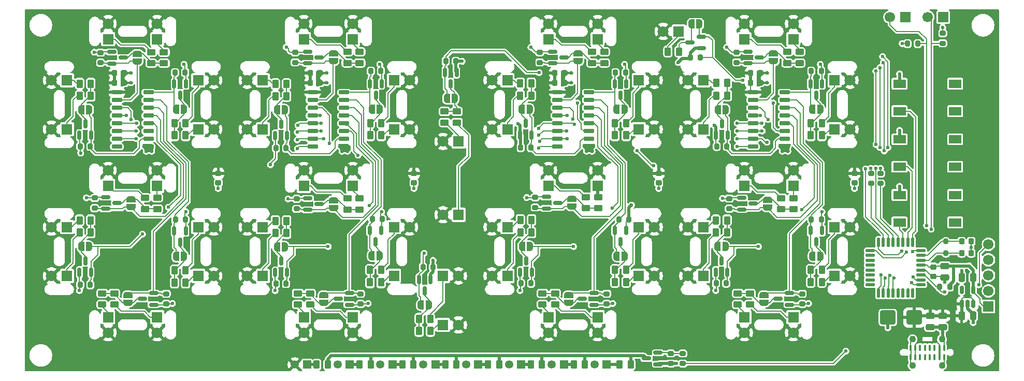
<source format=gbr>
%TF.GenerationSoftware,KiCad,Pcbnew,9.0.6-9.0.6~ubuntu24.04.1*%
%TF.CreationDate,2025-12-13T15:08:55+01:00*%
%TF.ProjectId,7_seg_led_tht_3mm,375f7365-675f-46c6-9564-5f7468745f33,1.0*%
%TF.SameCoordinates,Original*%
%TF.FileFunction,Copper,L2,Bot*%
%TF.FilePolarity,Positive*%
%FSLAX46Y46*%
G04 Gerber Fmt 4.6, Leading zero omitted, Abs format (unit mm)*
G04 Created by KiCad (PCBNEW 9.0.6-9.0.6~ubuntu24.04.1) date 2025-12-13 15:08:55*
%MOMM*%
%LPD*%
G01*
G04 APERTURE LIST*
G04 Aperture macros list*
%AMRoundRect*
0 Rectangle with rounded corners*
0 $1 Rounding radius*
0 $2 $3 $4 $5 $6 $7 $8 $9 X,Y pos of 4 corners*
0 Add a 4 corners polygon primitive as box body*
4,1,4,$2,$3,$4,$5,$6,$7,$8,$9,$2,$3,0*
0 Add four circle primitives for the rounded corners*
1,1,$1+$1,$2,$3*
1,1,$1+$1,$4,$5*
1,1,$1+$1,$6,$7*
1,1,$1+$1,$8,$9*
0 Add four rect primitives between the rounded corners*
20,1,$1+$1,$2,$3,$4,$5,0*
20,1,$1+$1,$4,$5,$6,$7,0*
20,1,$1+$1,$6,$7,$8,$9,0*
20,1,$1+$1,$8,$9,$2,$3,0*%
%AMFreePoly0*
4,1,23,0.500000,-0.750000,0.000000,-0.750000,0.000000,-0.745722,-0.065263,-0.745722,-0.191342,-0.711940,-0.304381,-0.646677,-0.396677,-0.554381,-0.461940,-0.441342,-0.495722,-0.315263,-0.495722,-0.250000,-0.500000,-0.250000,-0.500000,0.250000,-0.495722,0.250000,-0.495722,0.315263,-0.461940,0.441342,-0.396677,0.554381,-0.304381,0.646677,-0.191342,0.711940,-0.065263,0.745722,0.000000,0.745722,
0.000000,0.750000,0.500000,0.750000,0.500000,-0.750000,0.500000,-0.750000,$1*%
%AMFreePoly1*
4,1,23,0.000000,0.745722,0.065263,0.745722,0.191342,0.711940,0.304381,0.646677,0.396677,0.554381,0.461940,0.441342,0.495722,0.315263,0.495722,0.250000,0.500000,0.250000,0.500000,-0.250000,0.495722,-0.250000,0.495722,-0.315263,0.461940,-0.441342,0.396677,-0.554381,0.304381,-0.646677,0.191342,-0.711940,0.065263,-0.745722,0.000000,-0.745722,0.000000,-0.750000,-0.500000,-0.750000,
-0.500000,0.750000,0.000000,0.750000,0.000000,0.745722,0.000000,0.745722,$1*%
G04 Aperture macros list end*
%TA.AperFunction,ComponentPad*%
%ADD10R,1.700000X1.700000*%
%TD*%
%TA.AperFunction,ComponentPad*%
%ADD11C,1.700000*%
%TD*%
%TA.AperFunction,ComponentPad*%
%ADD12C,1.000000*%
%TD*%
%TA.AperFunction,ComponentPad*%
%ADD13R,1.800000X1.800000*%
%TD*%
%TA.AperFunction,ComponentPad*%
%ADD14C,1.800000*%
%TD*%
%TA.AperFunction,ComponentPad*%
%ADD15R,1.350000X1.350000*%
%TD*%
%TA.AperFunction,ComponentPad*%
%ADD16C,1.350000*%
%TD*%
%TA.AperFunction,SMDPad,CuDef*%
%ADD17RoundRect,0.225000X-0.250000X0.225000X-0.250000X-0.225000X0.250000X-0.225000X0.250000X0.225000X0*%
%TD*%
%TA.AperFunction,SMDPad,CuDef*%
%ADD18FreePoly0,270.000000*%
%TD*%
%TA.AperFunction,SMDPad,CuDef*%
%ADD19FreePoly1,270.000000*%
%TD*%
%TA.AperFunction,SMDPad,CuDef*%
%ADD20RoundRect,0.225000X0.225000X0.250000X-0.225000X0.250000X-0.225000X-0.250000X0.225000X-0.250000X0*%
%TD*%
%TA.AperFunction,SMDPad,CuDef*%
%ADD21RoundRect,0.250000X0.262500X0.450000X-0.262500X0.450000X-0.262500X-0.450000X0.262500X-0.450000X0*%
%TD*%
%TA.AperFunction,SMDPad,CuDef*%
%ADD22RoundRect,0.250000X1.000000X0.900000X-1.000000X0.900000X-1.000000X-0.900000X1.000000X-0.900000X0*%
%TD*%
%TA.AperFunction,SMDPad,CuDef*%
%ADD23RoundRect,0.250000X-0.250000X-0.475000X0.250000X-0.475000X0.250000X0.475000X-0.250000X0.475000X0*%
%TD*%
%TA.AperFunction,SMDPad,CuDef*%
%ADD24RoundRect,0.200000X-0.200000X-0.275000X0.200000X-0.275000X0.200000X0.275000X-0.200000X0.275000X0*%
%TD*%
%TA.AperFunction,SMDPad,CuDef*%
%ADD25RoundRect,0.250000X-0.262500X-0.450000X0.262500X-0.450000X0.262500X0.450000X-0.262500X0.450000X0*%
%TD*%
%TA.AperFunction,SMDPad,CuDef*%
%ADD26FreePoly0,90.000000*%
%TD*%
%TA.AperFunction,SMDPad,CuDef*%
%ADD27FreePoly1,90.000000*%
%TD*%
%TA.AperFunction,SMDPad,CuDef*%
%ADD28RoundRect,0.250000X-0.450000X0.262500X-0.450000X-0.262500X0.450000X-0.262500X0.450000X0.262500X0*%
%TD*%
%TA.AperFunction,SMDPad,CuDef*%
%ADD29RoundRect,0.250000X0.450000X-0.262500X0.450000X0.262500X-0.450000X0.262500X-0.450000X-0.262500X0*%
%TD*%
%TA.AperFunction,SMDPad,CuDef*%
%ADD30R,2.100000X1.400000*%
%TD*%
%TA.AperFunction,SMDPad,CuDef*%
%ADD31FreePoly0,0.000000*%
%TD*%
%TA.AperFunction,SMDPad,CuDef*%
%ADD32FreePoly1,0.000000*%
%TD*%
%TA.AperFunction,SMDPad,CuDef*%
%ADD33RoundRect,0.075000X0.075000X0.425000X-0.075000X0.425000X-0.075000X-0.425000X0.075000X-0.425000X0*%
%TD*%
%TA.AperFunction,HeatsinkPad*%
%ADD34C,1.100000*%
%TD*%
%TA.AperFunction,SMDPad,CuDef*%
%ADD35FreePoly0,180.000000*%
%TD*%
%TA.AperFunction,SMDPad,CuDef*%
%ADD36FreePoly1,180.000000*%
%TD*%
%TA.AperFunction,SMDPad,CuDef*%
%ADD37RoundRect,0.200000X0.275000X-0.200000X0.275000X0.200000X-0.275000X0.200000X-0.275000X-0.200000X0*%
%TD*%
%TA.AperFunction,SMDPad,CuDef*%
%ADD38RoundRect,0.250000X-0.475000X0.250000X-0.475000X-0.250000X0.475000X-0.250000X0.475000X0.250000X0*%
%TD*%
%TA.AperFunction,SMDPad,CuDef*%
%ADD39RoundRect,0.150000X0.150000X-0.587500X0.150000X0.587500X-0.150000X0.587500X-0.150000X-0.587500X0*%
%TD*%
%TA.AperFunction,SMDPad,CuDef*%
%ADD40RoundRect,0.200000X0.200000X0.275000X-0.200000X0.275000X-0.200000X-0.275000X0.200000X-0.275000X0*%
%TD*%
%TA.AperFunction,SMDPad,CuDef*%
%ADD41RoundRect,0.150000X0.725000X0.150000X-0.725000X0.150000X-0.725000X-0.150000X0.725000X-0.150000X0*%
%TD*%
%TA.AperFunction,SMDPad,CuDef*%
%ADD42RoundRect,0.150000X0.587500X0.150000X-0.587500X0.150000X-0.587500X-0.150000X0.587500X-0.150000X0*%
%TD*%
%TA.AperFunction,SMDPad,CuDef*%
%ADD43RoundRect,0.150000X-0.150000X0.587500X-0.150000X-0.587500X0.150000X-0.587500X0.150000X0.587500X0*%
%TD*%
%TA.AperFunction,SMDPad,CuDef*%
%ADD44RoundRect,0.225000X-0.225000X-0.250000X0.225000X-0.250000X0.225000X0.250000X-0.225000X0.250000X0*%
%TD*%
%TA.AperFunction,SMDPad,CuDef*%
%ADD45RoundRect,0.200000X-0.275000X0.200000X-0.275000X-0.200000X0.275000X-0.200000X0.275000X0.200000X0*%
%TD*%
%TA.AperFunction,SMDPad,CuDef*%
%ADD46RoundRect,0.150000X0.150000X-0.512500X0.150000X0.512500X-0.150000X0.512500X-0.150000X-0.512500X0*%
%TD*%
%TA.AperFunction,SMDPad,CuDef*%
%ADD47RoundRect,0.150000X-0.587500X-0.150000X0.587500X-0.150000X0.587500X0.150000X-0.587500X0.150000X0*%
%TD*%
%TA.AperFunction,SMDPad,CuDef*%
%ADD48RoundRect,0.250000X0.250000X0.475000X-0.250000X0.475000X-0.250000X-0.475000X0.250000X-0.475000X0*%
%TD*%
%TA.AperFunction,SMDPad,CuDef*%
%ADD49RoundRect,0.125000X0.625000X0.125000X-0.625000X0.125000X-0.625000X-0.125000X0.625000X-0.125000X0*%
%TD*%
%TA.AperFunction,SMDPad,CuDef*%
%ADD50RoundRect,0.125000X0.125000X0.625000X-0.125000X0.625000X-0.125000X-0.625000X0.125000X-0.625000X0*%
%TD*%
%TA.AperFunction,ViaPad*%
%ADD51C,0.600000*%
%TD*%
%TA.AperFunction,Conductor*%
%ADD52C,0.200000*%
%TD*%
%TA.AperFunction,Conductor*%
%ADD53C,0.500000*%
%TD*%
G04 APERTURE END LIST*
D10*
%TO.P,J5,1,Pin_1*%
%TO.N,VDD*%
X232900004Y-113979932D03*
D11*
%TO.P,J5,2,Pin_2*%
%TO.N,GND*%
X232900004Y-111439932D03*
%TO.P,J5,3,Pin_3*%
%TO.N,/SW_DIO*%
X232900004Y-108899932D03*
%TO.P,J5,4,Pin_4*%
%TO.N,/SW_CLK*%
X232900004Y-106359932D03*
%TO.P,J5,5,Pin_5*%
%TO.N,/ T_{NRST}*%
X232900004Y-103819932D03*
%TD*%
D12*
%TO.P,Y1,1,1*%
%TO.N,Net-(U2-PC14)*%
X225929590Y-103367291D03*
%TO.P,Y1,2,2*%
%TO.N,Net-(U2-PC15)*%
X225929590Y-105267291D03*
%TD*%
D13*
%TO.P,D5,1,K*%
%TO.N,Net-(D5-K)*%
X207730000Y-77000000D03*
D14*
%TO.P,D5,2,A*%
%TO.N,+5V*%
X210270000Y-77000000D03*
%TD*%
D13*
%TO.P,D47,1,K*%
%TO.N,Net-(D47-K)*%
X121000000Y-94270000D03*
D14*
%TO.P,D47,2,A*%
%TO.N,+5V*%
X121000000Y-91730000D03*
%TD*%
D13*
%TO.P,D44,1,K*%
%TO.N,Net-(D44-K)*%
X114270000Y-101000000D03*
D14*
%TO.P,D44,2,A*%
%TO.N,+5V*%
X111730000Y-101000000D03*
%TD*%
D13*
%TO.P,D28,1,K*%
%TO.N,Net-(D28-K)*%
X154270000Y-109000000D03*
D14*
%TO.P,D28,2,A*%
%TO.N,+5V*%
X151730000Y-109000000D03*
%TD*%
D13*
%TO.P,D23,1,K*%
%TO.N,Net-(D23-K)*%
X175730000Y-109000000D03*
D14*
%TO.P,D23,2,A*%
%TO.N,+5V*%
X178270000Y-109000000D03*
%TD*%
D13*
%TO.P,D30,1,K*%
%TO.N,Net-(D30-K)*%
X154270000Y-85000000D03*
D14*
%TO.P,D30,2,A*%
%TO.N,+5V*%
X151730000Y-85000000D03*
%TD*%
D13*
%TO.P,D17,1,K*%
%TO.N,Net-(D17-K)*%
X182270000Y-69000000D03*
D14*
%TO.P,D17,2,A*%
%TO.N,+5V*%
X179730000Y-69000000D03*
%TD*%
D13*
%TO.P,D42,1,K*%
%TO.N,Net-(D42-K)*%
X129000000Y-115730000D03*
D14*
%TO.P,D42,2,A*%
%TO.N,+5V*%
X129000000Y-118270000D03*
%TD*%
D15*
%TO.P,D68,1,K*%
%TO.N,Net-(D68-K)*%
X135500000Y-123500000D03*
D16*
%TO.P,D68,2,A*%
%TO.N,+5V*%
X133500000Y-123500000D03*
%TD*%
D13*
%TO.P,D20,1,K*%
%TO.N,Net-(D20-K)*%
X161000000Y-70270000D03*
D14*
%TO.P,D20,2,A*%
%TO.N,+5V*%
X161000000Y-67730000D03*
%TD*%
D13*
%TO.P,D49,1,K*%
%TO.N,Net-(D49-K)*%
X143730000Y-109000000D03*
D14*
%TO.P,D49,2,A*%
%TO.N,+5V*%
X146270000Y-109000000D03*
%TD*%
D15*
%TO.P,D67,1,K*%
%TO.N,Net-(D67-K)*%
X128500000Y-123500000D03*
D16*
%TO.P,D67,2,A*%
%TO.N,+5V*%
X126500000Y-123500000D03*
%TD*%
D13*
%TO.P,D54,1,K*%
%TO.N,Net-(D54-K)*%
X103730000Y-85000000D03*
D14*
%TO.P,D54,2,A*%
%TO.N,+5V*%
X106270000Y-85000000D03*
%TD*%
D13*
%TO.P,D11,1,K*%
%TO.N,Net-(D11-K)*%
X186270000Y-101000000D03*
D14*
%TO.P,D11,2,A*%
%TO.N,+5V*%
X183730000Y-101000000D03*
%TD*%
D13*
%TO.P,D16,1,K*%
%TO.N,Net-(D16-K)*%
X201000000Y-94270000D03*
D14*
%TO.P,D16,2,A*%
%TO.N,+5V*%
X201000000Y-91730000D03*
%TD*%
D13*
%TO.P,D63,1,K*%
%TO.N,Net-(D63-K)*%
X89000000Y-94270000D03*
D14*
%TO.P,D63,2,A*%
%TO.N,+5V*%
X89000000Y-91730000D03*
%TD*%
D13*
%TO.P,D27,1,K*%
%TO.N,Net-(D27-K)*%
X154270000Y-101000000D03*
D14*
%TO.P,D27,2,A*%
%TO.N,+5V*%
X151730000Y-101000000D03*
%TD*%
D13*
%TO.P,D46,1,K*%
%TO.N,Net-(D46-K)*%
X114270000Y-77000000D03*
D14*
%TO.P,D46,2,A*%
%TO.N,+5V*%
X111730000Y-77000000D03*
%TD*%
D13*
%TO.P,D12,1,K*%
%TO.N,Net-(D12-K)*%
X186270000Y-109000000D03*
D14*
%TO.P,D12,2,A*%
%TO.N,+5V*%
X183730000Y-109000000D03*
%TD*%
D13*
%TO.P,D33,1,K*%
%TO.N,Net-(D33-K)*%
X146270000Y-99000000D03*
D14*
%TO.P,D33,2,A*%
%TO.N,+5V*%
X143730000Y-99000000D03*
%TD*%
D13*
%TO.P,D8,1,K*%
%TO.N,Net-(D8-K)*%
X207730000Y-109000000D03*
D14*
%TO.P,D8,2,A*%
%TO.N,+5V*%
X210270000Y-109000000D03*
%TD*%
D13*
%TO.P,D39,1,K*%
%TO.N,Net-(D39-K)*%
X135730000Y-109000000D03*
D14*
%TO.P,D39,2,A*%
%TO.N,+5V*%
X138270000Y-109000000D03*
%TD*%
D13*
%TO.P,D45,1,K*%
%TO.N,Net-(D45-K)*%
X114270000Y-85000000D03*
D14*
%TO.P,D45,2,A*%
%TO.N,+5V*%
X111730000Y-85000000D03*
%TD*%
D13*
%TO.P,D55,1,K*%
%TO.N,Net-(D55-K)*%
X103730000Y-109000000D03*
D14*
%TO.P,D55,2,A*%
%TO.N,+5V*%
X106270000Y-109000000D03*
%TD*%
D13*
%TO.P,D25,1,K*%
%TO.N,Net-(D25-K)*%
X169000000Y-115730000D03*
D14*
%TO.P,D25,2,A*%
%TO.N,+5V*%
X169000000Y-118270000D03*
%TD*%
D13*
%TO.P,D52,1,K*%
%TO.N,Net-(D52-K)*%
X89000000Y-70270000D03*
D14*
%TO.P,D52,2,A*%
%TO.N,+5V*%
X89000000Y-67730000D03*
%TD*%
D13*
%TO.P,D59,1,K*%
%TO.N,Net-(D59-K)*%
X82270000Y-101000000D03*
D14*
%TO.P,D59,2,A*%
%TO.N,+5V*%
X79730000Y-101000000D03*
%TD*%
D15*
%TO.P,D72,1,K*%
%TO.N,Net-(D72-K)*%
X170500000Y-123500000D03*
D16*
%TO.P,D72,2,A*%
%TO.N,+5V*%
X168500000Y-123500000D03*
%TD*%
D13*
%TO.P,D34,1,K*%
%TO.N,Net-(D34-K)*%
X146270000Y-87000000D03*
D14*
%TO.P,D34,2,A*%
%TO.N,+5V*%
X143730000Y-87000000D03*
%TD*%
D13*
%TO.P,D22,1,K*%
%TO.N,Net-(D22-K)*%
X175730000Y-85000000D03*
D14*
%TO.P,D22,2,A*%
%TO.N,+5V*%
X178270000Y-85000000D03*
%TD*%
D13*
%TO.P,D38,1,K*%
%TO.N,Net-(D38-K)*%
X135730000Y-77000000D03*
D14*
%TO.P,D38,2,A*%
%TO.N,+5V*%
X138270000Y-77000000D03*
%TD*%
D13*
%TO.P,D15,1,K*%
%TO.N,Net-(D15-K)*%
X193000000Y-94270000D03*
D14*
%TO.P,D15,2,A*%
%TO.N,+5V*%
X193000000Y-91730000D03*
%TD*%
D13*
%TO.P,D43,1,K*%
%TO.N,Net-(D43-K)*%
X114270000Y-109000000D03*
D14*
%TO.P,D43,2,A*%
%TO.N,+5V*%
X111730000Y-109000000D03*
%TD*%
D13*
%TO.P,D4,1,K*%
%TO.N,Net-(D4-K)*%
X201000000Y-70270000D03*
D14*
%TO.P,D4,2,A*%
%TO.N,+5V*%
X201000000Y-67730000D03*
%TD*%
D13*
%TO.P,D36,1,K*%
%TO.N,Net-(D36-K)*%
X129000000Y-70270000D03*
D14*
%TO.P,D36,2,A*%
%TO.N,+5V*%
X129000000Y-67730000D03*
%TD*%
D13*
%TO.P,D21,1,K*%
%TO.N,Net-(D21-K)*%
X175730000Y-77000000D03*
D14*
%TO.P,D21,2,A*%
%TO.N,+5V*%
X178270000Y-77000000D03*
%TD*%
D13*
%TO.P,D53,1,K*%
%TO.N,Net-(D53-K)*%
X103730000Y-77000000D03*
D14*
%TO.P,D53,2,A*%
%TO.N,+5V*%
X106270000Y-77000000D03*
%TD*%
D13*
%TO.P,D31,1,K*%
%TO.N,Net-(D31-K)*%
X161000000Y-94270000D03*
D14*
%TO.P,D31,2,A*%
%TO.N,+5V*%
X161000000Y-91730000D03*
%TD*%
D13*
%TO.P,D40,1,K*%
%TO.N,Net-(D40-K)*%
X135730000Y-101000000D03*
D14*
%TO.P,D40,2,A*%
%TO.N,+5V*%
X138270000Y-101000000D03*
%TD*%
D13*
%TO.P,D13,1,K*%
%TO.N,Net-(D13-K)*%
X186270000Y-77000000D03*
D14*
%TO.P,D13,2,A*%
%TO.N,+5V*%
X183730000Y-77000000D03*
%TD*%
D15*
%TO.P,D71,1,K*%
%TO.N,Net-(D71-K)*%
X156500000Y-123500000D03*
D16*
%TO.P,D71,2,A*%
%TO.N,+5V*%
X154500000Y-123500000D03*
%TD*%
D13*
%TO.P,D41,1,K*%
%TO.N,Net-(D41-K)*%
X121000000Y-115730000D03*
D14*
%TO.P,D41,2,A*%
%TO.N,+5V*%
X121000000Y-118270000D03*
%TD*%
D13*
%TO.P,D6,1,K*%
%TO.N,Net-(D6-K)*%
X207730000Y-85000000D03*
D14*
%TO.P,D6,2,A*%
%TO.N,+5V*%
X210270000Y-85000000D03*
%TD*%
D13*
%TO.P,D61,1,K*%
%TO.N,Net-(D61-K)*%
X82270000Y-77000000D03*
D14*
%TO.P,D61,2,A*%
%TO.N,+5V*%
X79730000Y-77000000D03*
%TD*%
D15*
%TO.P,D2,1,K*%
%TO.N,Net-(D2-K)*%
X121500000Y-123500000D03*
D16*
%TO.P,D2,2,A*%
%TO.N,+5V*%
X119500000Y-123500000D03*
%TD*%
D13*
%TO.P,D56,1,K*%
%TO.N,Net-(D56-K)*%
X103730000Y-101000000D03*
D14*
%TO.P,D56,2,A*%
%TO.N,+5V*%
X106270000Y-101000000D03*
%TD*%
D13*
%TO.P,D35,1,K*%
%TO.N,Net-(D35-K)*%
X121000000Y-70270000D03*
D14*
%TO.P,D35,2,A*%
%TO.N,+5V*%
X121000000Y-67730000D03*
%TD*%
D13*
%TO.P,D3,1,K*%
%TO.N,Net-(D3-K)*%
X193000000Y-70270000D03*
D14*
%TO.P,D3,2,A*%
%TO.N,+5V*%
X193000000Y-67730000D03*
%TD*%
D13*
%TO.P,D37,1,K*%
%TO.N,Net-(D37-K)*%
X135730000Y-85000000D03*
D14*
%TO.P,D37,2,A*%
%TO.N,+5V*%
X138270000Y-85000000D03*
%TD*%
D13*
%TO.P,D48,1,K*%
%TO.N,Net-(D48-K)*%
X129000000Y-94270000D03*
D14*
%TO.P,D48,2,A*%
%TO.N,+5V*%
X129000000Y-91730000D03*
%TD*%
D13*
%TO.P,D10,1,K*%
%TO.N,Net-(D10-K)*%
X201000000Y-115730000D03*
D14*
%TO.P,D10,2,A*%
%TO.N,+5V*%
X201000000Y-118270000D03*
%TD*%
D15*
%TO.P,D69,1,K*%
%TO.N,Net-(D69-K)*%
X142500000Y-123500000D03*
D16*
%TO.P,D69,2,A*%
%TO.N,+5V*%
X140500000Y-123500000D03*
%TD*%
D13*
%TO.P,D29,1,K*%
%TO.N,Net-(D29-K)*%
X154270000Y-77000000D03*
D14*
%TO.P,D29,2,A*%
%TO.N,+5V*%
X151730000Y-77000000D03*
%TD*%
D13*
%TO.P,D58,1,K*%
%TO.N,Net-(D58-K)*%
X97000000Y-115730000D03*
D14*
%TO.P,D58,2,A*%
%TO.N,+5V*%
X97000000Y-118270000D03*
%TD*%
D13*
%TO.P,D60,1,K*%
%TO.N,Net-(D60-K)*%
X82270000Y-109000000D03*
D14*
%TO.P,D60,2,A*%
%TO.N,+5V*%
X79730000Y-109000000D03*
%TD*%
D13*
%TO.P,D19,1,K*%
%TO.N,Net-(D19-K)*%
X169000000Y-70270000D03*
D14*
%TO.P,D19,2,A*%
%TO.N,+5V*%
X169000000Y-67730000D03*
%TD*%
D13*
%TO.P,D14,1,K*%
%TO.N,Net-(D14-K)*%
X186270000Y-85000000D03*
D14*
%TO.P,D14,2,A*%
%TO.N,+5V*%
X183730000Y-85000000D03*
%TD*%
D13*
%TO.P,D7,1,K*%
%TO.N,Net-(D7-K)*%
X207730000Y-101000000D03*
D14*
%TO.P,D7,2,A*%
%TO.N,+5V*%
X210270000Y-101000000D03*
%TD*%
D13*
%TO.P,D24,1,K*%
%TO.N,Net-(D24-K)*%
X175730000Y-101000000D03*
D14*
%TO.P,D24,2,A*%
%TO.N,+5V*%
X178270000Y-101000000D03*
%TD*%
D13*
%TO.P,D51,1,K*%
%TO.N,Net-(D51-K)*%
X97000000Y-70270000D03*
D14*
%TO.P,D51,2,A*%
%TO.N,+5V*%
X97000000Y-67730000D03*
%TD*%
D13*
%TO.P,D9,1,K*%
%TO.N,Net-(D9-K)*%
X193000000Y-115730000D03*
D14*
%TO.P,D9,2,A*%
%TO.N,+5V*%
X193000000Y-118270000D03*
%TD*%
D13*
%TO.P,D57,1,K*%
%TO.N,Net-(D57-K)*%
X89000000Y-115730000D03*
D14*
%TO.P,D57,2,A*%
%TO.N,+5V*%
X89000000Y-118270000D03*
%TD*%
D15*
%TO.P,D70,1,K*%
%TO.N,Net-(D70-K)*%
X149500000Y-123500000D03*
D16*
%TO.P,D70,2,A*%
%TO.N,+5V*%
X147500000Y-123500000D03*
%TD*%
D13*
%TO.P,D50,1,K*%
%TO.N,Net-(D50-K)*%
X143730000Y-117000000D03*
D14*
%TO.P,D50,2,A*%
%TO.N,+5V*%
X146270000Y-117000000D03*
%TD*%
D13*
%TO.P,D26,1,K*%
%TO.N,Net-(D26-K)*%
X161000000Y-115730000D03*
D14*
%TO.P,D26,2,A*%
%TO.N,+5V*%
X161000000Y-118270000D03*
%TD*%
D15*
%TO.P,D73,1,K*%
%TO.N,Net-(D73-K)*%
X163500000Y-123500000D03*
D16*
%TO.P,D73,2,A*%
%TO.N,+5V*%
X161500000Y-123500000D03*
%TD*%
D13*
%TO.P,D64,1,K*%
%TO.N,Net-(D64-K)*%
X97000000Y-94270000D03*
D14*
%TO.P,D64,2,A*%
%TO.N,+5V*%
X97000000Y-91730000D03*
%TD*%
D13*
%TO.P,D32,1,K*%
%TO.N,Net-(D32-K)*%
X169000000Y-94270000D03*
D14*
%TO.P,D32,2,A*%
%TO.N,+5V*%
X169000000Y-91730000D03*
%TD*%
D13*
%TO.P,D62,1,K*%
%TO.N,Net-(D62-K)*%
X82270000Y-85000000D03*
D14*
%TO.P,D62,2,A*%
%TO.N,+5V*%
X79730000Y-85000000D03*
%TD*%
D17*
%TO.P,C19,1*%
%TO.N,+5V*%
X179000000Y-92225000D03*
%TO.P,C19,2*%
%TO.N,GND*%
X179000000Y-93775000D03*
%TD*%
D18*
%TO.P,JP6,1,A*%
%TO.N,/7_SEG_1/QD*%
X196200000Y-112100000D03*
D19*
%TO.P,JP6,2,B*%
%TO.N,/7_SEG_1/D*%
X196200000Y-113400000D03*
%TD*%
D20*
%TO.P,C15,1*%
%TO.N,GND*%
X123575000Y-77400000D03*
%TO.P,C15,2*%
%TO.N,+5V*%
X122025000Y-77400000D03*
%TD*%
D21*
%TO.P,R66,1*%
%TO.N,/7_SEG_3/E*%
X118162500Y-102000000D03*
%TO.P,R66,2*%
%TO.N,Net-(D43-K)*%
X116337500Y-102000000D03*
%TD*%
D22*
%TO.P,D1,1,K*%
%TO.N,+5V*%
X220750000Y-115800000D03*
%TO.P,D1,2,A*%
%TO.N,GND*%
X216450000Y-115800000D03*
%TD*%
D23*
%TO.P,C3,1*%
%TO.N,+5V*%
X228500000Y-115500000D03*
%TO.P,C3,2*%
%TO.N,GND*%
X230400000Y-115500000D03*
%TD*%
D24*
%TO.P,R35,1*%
%TO.N,/7_SEG_2/QC*%
X172475000Y-99800000D03*
%TO.P,R35,2*%
%TO.N,GND*%
X174125000Y-99800000D03*
%TD*%
D25*
%TO.P,R12,1*%
%TO.N,/7_SEG_1/C*%
X203837500Y-108000000D03*
%TO.P,R12,2*%
%TO.N,Net-(D7-K)*%
X205662500Y-108000000D03*
%TD*%
D17*
%TO.P,C18,1*%
%TO.N,+5V*%
X211000000Y-92225000D03*
%TO.P,C18,2*%
%TO.N,GND*%
X211000000Y-93775000D03*
%TD*%
D26*
%TO.P,JP27,1,A*%
%TO.N,/7_SEG_4/QA*%
X93750000Y-73950000D03*
D27*
%TO.P,JP27,2,B*%
%TO.N,/7_SEG_4/A*%
X93750000Y-72650000D03*
%TD*%
D28*
%TO.P,R52,1*%
%TO.N,/7_SEG_2/H*%
X144000000Y-82087500D03*
%TO.P,R52,2*%
%TO.N,Net-(D34-K)*%
X144000000Y-83912500D03*
%TD*%
D20*
%TO.P,C16,1*%
%TO.N,GND*%
X91575000Y-75800000D03*
%TO.P,C16,2*%
%TO.N,+5V*%
X90025000Y-75800000D03*
%TD*%
D21*
%TO.P,R69,1*%
%TO.N,/7_SEG_3/F*%
X118162500Y-79600000D03*
%TO.P,R69,2*%
%TO.N,Net-(D45-K)*%
X116337500Y-79600000D03*
%TD*%
D29*
%TO.P,R97,1*%
%TO.N,/7_SEG_4/G*%
X97025000Y-98037500D03*
%TO.P,R97,2*%
%TO.N,Net-(D64-K)*%
X97025000Y-96212500D03*
%TD*%
D21*
%TO.P,R19,1*%
%TO.N,/7_SEG_1/E*%
X190162500Y-101900000D03*
%TO.P,R19,2*%
%TO.N,Net-(D12-K)*%
X188337500Y-101900000D03*
%TD*%
D30*
%TO.P,SW3,1,1*%
%TO.N,/SW_3*%
X218350000Y-100250000D03*
%TO.P,SW3,2,2*%
%TO.N,unconnected-(SW3-Pad2)*%
X227450000Y-100250000D03*
%TO.P,SW3,3,K*%
%TO.N,GND*%
X218350000Y-95750000D03*
%TO.P,SW3,4,A*%
%TO.N,unconnected-(SW3-A-Pad4)*%
X227450000Y-95750000D03*
%TD*%
D31*
%TO.P,JP20,1,A*%
%TO.N,/7_SEG_3/QB*%
X132100000Y-81750000D03*
D32*
%TO.P,JP20,2,B*%
%TO.N,/7_SEG_3/B*%
X133400000Y-81750000D03*
%TD*%
D33*
%TO.P,J1,A1,GND*%
%TO.N,GND*%
X225670000Y-120740000D03*
%TO.P,J1,A4,VBUS*%
%TO.N,+5V*%
X224880000Y-120740000D03*
%TO.P,J1,A5,CC*%
%TO.N,unconnected-(J1-CC-PadA5)*%
X224090000Y-120740000D03*
%TO.P,J1,A6,D+*%
%TO.N,unconnected-(J1-D+-PadA6)_1*%
X223300000Y-120740000D03*
%TO.P,J1,A7,D-*%
%TO.N,unconnected-(J1-D--PadA7)_1*%
X222510000Y-120740000D03*
%TO.P,J1,A8,SBU*%
%TO.N,unconnected-(J1-SBU-PadA8)_1*%
X221720000Y-120740000D03*
%TO.P,J1,A9,VBUS*%
%TO.N,+5V*%
X220930000Y-120740000D03*
%TO.P,J1,A12,GND*%
%TO.N,GND*%
X220140000Y-120740000D03*
%TO.P,J1,B1,GND*%
X220140000Y-122260000D03*
%TO.P,J1,B4,VBUS*%
%TO.N,+5V*%
X220930000Y-122260000D03*
%TO.P,J1,B5,VCONN*%
%TO.N,unconnected-(J1-VCONN-PadB5)*%
X221720000Y-122260000D03*
%TO.P,J1,B6,D+*%
%TO.N,unconnected-(J1-D+-PadA6)*%
X222510000Y-122260000D03*
%TO.P,J1,B7,D-*%
%TO.N,unconnected-(J1-D--PadA7)*%
X223300000Y-122260000D03*
%TO.P,J1,B8,SBU*%
%TO.N,unconnected-(J1-SBU-PadA8)*%
X224090000Y-122260000D03*
%TO.P,J1,B9,VBUS*%
%TO.N,+5V*%
X224880000Y-122260000D03*
%TO.P,J1,B12,GND*%
%TO.N,GND*%
X225670000Y-122260000D03*
D34*
%TO.P,J1,S1,SHIELD*%
X225290000Y-123650000D03*
X225290000Y-119350000D03*
X220490000Y-123650000D03*
X220490000Y-119350000D03*
%TD*%
D35*
%TO.P,JP32,1,A*%
%TO.N,/7_SEG_4/QF*%
X85900000Y-81800000D03*
D36*
%TO.P,JP32,2,B*%
%TO.N,/7_SEG_4/F*%
X84600000Y-81800000D03*
%TD*%
D37*
%TO.P,R6,1*%
%TO.N,/7_SEG_1/QA*%
X191750000Y-74075000D03*
%TO.P,R6,2*%
%TO.N,GND*%
X191750000Y-72425000D03*
%TD*%
D26*
%TO.P,JP9,1,A*%
%TO.N,/7_SEG_1/QG*%
X196775000Y-97825000D03*
D27*
%TO.P,JP9,2,B*%
%TO.N,/7_SEG_1/G*%
X196775000Y-96525000D03*
%TD*%
D38*
%TO.P,C2,1*%
%TO.N,+5V*%
X225400000Y-115500000D03*
%TO.P,C2,2*%
%TO.N,GND*%
X225400000Y-117400000D03*
%TD*%
D20*
%TO.P,C14,1*%
%TO.N,GND*%
X123575000Y-75800000D03*
%TO.P,C14,2*%
%TO.N,+5V*%
X122025000Y-75800000D03*
%TD*%
D39*
%TO.P,Q22,1,G*%
%TO.N,/7_SEG_3/QF*%
X118200000Y-86037500D03*
%TO.P,Q22,2,S*%
%TO.N,GND*%
X116300000Y-86037500D03*
%TO.P,Q22,3,D*%
%TO.N,/7_SEG_3/F*%
X117250000Y-84162500D03*
%TD*%
D28*
%TO.P,R16,1*%
%TO.N,/7_SEG_1/D*%
X193900000Y-111837500D03*
%TO.P,R16,2*%
%TO.N,Net-(D10-K)*%
X193900000Y-113662500D03*
%TD*%
D21*
%TO.P,R22,1*%
%TO.N,/7_SEG_1/F*%
X190212500Y-79500000D03*
%TO.P,R22,2*%
%TO.N,Net-(D14-K)*%
X188387500Y-79500000D03*
%TD*%
D40*
%TO.P,R17,1*%
%TO.N,/7_SEG_1/QE*%
X190025000Y-110200000D03*
%TO.P,R17,2*%
%TO.N,GND*%
X188375000Y-110200000D03*
%TD*%
D18*
%TO.P,JP14,1,A*%
%TO.N,/7_SEG_2/QD*%
X164250000Y-112100000D03*
D19*
%TO.P,JP14,2,B*%
%TO.N,/7_SEG_2/D*%
X164250000Y-113400000D03*
%TD*%
D28*
%TO.P,R87,1*%
%TO.N,/7_SEG_4/D*%
X88000000Y-111837500D03*
%TO.P,R87,2*%
%TO.N,Net-(D57-K)*%
X88000000Y-113662500D03*
%TD*%
D17*
%TO.P,C9,1*%
%TO.N,VDD*%
X223900000Y-107525000D03*
%TO.P,C9,2*%
%TO.N,GND*%
X223900000Y-109075000D03*
%TD*%
D26*
%TO.P,JP3,1,A*%
%TO.N,/7_SEG_1/QA*%
X197750000Y-73900000D03*
D27*
%TO.P,JP3,2,B*%
%TO.N,/7_SEG_1/A*%
X197750000Y-72600000D03*
%TD*%
D41*
%TO.P,U4,1,QB*%
%TO.N,/7_SEG_2/QB*%
X167575000Y-78955000D03*
%TO.P,U4,2,QC*%
%TO.N,/7_SEG_2/QC*%
X167575000Y-80225000D03*
%TO.P,U4,3,QD*%
%TO.N,/7_SEG_2/QD*%
X167575000Y-81495000D03*
%TO.P,U4,4,QE*%
%TO.N,/7_SEG_2/QG*%
X167575000Y-82765000D03*
%TO.P,U4,5,QF*%
%TO.N,/7_SEG_2/QE*%
X167575000Y-84035000D03*
%TO.P,U4,6,QG*%
%TO.N,/7_SEG_2/QH*%
X167575000Y-85305000D03*
%TO.P,U4,7,QH*%
%TO.N,/7_SEG_2/QF*%
X167575000Y-86575000D03*
%TO.P,U4,8,GND*%
%TO.N,GND*%
X167575000Y-87845000D03*
%TO.P,U4,9,QH'*%
%TO.N,/SR2_OUT*%
X162425000Y-87845000D03*
%TO.P,U4,10,~{SRCLR}*%
%TO.N,/DISP_RESET*%
X162425000Y-86575000D03*
%TO.P,U4,11,SRCLK*%
%TO.N,/SPI_SCK*%
X162425000Y-85305000D03*
%TO.P,U4,12,RCLK*%
%TO.N,/PUSH_OUT*%
X162425000Y-84035000D03*
%TO.P,U4,13,~{OE}*%
%TO.N,/PWM_DIG_2*%
X162425000Y-82765000D03*
%TO.P,U4,14,SER*%
%TO.N,/SR1_OUT*%
X162425000Y-81495000D03*
%TO.P,U4,15,QA*%
%TO.N,/7_SEG_2/QA*%
X162425000Y-80225000D03*
%TO.P,U4,16,VCC*%
%TO.N,+5V*%
X162425000Y-78955000D03*
%TD*%
D42*
%TO.P,Q8,1,G*%
%TO.N,/7_SEG_1/QH*%
X185937500Y-69850000D03*
%TO.P,Q8,2,S*%
%TO.N,GND*%
X185937500Y-71750000D03*
%TO.P,Q8,3,D*%
%TO.N,/7_SEG_1/H*%
X184062500Y-70800000D03*
%TD*%
D43*
%TO.P,Q10,1,G*%
%TO.N,/7_SEG_2/QB*%
X171800000Y-77562500D03*
%TO.P,Q10,2,S*%
%TO.N,GND*%
X173700000Y-77562500D03*
%TO.P,Q10,3,D*%
%TO.N,/7_SEG_2/B*%
X172750000Y-79437500D03*
%TD*%
D24*
%TO.P,R56,1*%
%TO.N,/7_SEG_3/QB*%
X131925000Y-75500000D03*
%TO.P,R56,2*%
%TO.N,GND*%
X133575000Y-75500000D03*
%TD*%
D25*
%TO.P,R58,1*%
%TO.N,/7_SEG_3/B*%
X131837500Y-84000000D03*
%TO.P,R58,2*%
%TO.N,Net-(D38-K)*%
X133662500Y-84000000D03*
%TD*%
D43*
%TO.P,Q11,1,G*%
%TO.N,/7_SEG_2/QC*%
X171800000Y-101562500D03*
%TO.P,Q11,2,S*%
%TO.N,GND*%
X173700000Y-101562500D03*
%TO.P,Q11,3,D*%
%TO.N,/7_SEG_2/C*%
X172750000Y-103437500D03*
%TD*%
D28*
%TO.P,R64,1*%
%TO.N,/7_SEG_3/D*%
X122000000Y-111837500D03*
%TO.P,R64,2*%
%TO.N,Net-(D42-K)*%
X122000000Y-113662500D03*
%TD*%
D24*
%TO.P,R80,1*%
%TO.N,/7_SEG_4/QB*%
X99925000Y-75750000D03*
%TO.P,R80,2*%
%TO.N,GND*%
X101575000Y-75750000D03*
%TD*%
D21*
%TO.P,R27,1*%
%TO.N,/7_SEG_1/H*%
X182312500Y-72300000D03*
%TO.P,R27,2*%
%TO.N,Net-(D17-K)*%
X180487500Y-72300000D03*
%TD*%
D39*
%TO.P,Q21,1,G*%
%TO.N,/7_SEG_3/QE*%
X118200000Y-108437500D03*
%TO.P,Q21,2,S*%
%TO.N,GND*%
X116300000Y-108437500D03*
%TO.P,Q21,3,D*%
%TO.N,/7_SEG_3/E*%
X117250000Y-106562500D03*
%TD*%
D29*
%TO.P,R29,1*%
%TO.N,/7_SEG_2/A*%
X170100000Y-74162500D03*
%TO.P,R29,2*%
%TO.N,Net-(D19-K)*%
X170100000Y-72337500D03*
%TD*%
D40*
%TO.P,R89,1*%
%TO.N,/7_SEG_4/QE*%
X86075000Y-110450000D03*
%TO.P,R89,2*%
%TO.N,GND*%
X84425000Y-110450000D03*
%TD*%
D31*
%TO.P,JP26,1,A*%
%TO.N,/7_SEG_3/QH*%
X140100000Y-113750000D03*
D32*
%TO.P,JP26,2,B*%
%TO.N,/7_SEG_3/H*%
X141400000Y-113750000D03*
%TD*%
D40*
%TO.P,R92,1*%
%TO.N,/7_SEG_4/QF*%
X86075000Y-87800000D03*
%TO.P,R92,2*%
%TO.N,GND*%
X84425000Y-87800000D03*
%TD*%
D44*
%TO.P,C7,1*%
%TO.N,Net-(U2-PC15)*%
X228504594Y-105267291D03*
%TO.P,C7,2*%
%TO.N,GND*%
X230054594Y-105267291D03*
%TD*%
D26*
%TO.P,JP33,1,A*%
%TO.N,/7_SEG_4/QG*%
X92725000Y-97775000D03*
D27*
%TO.P,JP33,2,B*%
%TO.N,/7_SEG_4/G*%
X92725000Y-96475000D03*
%TD*%
D45*
%TO.P,R86,1*%
%TO.N,/7_SEG_4/QD*%
X98500000Y-111925000D03*
%TO.P,R86,2*%
%TO.N,GND*%
X98500000Y-113575000D03*
%TD*%
D42*
%TO.P,Q4,1,G*%
%TO.N,/7_SEG_1/QD*%
X200387500Y-111800000D03*
%TO.P,Q4,2,S*%
%TO.N,GND*%
X200387500Y-113700000D03*
%TO.P,Q4,3,D*%
%TO.N,/7_SEG_1/D*%
X198512500Y-112750000D03*
%TD*%
D28*
%TO.P,R51,1*%
%TO.N,/7_SEG_2/H*%
X146000000Y-82087500D03*
%TO.P,R51,2*%
%TO.N,Net-(D33-K)*%
X146000000Y-83912500D03*
%TD*%
D26*
%TO.P,JP17,1,A*%
%TO.N,/7_SEG_2/QG*%
X164800000Y-97675000D03*
D27*
%TO.P,JP17,2,B*%
%TO.N,/7_SEG_2/G*%
X164800000Y-96375000D03*
%TD*%
D38*
%TO.P,C1,1*%
%TO.N,+5V*%
X223350000Y-115500000D03*
%TO.P,C1,2*%
%TO.N,GND*%
X223350000Y-117400000D03*
%TD*%
D35*
%TO.P,JP24,1,A*%
%TO.N,/7_SEG_3/QF*%
X117900000Y-81850000D03*
D36*
%TO.P,JP24,2,B*%
%TO.N,/7_SEG_3/F*%
X116600000Y-81850000D03*
%TD*%
D25*
%TO.P,R33,1*%
%TO.N,/7_SEG_2/B*%
X171837500Y-84000000D03*
%TO.P,R33,2*%
%TO.N,Net-(D21-K)*%
X173662500Y-84000000D03*
%TD*%
D46*
%TO.P,U1,1,VIN*%
%TO.N,+5V*%
X230412500Y-113537500D03*
%TO.P,U1,2,GND*%
%TO.N,GND*%
X229462500Y-113537500D03*
%TO.P,U1,3,EN*%
%TO.N,+5V*%
X228512500Y-113537500D03*
%TO.P,U1,4,NC*%
%TO.N,unconnected-(U1-NC-Pad4)*%
X228512500Y-111262500D03*
%TO.P,U1,5,VOUT*%
%TO.N,VDD*%
X230412500Y-111262500D03*
%TD*%
D25*
%TO.P,R13,1*%
%TO.N,/7_SEG_1/C*%
X203837500Y-110000000D03*
%TO.P,R13,2*%
%TO.N,Net-(D8-K)*%
X205662500Y-110000000D03*
%TD*%
%TO.P,R81,1*%
%TO.N,/7_SEG_4/B*%
X99837500Y-84000000D03*
%TO.P,R81,2*%
%TO.N,Net-(D53-K)*%
X101662500Y-84000000D03*
%TD*%
D26*
%TO.P,JP19,1,A*%
%TO.N,/7_SEG_3/QA*%
X125800000Y-73900000D03*
D27*
%TO.P,JP19,2,B*%
%TO.N,/7_SEG_3/A*%
X125800000Y-72600000D03*
%TD*%
D20*
%TO.P,C13,1*%
%TO.N,GND*%
X163575000Y-77400000D03*
%TO.P,C13,2*%
%TO.N,+5V*%
X162025000Y-77400000D03*
%TD*%
D28*
%TO.P,R63,1*%
%TO.N,/7_SEG_3/D*%
X120000000Y-111837500D03*
%TO.P,R63,2*%
%TO.N,Net-(D41-K)*%
X120000000Y-113662500D03*
%TD*%
D18*
%TO.P,JP30,1,A*%
%TO.N,/7_SEG_4/QD*%
X92250000Y-112100000D03*
D19*
%TO.P,JP30,2,B*%
%TO.N,/7_SEG_4/D*%
X92250000Y-113400000D03*
%TD*%
D25*
%TO.P,R76,1*%
%TO.N,/7_SEG_3/H*%
X139837500Y-118000000D03*
%TO.P,R76,2*%
%TO.N,Net-(D50-K)*%
X141662500Y-118000000D03*
%TD*%
D30*
%TO.P,SW1,1,1*%
%TO.N,/SW_1*%
X218350000Y-82050000D03*
%TO.P,SW1,2,2*%
%TO.N,unconnected-(SW1-Pad2)*%
X227450000Y-82050000D03*
%TO.P,SW1,3,K*%
%TO.N,GND*%
X218350000Y-77550000D03*
%TO.P,SW1,4,A*%
%TO.N,unconnected-(SW1-A-Pad4)*%
X227450000Y-77550000D03*
%TD*%
D40*
%TO.P,R44,1*%
%TO.N,/7_SEG_2/QF*%
X158075000Y-88000000D03*
%TO.P,R44,2*%
%TO.N,GND*%
X156425000Y-88000000D03*
%TD*%
D42*
%TO.P,Q28,1,G*%
%TO.N,/7_SEG_4/QD*%
X96437500Y-111800000D03*
%TO.P,Q28,2,S*%
%TO.N,GND*%
X96437500Y-113700000D03*
%TO.P,Q28,3,D*%
%TO.N,/7_SEG_4/D*%
X94562500Y-112750000D03*
%TD*%
D43*
%TO.P,Q26,1,G*%
%TO.N,/7_SEG_4/QB*%
X99800000Y-77562500D03*
%TO.P,Q26,2,S*%
%TO.N,GND*%
X101700000Y-77562500D03*
%TO.P,Q26,3,D*%
%TO.N,/7_SEG_4/B*%
X100750000Y-79437500D03*
%TD*%
D37*
%TO.P,R71,1*%
%TO.N,/7_SEG_3/QG*%
X119800000Y-98025000D03*
%TO.P,R71,2*%
%TO.N,GND*%
X119800000Y-96375000D03*
%TD*%
D35*
%TO.P,JP31,1,A*%
%TO.N,/7_SEG_4/QE*%
X85900000Y-104200000D03*
D36*
%TO.P,JP31,2,B*%
%TO.N,/7_SEG_4/E*%
X84600000Y-104200000D03*
%TD*%
D21*
%TO.P,R93,1*%
%TO.N,/7_SEG_4/F*%
X86162500Y-77550000D03*
%TO.P,R93,2*%
%TO.N,Net-(D61-K)*%
X84337500Y-77550000D03*
%TD*%
D25*
%TO.P,R34,1*%
%TO.N,/7_SEG_2/B*%
X171837500Y-86000000D03*
%TO.P,R34,2*%
%TO.N,Net-(D22-K)*%
X173662500Y-86000000D03*
%TD*%
D41*
%TO.P,U3,1,QB*%
%TO.N,/7_SEG_1/QB*%
X199575000Y-78955000D03*
%TO.P,U3,2,QC*%
%TO.N,/7_SEG_1/QC*%
X199575000Y-80225000D03*
%TO.P,U3,3,QD*%
%TO.N,/7_SEG_1/QD*%
X199575000Y-81495000D03*
%TO.P,U3,4,QE*%
%TO.N,/7_SEG_1/QG*%
X199575000Y-82765000D03*
%TO.P,U3,5,QF*%
%TO.N,/7_SEG_1/QE*%
X199575000Y-84035000D03*
%TO.P,U3,6,QG*%
%TO.N,/7_SEG_1/QH*%
X199575000Y-85305000D03*
%TO.P,U3,7,QH*%
%TO.N,/7_SEG_1/QF*%
X199575000Y-86575000D03*
%TO.P,U3,8,GND*%
%TO.N,GND*%
X199575000Y-87845000D03*
%TO.P,U3,9,QH'*%
%TO.N,/SR1_OUT*%
X194425000Y-87845000D03*
%TO.P,U3,10,~{SRCLR}*%
%TO.N,/DISP_RESET*%
X194425000Y-86575000D03*
%TO.P,U3,11,SRCLK*%
%TO.N,/SPI_SCK*%
X194425000Y-85305000D03*
%TO.P,U3,12,RCLK*%
%TO.N,/PUSH_OUT*%
X194425000Y-84035000D03*
%TO.P,U3,13,~{OE}*%
%TO.N,/PWM_DIG_1*%
X194425000Y-82765000D03*
%TO.P,U3,14,SER*%
%TO.N,/SPI_MOSI*%
X194425000Y-81495000D03*
%TO.P,U3,15,QA*%
%TO.N,/7_SEG_1/QA*%
X194425000Y-80225000D03*
%TO.P,U3,16,VCC*%
%TO.N,+5V*%
X194425000Y-78955000D03*
%TD*%
D29*
%TO.P,R24,1*%
%TO.N,/7_SEG_1/G*%
X199025000Y-98087500D03*
%TO.P,R24,2*%
%TO.N,Net-(D15-K)*%
X199025000Y-96262500D03*
%TD*%
%TO.P,R48,1*%
%TO.N,/7_SEG_2/G*%
X167100000Y-97937500D03*
%TO.P,R48,2*%
%TO.N,Net-(D31-K)*%
X167100000Y-96112500D03*
%TD*%
D47*
%TO.P,Q31,1,G*%
%TO.N,/7_SEG_4/QG*%
X88587500Y-98025000D03*
%TO.P,Q31,2,S*%
%TO.N,GND*%
X88587500Y-96125000D03*
%TO.P,Q31,3,D*%
%TO.N,/7_SEG_4/G*%
X90462500Y-97075000D03*
%TD*%
D45*
%TO.P,R38,1*%
%TO.N,/7_SEG_2/QD*%
X170500000Y-111925000D03*
%TO.P,R38,2*%
%TO.N,GND*%
X170500000Y-113575000D03*
%TD*%
D28*
%TO.P,R15,1*%
%TO.N,/7_SEG_1/D*%
X191900000Y-111837500D03*
%TO.P,R15,2*%
%TO.N,Net-(D9-K)*%
X191900000Y-113662500D03*
%TD*%
D25*
%TO.P,R61,1*%
%TO.N,/7_SEG_3/C*%
X131787500Y-108000000D03*
%TO.P,R61,2*%
%TO.N,Net-(D40-K)*%
X133612500Y-108000000D03*
%TD*%
D24*
%TO.P,R74,1*%
%TO.N,/7_SEG_3/QH*%
X140450000Y-107525000D03*
%TO.P,R74,2*%
%TO.N,GND*%
X142100000Y-107525000D03*
%TD*%
D37*
%TO.P,R30,1*%
%TO.N,/7_SEG_2/QA*%
X159550000Y-74075000D03*
%TO.P,R30,2*%
%TO.N,GND*%
X159550000Y-72425000D03*
%TD*%
D28*
%TO.P,R39,1*%
%TO.N,/7_SEG_2/D*%
X162050000Y-111837500D03*
%TO.P,R39,2*%
%TO.N,Net-(D25-K)*%
X162050000Y-113662500D03*
%TD*%
D24*
%TO.P,R59,1*%
%TO.N,/7_SEG_3/QC*%
X132175000Y-99700000D03*
%TO.P,R59,2*%
%TO.N,GND*%
X133825000Y-99700000D03*
%TD*%
D25*
%TO.P,R106,1*%
%TO.N,Net-(D71-K)*%
X158087500Y-123500000D03*
%TO.P,R106,2*%
%TO.N,Net-(Q33-D)*%
X159912500Y-123500000D03*
%TD*%
%TO.P,R105,1*%
%TO.N,Net-(D70-K)*%
X151087500Y-123500000D03*
%TO.P,R105,2*%
%TO.N,Net-(Q33-D)*%
X152912500Y-123500000D03*
%TD*%
%TO.P,R60,1*%
%TO.N,/7_SEG_3/C*%
X131787500Y-110050000D03*
%TO.P,R60,2*%
%TO.N,Net-(D39-K)*%
X133612500Y-110050000D03*
%TD*%
D41*
%TO.P,U6,1,QB*%
%TO.N,/7_SEG_4/QB*%
X95575000Y-78955000D03*
%TO.P,U6,2,QC*%
%TO.N,/7_SEG_4/QC*%
X95575000Y-80225000D03*
%TO.P,U6,3,QD*%
%TO.N,/7_SEG_4/QD*%
X95575000Y-81495000D03*
%TO.P,U6,4,QE*%
%TO.N,/7_SEG_4/QG*%
X95575000Y-82765000D03*
%TO.P,U6,5,QF*%
%TO.N,/7_SEG_4/QE*%
X95575000Y-84035000D03*
%TO.P,U6,6,QG*%
%TO.N,/7_SEG_4/QH*%
X95575000Y-85305000D03*
%TO.P,U6,7,QH*%
%TO.N,/7_SEG_4/QF*%
X95575000Y-86575000D03*
%TO.P,U6,8,GND*%
%TO.N,GND*%
X95575000Y-87845000D03*
%TO.P,U6,9,QH'*%
%TO.N,unconnected-(U6-QH&apos;-Pad9)*%
X90425000Y-87845000D03*
%TO.P,U6,10,~{SRCLR}*%
%TO.N,/DISP_RESET*%
X90425000Y-86575000D03*
%TO.P,U6,11,SRCLK*%
%TO.N,/SPI_SCK*%
X90425000Y-85305000D03*
%TO.P,U6,12,RCLK*%
%TO.N,/PUSH_OUT*%
X90425000Y-84035000D03*
%TO.P,U6,13,~{OE}*%
%TO.N,/PWM_DIG_4*%
X90425000Y-82765000D03*
%TO.P,U6,14,SER*%
%TO.N,/SR3_OUT*%
X90425000Y-81495000D03*
%TO.P,U6,15,QA*%
%TO.N,/7_SEG_4/QA*%
X90425000Y-80225000D03*
%TO.P,U6,16,VCC*%
%TO.N,+5V*%
X90425000Y-78955000D03*
%TD*%
D29*
%TO.P,R73,1*%
%TO.N,/7_SEG_3/G*%
X130100000Y-98162500D03*
%TO.P,R73,2*%
%TO.N,Net-(D48-K)*%
X130100000Y-96337500D03*
%TD*%
D35*
%TO.P,JP23,1,A*%
%TO.N,/7_SEG_3/QE*%
X117900000Y-104250000D03*
D36*
%TO.P,JP23,2,B*%
%TO.N,/7_SEG_3/E*%
X116600000Y-104250000D03*
%TD*%
D25*
%TO.P,R103,1*%
%TO.N,Net-(D68-K)*%
X137087500Y-123500000D03*
%TO.P,R103,2*%
%TO.N,Net-(Q33-D)*%
X138912500Y-123500000D03*
%TD*%
D47*
%TO.P,Q1,1,G*%
%TO.N,/7_SEG_1/QA*%
X193562500Y-74200000D03*
%TO.P,Q1,2,S*%
%TO.N,GND*%
X193562500Y-72300000D03*
%TO.P,Q1,3,D*%
%TO.N,/7_SEG_1/A*%
X195437500Y-73250000D03*
%TD*%
D29*
%TO.P,R96,1*%
%TO.N,/7_SEG_4/G*%
X95025000Y-98037500D03*
%TO.P,R96,2*%
%TO.N,Net-(D63-K)*%
X95025000Y-96212500D03*
%TD*%
D45*
%TO.P,R109,1*%
%TO.N,Net-(Q33-G)*%
X180937500Y-121675000D03*
%TO.P,R109,2*%
%TO.N,GND*%
X180937500Y-123325000D03*
%TD*%
D37*
%TO.P,R111,1*%
%TO.N,Net-(U2-PB3)*%
X213700000Y-93875000D03*
%TO.P,R111,2*%
%TO.N,/SPI_SCK*%
X213700000Y-92225000D03*
%TD*%
D39*
%TO.P,Q5,1,G*%
%TO.N,/7_SEG_1/QE*%
X190200000Y-108387500D03*
%TO.P,Q5,2,S*%
%TO.N,GND*%
X188300000Y-108387500D03*
%TO.P,Q5,3,D*%
%TO.N,/7_SEG_1/E*%
X189250000Y-106512500D03*
%TD*%
D10*
%TO.P,J3,1,Pin_1*%
%TO.N,VDD*%
X219350000Y-66675000D03*
D11*
%TO.P,J3,2,Pin_2*%
%TO.N,/TEMP_analog*%
X216810000Y-66675000D03*
%TD*%
D47*
%TO.P,Q17,1,G*%
%TO.N,/7_SEG_3/QA*%
X121612500Y-74200000D03*
%TO.P,Q17,2,S*%
%TO.N,GND*%
X121612500Y-72300000D03*
%TO.P,Q17,3,D*%
%TO.N,/7_SEG_3/A*%
X123487500Y-73250000D03*
%TD*%
D35*
%TO.P,JP8,1,A*%
%TO.N,/7_SEG_1/QF*%
X189950000Y-81800000D03*
D36*
%TO.P,JP8,2,B*%
%TO.N,/7_SEG_1/F*%
X188650000Y-81800000D03*
%TD*%
D40*
%TO.P,R20,1*%
%TO.N,/7_SEG_1/QF*%
X190125000Y-87800000D03*
%TO.P,R20,2*%
%TO.N,GND*%
X188475000Y-87800000D03*
%TD*%
D47*
%TO.P,Q25,1,G*%
%TO.N,/7_SEG_4/QA*%
X89562500Y-74250000D03*
%TO.P,Q25,2,S*%
%TO.N,GND*%
X89562500Y-72350000D03*
%TO.P,Q25,3,D*%
%TO.N,/7_SEG_4/A*%
X91437500Y-73300000D03*
%TD*%
D31*
%TO.P,JP18,1,A*%
%TO.N,/7_SEG_2/QH*%
X144350000Y-79950000D03*
D32*
%TO.P,JP18,2,B*%
%TO.N,/7_SEG_2/H*%
X145650000Y-79950000D03*
%TD*%
D21*
%TO.P,R90,1*%
%TO.N,/7_SEG_4/E*%
X86162500Y-99900000D03*
%TO.P,R90,2*%
%TO.N,Net-(D59-K)*%
X84337500Y-99900000D03*
%TD*%
D28*
%TO.P,R88,1*%
%TO.N,/7_SEG_4/D*%
X90000000Y-111837500D03*
%TO.P,R88,2*%
%TO.N,Net-(D58-K)*%
X90000000Y-113662500D03*
%TD*%
D10*
%TO.P,J4,1,Pin_1*%
%TO.N,VDD*%
X225500000Y-66675000D03*
D11*
%TO.P,J4,2,Pin_2*%
%TO.N,/FD_analog*%
X222960000Y-66675000D03*
%TD*%
D38*
%TO.P,C8,1*%
%TO.N,VDD*%
X225750000Y-107350000D03*
%TO.P,C8,2*%
%TO.N,GND*%
X225750000Y-109250000D03*
%TD*%
D47*
%TO.P,Q23,1,G*%
%TO.N,/7_SEG_3/QG*%
X121612500Y-98200000D03*
%TO.P,Q23,2,S*%
%TO.N,GND*%
X121612500Y-96300000D03*
%TO.P,Q23,3,D*%
%TO.N,/7_SEG_3/G*%
X123487500Y-97250000D03*
%TD*%
D31*
%TO.P,JP29,1,A*%
%TO.N,/7_SEG_4/QC*%
X100100000Y-105800000D03*
D32*
%TO.P,JP29,2,B*%
%TO.N,/7_SEG_4/C*%
X101400000Y-105800000D03*
%TD*%
D29*
%TO.P,R25,1*%
%TO.N,/7_SEG_1/G*%
X201025000Y-98087500D03*
%TO.P,R25,2*%
%TO.N,Net-(D16-K)*%
X201025000Y-96262500D03*
%TD*%
D24*
%TO.P,R8,1*%
%TO.N,/7_SEG_1/QB*%
X203925000Y-75500000D03*
%TO.P,R8,2*%
%TO.N,GND*%
X205575000Y-75500000D03*
%TD*%
D31*
%TO.P,JP5,1,A*%
%TO.N,/7_SEG_1/QC*%
X204100000Y-105750000D03*
D32*
%TO.P,JP5,2,B*%
%TO.N,/7_SEG_1/C*%
X205400000Y-105750000D03*
%TD*%
D25*
%TO.P,R107,1*%
%TO.N,Net-(D72-K)*%
X172587500Y-123500000D03*
%TO.P,R107,2*%
%TO.N,Net-(Q33-D)*%
X174412500Y-123500000D03*
%TD*%
D20*
%TO.P,C12,1*%
%TO.N,GND*%
X163575000Y-75800000D03*
%TO.P,C12,2*%
%TO.N,+5V*%
X162025000Y-75800000D03*
%TD*%
D40*
%TO.P,R41,1*%
%TO.N,/7_SEG_2/QE*%
X158125000Y-110200000D03*
%TO.P,R41,2*%
%TO.N,GND*%
X156475000Y-110200000D03*
%TD*%
D28*
%TO.P,R40,1*%
%TO.N,/7_SEG_2/D*%
X160000000Y-111837500D03*
%TO.P,R40,2*%
%TO.N,Net-(D26-K)*%
X160000000Y-113662500D03*
%TD*%
D17*
%TO.P,C20,1*%
%TO.N,+5V*%
X139000000Y-92225000D03*
%TO.P,C20,2*%
%TO.N,GND*%
X139000000Y-93775000D03*
%TD*%
D37*
%TO.P,R95,1*%
%TO.N,/7_SEG_4/QG*%
X86775000Y-97900000D03*
%TO.P,R95,2*%
%TO.N,GND*%
X86775000Y-96250000D03*
%TD*%
D39*
%TO.P,Q13,1,G*%
%TO.N,/7_SEG_2/QE*%
X158250000Y-108387500D03*
%TO.P,Q13,2,S*%
%TO.N,GND*%
X156350000Y-108387500D03*
%TO.P,Q13,3,D*%
%TO.N,/7_SEG_2/E*%
X157300000Y-106512500D03*
%TD*%
D35*
%TO.P,JP16,1,A*%
%TO.N,/7_SEG_2/QF*%
X157900000Y-81750000D03*
D36*
%TO.P,JP16,2,B*%
%TO.N,/7_SEG_2/F*%
X156600000Y-81750000D03*
%TD*%
D43*
%TO.P,Q19,1,G*%
%TO.N,/7_SEG_3/QC*%
X131750000Y-101512500D03*
%TO.P,Q19,2,S*%
%TO.N,GND*%
X133650000Y-101512500D03*
%TO.P,Q19,3,D*%
%TO.N,/7_SEG_3/C*%
X132700000Y-103387500D03*
%TD*%
D45*
%TO.P,R14,1*%
%TO.N,/7_SEG_1/QD*%
X202450000Y-111925000D03*
%TO.P,R14,2*%
%TO.N,GND*%
X202450000Y-113575000D03*
%TD*%
D37*
%TO.P,R1,1*%
%TO.N,/FD_analog*%
X225425000Y-70950000D03*
%TO.P,R1,2*%
%TO.N,GND*%
X225425000Y-69300000D03*
%TD*%
D25*
%TO.P,R85,1*%
%TO.N,/7_SEG_4/C*%
X99837500Y-108100000D03*
%TO.P,R85,2*%
%TO.N,Net-(D56-K)*%
X101662500Y-108100000D03*
%TD*%
D37*
%TO.P,R78,1*%
%TO.N,/7_SEG_4/QA*%
X87750000Y-74125000D03*
%TO.P,R78,2*%
%TO.N,GND*%
X87750000Y-72475000D03*
%TD*%
D47*
%TO.P,Q9,1,G*%
%TO.N,/7_SEG_2/QA*%
X161612500Y-74200000D03*
%TO.P,Q9,2,S*%
%TO.N,GND*%
X161612500Y-72300000D03*
%TO.P,Q9,3,D*%
%TO.N,/7_SEG_2/A*%
X163487500Y-73250000D03*
%TD*%
D31*
%TO.P,JP13,1,A*%
%TO.N,/7_SEG_2/QC*%
X172100000Y-105750000D03*
D32*
%TO.P,JP13,2,B*%
%TO.N,/7_SEG_2/C*%
X173400000Y-105750000D03*
%TD*%
D25*
%TO.P,R75,1*%
%TO.N,/7_SEG_3/H*%
X139837500Y-116000000D03*
%TO.P,R75,2*%
%TO.N,Net-(D49-K)*%
X141662500Y-116000000D03*
%TD*%
D20*
%TO.P,C17,1*%
%TO.N,GND*%
X91575000Y-77400000D03*
%TO.P,C17,2*%
%TO.N,+5V*%
X90025000Y-77400000D03*
%TD*%
D24*
%TO.P,R11,1*%
%TO.N,/7_SEG_1/QC*%
X203925000Y-99750000D03*
%TO.P,R11,2*%
%TO.N,GND*%
X205575000Y-99750000D03*
%TD*%
D43*
%TO.P,Q2,1,G*%
%TO.N,/7_SEG_1/QB*%
X203800000Y-77562500D03*
%TO.P,Q2,2,S*%
%TO.N,GND*%
X205700000Y-77562500D03*
%TO.P,Q2,3,D*%
%TO.N,/7_SEG_1/B*%
X204750000Y-79437500D03*
%TD*%
D29*
%TO.P,R55,1*%
%TO.N,/7_SEG_3/A*%
X130100000Y-74162500D03*
%TO.P,R55,2*%
%TO.N,Net-(D36-K)*%
X130100000Y-72337500D03*
%TD*%
D39*
%TO.P,Q29,1,G*%
%TO.N,/7_SEG_4/QE*%
X86200000Y-108387500D03*
%TO.P,Q29,2,S*%
%TO.N,GND*%
X84300000Y-108387500D03*
%TO.P,Q29,3,D*%
%TO.N,/7_SEG_4/E*%
X85250000Y-106512500D03*
%TD*%
D29*
%TO.P,R49,1*%
%TO.N,/7_SEG_2/G*%
X169100000Y-97937500D03*
%TO.P,R49,2*%
%TO.N,Net-(D32-K)*%
X169100000Y-96112500D03*
%TD*%
D31*
%TO.P,JP28,1,A*%
%TO.N,/7_SEG_4/QB*%
X100100000Y-81750000D03*
D32*
%TO.P,JP28,2,B*%
%TO.N,/7_SEG_4/B*%
X101400000Y-81750000D03*
%TD*%
D21*
%TO.P,R43,1*%
%TO.N,/7_SEG_2/E*%
X158212500Y-101900000D03*
%TO.P,R43,2*%
%TO.N,Net-(D28-K)*%
X156387500Y-101900000D03*
%TD*%
D43*
%TO.P,Q24,1,G*%
%TO.N,/7_SEG_3/QH*%
X139800000Y-109562500D03*
%TO.P,Q24,2,S*%
%TO.N,GND*%
X141700000Y-109562500D03*
%TO.P,Q24,3,D*%
%TO.N,/7_SEG_3/H*%
X140750000Y-111437500D03*
%TD*%
D25*
%TO.P,R57,1*%
%TO.N,/7_SEG_3/B*%
X131837500Y-86000000D03*
%TO.P,R57,2*%
%TO.N,Net-(D37-K)*%
X133662500Y-86000000D03*
%TD*%
D31*
%TO.P,JP12,1,A*%
%TO.N,/7_SEG_2/QB*%
X172100000Y-81750000D03*
D32*
%TO.P,JP12,2,B*%
%TO.N,/7_SEG_2/B*%
X173400000Y-81750000D03*
%TD*%
D41*
%TO.P,U5,1,QB*%
%TO.N,/7_SEG_3/QB*%
X127575000Y-78955000D03*
%TO.P,U5,2,QC*%
%TO.N,/7_SEG_3/QC*%
X127575000Y-80225000D03*
%TO.P,U5,3,QD*%
%TO.N,/7_SEG_3/QD*%
X127575000Y-81495000D03*
%TO.P,U5,4,QE*%
%TO.N,/7_SEG_3/QG*%
X127575000Y-82765000D03*
%TO.P,U5,5,QF*%
%TO.N,/7_SEG_3/QE*%
X127575000Y-84035000D03*
%TO.P,U5,6,QG*%
%TO.N,/7_SEG_3/QH*%
X127575000Y-85305000D03*
%TO.P,U5,7,QH*%
%TO.N,/7_SEG_3/QF*%
X127575000Y-86575000D03*
%TO.P,U5,8,GND*%
%TO.N,GND*%
X127575000Y-87845000D03*
%TO.P,U5,9,QH'*%
%TO.N,/SR3_OUT*%
X122425000Y-87845000D03*
%TO.P,U5,10,~{SRCLR}*%
%TO.N,/DISP_RESET*%
X122425000Y-86575000D03*
%TO.P,U5,11,SRCLK*%
%TO.N,/SPI_SCK*%
X122425000Y-85305000D03*
%TO.P,U5,12,RCLK*%
%TO.N,/PUSH_OUT*%
X122425000Y-84035000D03*
%TO.P,U5,13,~{OE}*%
%TO.N,/PWM_DIG_3*%
X122425000Y-82765000D03*
%TO.P,U5,14,SER*%
%TO.N,/SR2_OUT*%
X122425000Y-81495000D03*
%TO.P,U5,15,QA*%
%TO.N,/7_SEG_3/QA*%
X122425000Y-80225000D03*
%TO.P,U5,16,VCC*%
%TO.N,+5V*%
X122425000Y-78955000D03*
%TD*%
D25*
%TO.P,R101,1*%
%TO.N,Net-(D67-K)*%
X130087500Y-123500000D03*
%TO.P,R101,2*%
%TO.N,Net-(Q33-D)*%
X131912500Y-123500000D03*
%TD*%
%TO.P,R108,1*%
%TO.N,Net-(D73-K)*%
X165087500Y-123500000D03*
%TO.P,R108,2*%
%TO.N,Net-(Q33-D)*%
X166912500Y-123500000D03*
%TD*%
D21*
%TO.P,R18,1*%
%TO.N,/7_SEG_1/E*%
X190162500Y-99900000D03*
%TO.P,R18,2*%
%TO.N,Net-(D11-K)*%
X188337500Y-99900000D03*
%TD*%
%TO.P,R67,1*%
%TO.N,/7_SEG_3/E*%
X118162500Y-100000000D03*
%TO.P,R67,2*%
%TO.N,Net-(D44-K)*%
X116337500Y-100000000D03*
%TD*%
D26*
%TO.P,JP25,1,A*%
%TO.N,/7_SEG_3/QG*%
X125800000Y-97900000D03*
D27*
%TO.P,JP25,2,B*%
%TO.N,/7_SEG_3/G*%
X125800000Y-96600000D03*
%TD*%
D29*
%TO.P,R5,1*%
%TO.N,/7_SEG_1/A*%
X200000000Y-74162500D03*
%TO.P,R5,2*%
%TO.N,Net-(D3-K)*%
X200000000Y-72337500D03*
%TD*%
D35*
%TO.P,JP7,1,A*%
%TO.N,/7_SEG_1/QE*%
X189900000Y-104200000D03*
D36*
%TO.P,JP7,2,B*%
%TO.N,/7_SEG_1/E*%
X188600000Y-104200000D03*
%TD*%
D35*
%TO.P,JP10,1,A*%
%TO.N,/7_SEG_1/QH*%
X185650000Y-67800000D03*
D36*
%TO.P,JP10,2,B*%
%TO.N,/7_SEG_1/H*%
X184350000Y-67800000D03*
%TD*%
D29*
%TO.P,R53,1*%
%TO.N,/7_SEG_3/A*%
X128100000Y-74162500D03*
%TO.P,R53,2*%
%TO.N,Net-(D35-K)*%
X128100000Y-72337500D03*
%TD*%
D40*
%TO.P,R4,2*%
%TO.N,GND*%
X219675004Y-70999932D03*
%TO.P,R4,1*%
%TO.N,/TEMP_analog*%
X221325004Y-70999932D03*
%TD*%
D20*
%TO.P,C10,1*%
%TO.N,GND*%
X195575000Y-75800000D03*
%TO.P,C10,2*%
%TO.N,+5V*%
X194025000Y-75800000D03*
%TD*%
%TO.P,C11,1*%
%TO.N,GND*%
X195575000Y-77400000D03*
%TO.P,C11,2*%
%TO.N,+5V*%
X194025000Y-77400000D03*
%TD*%
D48*
%TO.P,C4,1*%
%TO.N,VDD*%
X230400000Y-109250000D03*
%TO.P,C4,2*%
%TO.N,GND*%
X228500000Y-109250000D03*
%TD*%
D37*
%TO.P,R54,1*%
%TO.N,/7_SEG_3/QA*%
X119550000Y-74075000D03*
%TO.P,R54,2*%
%TO.N,GND*%
X119550000Y-72425000D03*
%TD*%
D43*
%TO.P,Q27,1,G*%
%TO.N,/7_SEG_4/QC*%
X99800000Y-101612500D03*
%TO.P,Q27,2,S*%
%TO.N,GND*%
X101700000Y-101612500D03*
%TO.P,Q27,3,D*%
%TO.N,/7_SEG_4/C*%
X100750000Y-103487500D03*
%TD*%
D21*
%TO.P,R91,1*%
%TO.N,/7_SEG_4/E*%
X86162500Y-101900000D03*
%TO.P,R91,2*%
%TO.N,Net-(D60-K)*%
X84337500Y-101900000D03*
%TD*%
D25*
%TO.P,R104,1*%
%TO.N,Net-(D69-K)*%
X144087500Y-123500000D03*
%TO.P,R104,2*%
%TO.N,Net-(Q33-D)*%
X145912500Y-123500000D03*
%TD*%
D29*
%TO.P,R77,1*%
%TO.N,/7_SEG_4/A*%
X98100000Y-74212500D03*
%TO.P,R77,2*%
%TO.N,Net-(D51-K)*%
X98100000Y-72387500D03*
%TD*%
D30*
%TO.P,SW2,1,1*%
%TO.N,/SW_2*%
X218350000Y-91150000D03*
%TO.P,SW2,2,2*%
%TO.N,unconnected-(SW2-Pad2)*%
X227450000Y-91150000D03*
%TO.P,SW2,3,K*%
%TO.N,GND*%
X218350000Y-86650000D03*
%TO.P,SW2,4,A*%
%TO.N,unconnected-(SW2-A-Pad4)*%
X227450000Y-86650000D03*
%TD*%
D24*
%TO.P,R50,1*%
%TO.N,/7_SEG_2/QH*%
X144175000Y-73900000D03*
%TO.P,R50,2*%
%TO.N,GND*%
X145825000Y-73900000D03*
%TD*%
D45*
%TO.P,R62,1*%
%TO.N,/7_SEG_3/QD*%
X130250000Y-111925000D03*
%TO.P,R62,2*%
%TO.N,GND*%
X130250000Y-113575000D03*
%TD*%
D43*
%TO.P,Q3,1,G*%
%TO.N,/7_SEG_1/QC*%
X203800000Y-101562500D03*
%TO.P,Q3,2,S*%
%TO.N,GND*%
X205700000Y-101562500D03*
%TO.P,Q3,3,D*%
%TO.N,/7_SEG_1/C*%
X204750000Y-103437500D03*
%TD*%
D25*
%TO.P,R37,1*%
%TO.N,/7_SEG_2/C*%
X171837500Y-108000000D03*
%TO.P,R37,2*%
%TO.N,Net-(D24-K)*%
X173662500Y-108000000D03*
%TD*%
D43*
%TO.P,Q16,1,G*%
%TO.N,/7_SEG_2/QH*%
X144050000Y-75712500D03*
%TO.P,Q16,2,S*%
%TO.N,GND*%
X145950000Y-75712500D03*
%TO.P,Q16,3,D*%
%TO.N,/7_SEG_2/H*%
X145000000Y-77587500D03*
%TD*%
D25*
%TO.P,R102,1*%
%TO.N,Net-(D2-K)*%
X123087500Y-123500000D03*
%TO.P,R102,2*%
%TO.N,Net-(Q33-D)*%
X124912500Y-123500000D03*
%TD*%
D29*
%TO.P,R79,1*%
%TO.N,/7_SEG_4/A*%
X96050000Y-74212500D03*
%TO.P,R79,2*%
%TO.N,Net-(D52-K)*%
X96050000Y-72387500D03*
%TD*%
D47*
%TO.P,Q7,1,G*%
%TO.N,/7_SEG_1/QG*%
X192587500Y-98125000D03*
%TO.P,Q7,2,S*%
%TO.N,GND*%
X192587500Y-96225000D03*
%TO.P,Q7,3,D*%
%TO.N,/7_SEG_1/G*%
X194462500Y-97175000D03*
%TD*%
D31*
%TO.P,JP4,1,A*%
%TO.N,/7_SEG_1/QB*%
X204100000Y-81750000D03*
D32*
%TO.P,JP4,2,B*%
%TO.N,/7_SEG_1/B*%
X205400000Y-81750000D03*
%TD*%
D39*
%TO.P,Q6,1,G*%
%TO.N,/7_SEG_1/QF*%
X190250000Y-85987500D03*
%TO.P,Q6,2,S*%
%TO.N,GND*%
X188350000Y-85987500D03*
%TO.P,Q6,3,D*%
%TO.N,/7_SEG_1/F*%
X189300000Y-84112500D03*
%TD*%
D37*
%TO.P,R110,1*%
%TO.N,/LOGO_PWM*%
X182937500Y-123325000D03*
%TO.P,R110,2*%
%TO.N,Net-(Q33-G)*%
X182937500Y-121675000D03*
%TD*%
D29*
%TO.P,R31,1*%
%TO.N,/7_SEG_2/A*%
X168100000Y-74162500D03*
%TO.P,R31,2*%
%TO.N,Net-(D20-K)*%
X168100000Y-72337500D03*
%TD*%
D21*
%TO.P,R70,1*%
%TO.N,/7_SEG_3/F*%
X118162500Y-77600000D03*
%TO.P,R70,2*%
%TO.N,Net-(D46-K)*%
X116337500Y-77600000D03*
%TD*%
D42*
%TO.P,Q20,1,G*%
%TO.N,/7_SEG_3/QD*%
X128437500Y-111800000D03*
%TO.P,Q20,2,S*%
%TO.N,GND*%
X128437500Y-113700000D03*
%TO.P,Q20,3,D*%
%TO.N,/7_SEG_3/D*%
X126562500Y-112750000D03*
%TD*%
D37*
%TO.P,R2,1*%
%TO.N,Net-(U2-PB5)*%
X215250000Y-93875000D03*
%TO.P,R2,2*%
%TO.N,/SPI_MOSI*%
X215250000Y-92225000D03*
%TD*%
D21*
%TO.P,R21,1*%
%TO.N,/7_SEG_1/F*%
X190212500Y-77450000D03*
%TO.P,R21,2*%
%TO.N,Net-(D13-K)*%
X188387500Y-77450000D03*
%TD*%
D26*
%TO.P,JP11,1,A*%
%TO.N,/7_SEG_2/QA*%
X165800000Y-73900000D03*
D27*
%TO.P,JP11,2,B*%
%TO.N,/7_SEG_2/A*%
X165800000Y-72600000D03*
%TD*%
D18*
%TO.P,JP22,1,A*%
%TO.N,/7_SEG_3/QD*%
X124250000Y-112100000D03*
D19*
%TO.P,JP22,2,B*%
%TO.N,/7_SEG_3/D*%
X124250000Y-113400000D03*
%TD*%
D42*
%TO.P,Q12,1,G*%
%TO.N,/7_SEG_2/QD*%
X168387500Y-111800000D03*
%TO.P,Q12,2,S*%
%TO.N,GND*%
X168387500Y-113700000D03*
%TO.P,Q12,3,D*%
%TO.N,/7_SEG_2/D*%
X166512500Y-112750000D03*
%TD*%
D21*
%TO.P,R46,1*%
%TO.N,/7_SEG_2/F*%
X158162500Y-79500000D03*
%TO.P,R46,2*%
%TO.N,Net-(D30-K)*%
X156337500Y-79500000D03*
%TD*%
D17*
%TO.P,C21,1*%
%TO.N,+5V*%
X107000000Y-92225000D03*
%TO.P,C21,2*%
%TO.N,GND*%
X107000000Y-93775000D03*
%TD*%
D25*
%TO.P,R9,1*%
%TO.N,/7_SEG_1/B*%
X203837500Y-84000000D03*
%TO.P,R9,2*%
%TO.N,Net-(D5-K)*%
X205662500Y-84000000D03*
%TD*%
D40*
%TO.P,R65,1*%
%TO.N,/7_SEG_3/QE*%
X118075000Y-110250000D03*
%TO.P,R65,2*%
%TO.N,GND*%
X116425000Y-110250000D03*
%TD*%
D24*
%TO.P,R32,1*%
%TO.N,/7_SEG_2/QB*%
X171925000Y-75750000D03*
%TO.P,R32,2*%
%TO.N,GND*%
X173575000Y-75750000D03*
%TD*%
D29*
%TO.P,R72,1*%
%TO.N,/7_SEG_3/G*%
X128100000Y-98162500D03*
%TO.P,R72,2*%
%TO.N,Net-(D47-K)*%
X128100000Y-96337500D03*
%TD*%
D47*
%TO.P,Q15,1,G*%
%TO.N,/7_SEG_2/QG*%
X160612500Y-97975000D03*
%TO.P,Q15,2,S*%
%TO.N,GND*%
X160612500Y-96075000D03*
%TO.P,Q15,3,D*%
%TO.N,/7_SEG_2/G*%
X162487500Y-97025000D03*
%TD*%
D37*
%TO.P,R47,1*%
%TO.N,/7_SEG_2/QG*%
X158800000Y-97800000D03*
%TO.P,R47,2*%
%TO.N,GND*%
X158800000Y-96150000D03*
%TD*%
D21*
%TO.P,R42,1*%
%TO.N,/7_SEG_2/E*%
X158212500Y-99850000D03*
%TO.P,R42,2*%
%TO.N,Net-(D27-K)*%
X156387500Y-99850000D03*
%TD*%
D42*
%TO.P,Q33,1,G*%
%TO.N,Net-(Q33-G)*%
X178875000Y-121550000D03*
%TO.P,Q33,2,S*%
%TO.N,GND*%
X178875000Y-123450000D03*
%TO.P,Q33,3,D*%
%TO.N,Net-(Q33-D)*%
X177000000Y-122500000D03*
%TD*%
D31*
%TO.P,JP21,1,A*%
%TO.N,/7_SEG_3/QC*%
X132050000Y-105700000D03*
D32*
%TO.P,JP21,2,B*%
%TO.N,/7_SEG_3/C*%
X133350000Y-105700000D03*
%TD*%
D39*
%TO.P,Q14,1,G*%
%TO.N,/7_SEG_2/QF*%
X158200000Y-85937500D03*
%TO.P,Q14,2,S*%
%TO.N,GND*%
X156300000Y-85937500D03*
%TO.P,Q14,3,D*%
%TO.N,/7_SEG_2/F*%
X157250000Y-84062500D03*
%TD*%
D21*
%TO.P,R94,1*%
%TO.N,/7_SEG_4/F*%
X86162500Y-79550000D03*
%TO.P,R94,2*%
%TO.N,Net-(D62-K)*%
X84337500Y-79550000D03*
%TD*%
D25*
%TO.P,R82,1*%
%TO.N,/7_SEG_4/B*%
X99837500Y-86000000D03*
%TO.P,R82,2*%
%TO.N,Net-(D54-K)*%
X101662500Y-86000000D03*
%TD*%
D43*
%TO.P,Q18,1,G*%
%TO.N,/7_SEG_3/QB*%
X131800000Y-77562500D03*
%TO.P,Q18,2,S*%
%TO.N,GND*%
X133700000Y-77562500D03*
%TO.P,Q18,3,D*%
%TO.N,/7_SEG_3/B*%
X132750000Y-79437500D03*
%TD*%
D37*
%TO.P,R23,1*%
%TO.N,/7_SEG_1/QG*%
X190525000Y-98000000D03*
%TO.P,R23,2*%
%TO.N,GND*%
X190525000Y-96350000D03*
%TD*%
D44*
%TO.P,C6,1*%
%TO.N,Net-(U2-PC14)*%
X228504594Y-103342291D03*
%TO.P,C6,2*%
%TO.N,GND*%
X230054594Y-103342291D03*
%TD*%
D24*
%TO.P,R83,1*%
%TO.N,/7_SEG_4/QC*%
X99975000Y-99800000D03*
%TO.P,R83,2*%
%TO.N,GND*%
X101625000Y-99800000D03*
%TD*%
D35*
%TO.P,JP15,1,A*%
%TO.N,/7_SEG_2/QE*%
X157950000Y-104200000D03*
D36*
%TO.P,JP15,2,B*%
%TO.N,/7_SEG_2/E*%
X156650000Y-104200000D03*
%TD*%
D25*
%TO.P,R84,1*%
%TO.N,/7_SEG_4/C*%
X99837500Y-110100000D03*
%TO.P,R84,2*%
%TO.N,Net-(D55-K)*%
X101662500Y-110100000D03*
%TD*%
D29*
%TO.P,R7,1*%
%TO.N,/7_SEG_1/A*%
X202000000Y-74162500D03*
%TO.P,R7,2*%
%TO.N,Net-(D4-K)*%
X202000000Y-72337500D03*
%TD*%
D49*
%TO.P,U2,1,TIM17_CH1*%
%TO.N,/LOGO_PWM*%
X221875000Y-104850000D03*
%TO.P,U2,2,PC14*%
%TO.N,Net-(U2-PC14)*%
X221875000Y-105650000D03*
%TO.P,U2,3,PC15*%
%TO.N,Net-(U2-PC15)*%
X221875000Y-106450000D03*
%TO.P,U2,4,VDD*%
%TO.N,VDD*%
X221875000Y-107250000D03*
%TO.P,U2,5,VSS*%
%TO.N,GND*%
X221875000Y-108050000D03*
%TO.P,U2,6,NRST*%
%TO.N,/ T_{NRST}*%
X221875000Y-108850000D03*
%TO.P,U2,7,PA0*%
%TO.N,/FD_analog*%
X221875000Y-109650000D03*
%TO.P,U2,8,PA1*%
%TO.N,/TEMP_analog*%
X221875000Y-110450000D03*
D50*
%TO.P,U2,9,PA2*%
%TO.N,unconnected-(U2-PA2-Pad9)*%
X220500000Y-111825000D03*
%TO.P,U2,10,PA3*%
%TO.N,unconnected-(U2-PA3-Pad10)*%
X219700000Y-111825000D03*
%TO.P,U2,11,PA4*%
%TO.N,unconnected-(U2-PA4-Pad11)*%
X218900000Y-111825000D03*
%TO.P,U2,12,PA5*%
%TO.N,unconnected-(U2-PA5-Pad12)*%
X218100000Y-111825000D03*
%TO.P,U2,13,TIM3_CH1*%
%TO.N,/PWM_DIG_4*%
X217300000Y-111825000D03*
%TO.P,U2,14,TIM3_CH2*%
%TO.N,/PWM_DIG_3*%
X216500000Y-111825000D03*
%TO.P,U2,15,TIM3_CH3*%
%TO.N,/PWM_DIG_2*%
X215700000Y-111825000D03*
%TO.P,U2,16,TIM3_CH4*%
%TO.N,/PWM_DIG_1*%
X214900000Y-111825000D03*
D49*
%TO.P,U2,17,PB2*%
%TO.N,unconnected-(U2-PB2-Pad17)*%
X213525000Y-110450000D03*
%TO.P,U2,18,PA8*%
%TO.N,unconnected-(U2-PA8-Pad18)*%
X213525000Y-109650000D03*
%TO.P,U2,19,PA9/NC*%
%TO.N,unconnected-(U2-PA9{slash}NC-Pad19)*%
X213525000Y-108850000D03*
%TO.P,U2,20,PC6*%
%TO.N,unconnected-(U2-PC6-Pad20)*%
X213525000Y-108050000D03*
%TO.P,U2,21,PA10/NC*%
%TO.N,unconnected-(U2-PA10{slash}NC-Pad21)*%
X213525000Y-107250000D03*
%TO.P,U2,22,PA11/PA9*%
%TO.N,unconnected-(U2-PA11{slash}PA9-Pad22)*%
X213525000Y-106450000D03*
%TO.P,U2,23,PA12/PA10*%
%TO.N,unconnected-(U2-PA12{slash}PA10-Pad23)*%
X213525000Y-105650000D03*
%TO.P,U2,24,PA13*%
%TO.N,/SW_DIO*%
X213525000Y-104850000D03*
D50*
%TO.P,U2,25,PA14*%
%TO.N,/SW_CLK*%
X214900000Y-103475000D03*
%TO.P,U2,26,PA15*%
%TO.N,/DISP_RESET*%
X215700000Y-103475000D03*
%TO.P,U2,27,SPI1_SCK*%
%TO.N,Net-(U2-PB3)*%
X216500000Y-103475000D03*
%TO.P,U2,28,PB4*%
%TO.N,/PUSH_OUT*%
X217300000Y-103475000D03*
%TO.P,U2,29,SPI1_MOSI*%
%TO.N,Net-(U2-PB5)*%
X218100000Y-103475000D03*
%TO.P,U2,30,PB6*%
%TO.N,/SW_3*%
X218900000Y-103475000D03*
%TO.P,U2,31,PB7*%
%TO.N,/SW_2*%
X219700000Y-103475000D03*
%TO.P,U2,32,PB8*%
%TO.N,/SW_1*%
X220500000Y-103475000D03*
%TD*%
D40*
%TO.P,R3,1*%
%TO.N,VDD*%
X226575000Y-110800000D03*
%TO.P,R3,2*%
%TO.N,/ T_{NRST}*%
X224925000Y-110800000D03*
%TD*%
D39*
%TO.P,Q30,1,G*%
%TO.N,/7_SEG_4/QF*%
X86200000Y-85987500D03*
%TO.P,Q30,2,S*%
%TO.N,GND*%
X84300000Y-85987500D03*
%TO.P,Q30,3,D*%
%TO.N,/7_SEG_4/F*%
X85250000Y-84112500D03*
%TD*%
D25*
%TO.P,R36,1*%
%TO.N,/7_SEG_2/C*%
X171837500Y-110000000D03*
%TO.P,R36,2*%
%TO.N,Net-(D23-K)*%
X173662500Y-110000000D03*
%TD*%
%TO.P,R10,1*%
%TO.N,/7_SEG_1/B*%
X203837500Y-86000000D03*
%TO.P,R10,2*%
%TO.N,Net-(D6-K)*%
X205662500Y-86000000D03*
%TD*%
D40*
%TO.P,R68,1*%
%TO.N,/7_SEG_3/QF*%
X118075000Y-88100000D03*
%TO.P,R68,2*%
%TO.N,GND*%
X116425000Y-88100000D03*
%TD*%
D21*
%TO.P,R45,1*%
%TO.N,/7_SEG_2/F*%
X158162500Y-77500000D03*
%TO.P,R45,2*%
%TO.N,Net-(D29-K)*%
X156337500Y-77500000D03*
%TD*%
D40*
%TO.P,R26,1*%
%TO.N,/7_SEG_1/QH*%
X185825000Y-73300000D03*
%TO.P,R26,2*%
%TO.N,GND*%
X184175000Y-73300000D03*
%TD*%
D51*
%TO.N,/ T_{NRST}*%
X231300004Y-110449932D03*
X225750004Y-111649932D03*
%TO.N,/SW_DIO*%
X219500004Y-105099932D03*
%TO.N,/SW_CLK*%
X218700004Y-104899932D03*
%TO.N,/LOGO_PWM*%
X209600004Y-121299932D03*
%TO.N,/7_SEG_1/QE*%
X195300004Y-104199932D03*
X202400004Y-98199932D03*
%TO.N,GND*%
X230054594Y-104299932D03*
X200100000Y-88600000D03*
X131500000Y-113500000D03*
X95200000Y-88600000D03*
X118096974Y-71593507D03*
X167200000Y-88600000D03*
X168100000Y-88600000D03*
X196700000Y-75800000D03*
X84500000Y-88900000D03*
X101400000Y-74400000D03*
X86700000Y-72400000D03*
X180050000Y-123325000D03*
X218350000Y-94350000D03*
X218350000Y-75950000D03*
X155975000Y-84075000D03*
X133700000Y-98500000D03*
X225750000Y-110025000D03*
X127200000Y-88600000D03*
X157400000Y-96175000D03*
X205400000Y-74400000D03*
X179000000Y-94700000D03*
X107000000Y-94700000D03*
X188050000Y-84350000D03*
X173400000Y-74400000D03*
X211000000Y-94700000D03*
X228500000Y-108125000D03*
X174550000Y-97400000D03*
X133400000Y-74400000D03*
X218350000Y-85200000D03*
X218775004Y-70999932D03*
X142100000Y-106450000D03*
X199200000Y-88600000D03*
X99500000Y-113500000D03*
X146850000Y-73900000D03*
X115526878Y-90800000D03*
X230400000Y-116650000D03*
X85425000Y-96225000D03*
X205700000Y-98500000D03*
X203500000Y-113500000D03*
X158092960Y-71590918D03*
X84300000Y-111400000D03*
X188300000Y-111400000D03*
X181850000Y-123300000D03*
X92700000Y-77400000D03*
X164700000Y-77400000D03*
X156300000Y-111400000D03*
X216450000Y-117500000D03*
X225425000Y-68375000D03*
X182150000Y-74100000D03*
X196700000Y-77400000D03*
X124700000Y-75800000D03*
X190086326Y-71586590D03*
X124700000Y-77400000D03*
X92700000Y-75800000D03*
X171500000Y-113500000D03*
X128100000Y-88600000D03*
X96100000Y-88600000D03*
X116300000Y-111400000D03*
X164700000Y-75800000D03*
X189425000Y-96325000D03*
X118400000Y-96400000D03*
X139000000Y-94700000D03*
X101700000Y-98500000D03*
%TO.N,/SR1_OUT*%
X191800000Y-87850000D03*
X164944867Y-83356654D03*
X178175000Y-91000000D03*
X175442968Y-88498751D03*
%TO.N,/7_SEG_1/QH*%
X197700000Y-80700000D03*
X192700000Y-77000000D03*
%TO.N,+5V*%
X161500000Y-121050000D03*
X147500000Y-121050000D03*
X140500000Y-121050000D03*
X133500000Y-121050000D03*
X168500000Y-121050000D03*
X126500000Y-121050000D03*
X154500000Y-121050000D03*
%TO.N,/SPI_MOSI*%
X215250000Y-91400000D03*
X196900000Y-83400000D03*
%TO.N,/PUSH_OUT*%
X191800000Y-84000000D03*
X159350000Y-84850000D03*
X120000000Y-84350000D03*
X214450000Y-91400000D03*
X93650000Y-84050000D03*
X165250000Y-84150000D03*
X195850000Y-84050000D03*
X123850000Y-84050000D03*
%TO.N,/SPI_SCK*%
X123850000Y-85300000D03*
X119900000Y-85500000D03*
X191800000Y-85300000D03*
X163900000Y-85300000D03*
X93600000Y-85300000D03*
X195900000Y-85300000D03*
X213650000Y-91400000D03*
X159400000Y-86000000D03*
%TO.N,VDD*%
X229700000Y-107350000D03*
%TO.N,/FD_analog*%
X223525000Y-101350000D03*
X220550000Y-109200000D03*
%TO.N,/7_SEG_2/QE*%
X171400000Y-97875000D03*
X165075000Y-104200000D03*
%TO.N,/7_SEG_2/QH*%
X165700000Y-80700000D03*
X159450000Y-75750000D03*
%TO.N,/7_SEG_3/QE*%
X131650000Y-97500000D03*
X124950000Y-104200000D03*
%TO.N,/7_SEG_3/QH*%
X140650000Y-105300000D03*
X129850000Y-89250000D03*
%TO.N,/7_SEG_4/QE*%
X94600000Y-102150000D03*
X98870037Y-97745037D03*
%TO.N,/SR2_OUT*%
X159400000Y-88100000D03*
X125175000Y-87325000D03*
%TO.N,/SR3_OUT*%
X119950000Y-88150000D03*
X92750000Y-83400000D03*
%TO.N,/LOGO_PWM*%
X220500000Y-105050000D03*
%TO.N,/PWM_DIG_4*%
X215575000Y-73125000D03*
X217482432Y-109325301D03*
X92000000Y-82750000D03*
X216450000Y-88000000D03*
%TO.N,/PWM_DIG_3*%
X215850000Y-88550000D03*
X123650000Y-82750000D03*
X216729962Y-108929962D03*
X215700000Y-74150000D03*
%TO.N,/PWM_DIG_1*%
X214500000Y-87500000D03*
X195600000Y-82750000D03*
X215375000Y-108800000D03*
X214475000Y-75500000D03*
%TO.N,/PWM_DIG_2*%
X215150000Y-74925000D03*
X215150000Y-88000000D03*
X215975000Y-109350000D03*
X164050000Y-82750000D03*
%TO.N,/TEMP_analog*%
X222775000Y-100750000D03*
X220300000Y-110100000D03*
%TO.N,/DISP_RESET*%
X164000000Y-86600000D03*
X93600000Y-86550000D03*
X196700000Y-87150000D03*
X191800000Y-86600000D03*
X124200000Y-86600000D03*
X212825000Y-91500000D03*
X119900000Y-86750000D03*
X159500000Y-86950000D03*
%TD*%
D52*
%TO.N,VDD*%
X230412500Y-111262500D02*
X230412500Y-111612428D01*
X230412500Y-111612428D02*
X231500004Y-112699932D01*
X231500004Y-112699932D02*
X231500004Y-113399932D01*
X231500004Y-113399932D02*
X232080004Y-113979932D01*
X232080004Y-113979932D02*
X232900004Y-113979932D01*
%TO.N,/ T_{NRST}*%
X231350004Y-110449932D02*
X231300004Y-110449932D01*
X224925000Y-111324928D02*
X224925000Y-110800000D01*
X225250004Y-111649932D02*
X224925000Y-111324928D01*
X225750004Y-111649932D02*
X225250004Y-111649932D01*
X224925000Y-110800000D02*
X224380918Y-110800000D01*
X224380918Y-110800000D02*
X222430918Y-108850000D01*
X222430918Y-108850000D02*
X221875000Y-108850000D01*
%TO.N,/SW_DIO*%
X214500072Y-104850000D02*
X215050004Y-105399932D01*
X218600004Y-105999932D02*
X219500004Y-105099932D01*
X218450004Y-105999932D02*
X218600004Y-105999932D01*
X213525000Y-104850000D02*
X214500072Y-104850000D01*
X215050004Y-105399932D02*
X215650004Y-105999932D01*
X215650004Y-105999932D02*
X218450004Y-105999932D01*
%TO.N,/SW_CLK*%
X215800004Y-105499932D02*
X214900000Y-104599928D01*
X218700004Y-104899932D02*
X218100004Y-105499932D01*
X218100004Y-105499932D02*
X215800004Y-105499932D01*
X214900000Y-104599928D02*
X214900000Y-103475000D01*
%TO.N,/ T_{NRST}*%
X231450004Y-110349932D02*
X231350004Y-110449932D01*
X231450004Y-108299932D02*
X231450004Y-110349932D01*
X231450004Y-105269932D02*
X231450004Y-108299932D01*
X232900004Y-103819932D02*
X231450004Y-105269932D01*
%TO.N,/LOGO_PWM*%
X196725000Y-123325000D02*
X207574936Y-123325000D01*
X207574936Y-123325000D02*
X209600004Y-121299932D01*
%TO.N,/7_SEG_1/QE*%
X195300004Y-104199932D02*
X191300068Y-104199932D01*
X191300068Y-104199932D02*
X191300000Y-104200000D01*
X203025000Y-97600000D02*
X202999936Y-97600000D01*
X202999936Y-97600000D02*
X202400004Y-98199932D01*
%TO.N,/7_SEG_1/QG*%
X199575000Y-82765000D02*
X200865000Y-82765000D01*
X200865000Y-82765000D02*
X201598000Y-83498000D01*
X201598000Y-83498000D02*
X201598000Y-87457314D01*
X198349932Y-99399932D02*
X196775000Y-97825000D01*
X201598000Y-87457314D02*
X204950000Y-90809314D01*
X204950000Y-90809314D02*
X204950000Y-96594240D01*
X204950000Y-96594240D02*
X202144308Y-99399932D01*
X202144308Y-99399932D02*
X198349932Y-99399932D01*
%TO.N,+5V*%
X220930000Y-122260000D02*
X220930000Y-120740000D01*
%TO.N,GND*%
X230054594Y-104299932D02*
X230054594Y-105267291D01*
X230054594Y-103342291D02*
X230054594Y-104299932D01*
%TO.N,Net-(U2-PC15)*%
X221875000Y-106450000D02*
X223149936Y-106450000D01*
X223149936Y-106450000D02*
X224332645Y-105267291D01*
X224332645Y-105267291D02*
X225929590Y-105267291D01*
%TO.N,Net-(U2-PC14)*%
X225929590Y-103367291D02*
X225232645Y-103367291D01*
X225232645Y-103367291D02*
X222949936Y-105650000D01*
X222949936Y-105650000D02*
X221875000Y-105650000D01*
%TO.N,Net-(U2-PC15)*%
X228504594Y-105267291D02*
X225929590Y-105267291D01*
%TO.N,Net-(U2-PC14)*%
X225929590Y-103367291D02*
X228479594Y-103367291D01*
X228479594Y-103367291D02*
X228504594Y-103342291D01*
%TO.N,/TEMP_analog*%
X222750000Y-70249928D02*
X222750000Y-70999932D01*
X221325004Y-70999932D02*
X222750000Y-70999932D01*
X220400000Y-69050000D02*
X221550072Y-69050000D01*
X221550072Y-69050000D02*
X222750000Y-70249928D01*
X222750000Y-70999932D02*
X222750000Y-72950000D01*
%TO.N,/FD_analog*%
X223525000Y-67240000D02*
X223525000Y-70999932D01*
X225425000Y-70950000D02*
X223574932Y-70950000D01*
X223574932Y-70950000D02*
X223525000Y-70999932D01*
X222960000Y-66675000D02*
X223525000Y-67240000D01*
X223525000Y-70999932D02*
X223525000Y-72925000D01*
%TO.N,Net-(D15-K)*%
X198012500Y-95250000D02*
X195082031Y-95250000D01*
X194102031Y-94270000D02*
X195082031Y-95250000D01*
X193000000Y-94270000D02*
X194102031Y-94270000D01*
X199025000Y-96262500D02*
X198012500Y-95250000D01*
%TO.N,Net-(D3-K)*%
X194102031Y-70270000D02*
X195082031Y-71250000D01*
X195082031Y-71250000D02*
X198912500Y-71250000D01*
X193000000Y-70270000D02*
X194102031Y-70270000D01*
X198912500Y-71250000D02*
X200000000Y-72337500D01*
%TO.N,Net-(D4-K)*%
X201000000Y-70270000D02*
X201000000Y-71000000D01*
X201000000Y-71000000D02*
X202000000Y-72000000D01*
X202000000Y-72000000D02*
X202000000Y-72337500D01*
%TO.N,Net-(D5-K)*%
X206750000Y-79082031D02*
X206750000Y-82912500D01*
X207730000Y-78102031D02*
X206750000Y-79082031D01*
X207730000Y-77000000D02*
X207730000Y-78102031D01*
X206750000Y-82912500D02*
X205662500Y-84000000D01*
%TO.N,Net-(D6-K)*%
X207730000Y-85000000D02*
X207000000Y-85000000D01*
X207000000Y-85000000D02*
X206000000Y-86000000D01*
X206000000Y-86000000D02*
X205662500Y-86000000D01*
%TO.N,Net-(D7-K)*%
X206750000Y-106912500D02*
X205662500Y-108000000D01*
X207730000Y-102102031D02*
X206750000Y-103082031D01*
X206750000Y-103082031D02*
X206750000Y-106912500D01*
X207730000Y-101000000D02*
X207730000Y-102102031D01*
%TO.N,Net-(D8-K)*%
X207730000Y-109000000D02*
X207000000Y-109000000D01*
X207000000Y-109000000D02*
X206000000Y-110000000D01*
X206000000Y-110000000D02*
X205662500Y-110000000D01*
%TO.N,Net-(D9-K)*%
X193000000Y-115000000D02*
X192000000Y-114000000D01*
X193000000Y-115730000D02*
X193000000Y-115000000D01*
X192000000Y-114000000D02*
X192000000Y-113662500D01*
%TO.N,Net-(D10-K)*%
X201000000Y-115730000D02*
X199897969Y-115730000D01*
X199897969Y-115730000D02*
X198917969Y-114750000D01*
X198917969Y-114750000D02*
X195087500Y-114750000D01*
X195087500Y-114750000D02*
X194000000Y-113662500D01*
%TO.N,Net-(D11-K)*%
X188000000Y-100000000D02*
X188337500Y-100000000D01*
X186270000Y-101000000D02*
X187000000Y-101000000D01*
X187000000Y-101000000D02*
X188000000Y-100000000D01*
%TO.N,Net-(D12-K)*%
X187250000Y-106917969D02*
X187250000Y-103087500D01*
X186270000Y-109000000D02*
X186270000Y-107897969D01*
X187250000Y-103087500D02*
X188337500Y-102000000D01*
X186270000Y-107897969D02*
X187250000Y-106917969D01*
%TO.N,Net-(D13-K)*%
X187300000Y-77000000D02*
X186270000Y-77000000D01*
X187750000Y-77450000D02*
X187300000Y-77000000D01*
X188387500Y-77450000D02*
X187750000Y-77450000D01*
%TO.N,Net-(D14-K)*%
X188000000Y-79500000D02*
X188387500Y-79500000D01*
X186270000Y-83897969D02*
X187250000Y-82917969D01*
X187250000Y-80250000D02*
X188000000Y-79500000D01*
X187250000Y-82917969D02*
X187250000Y-80250000D01*
X186270000Y-85000000D02*
X186270000Y-83897969D01*
D53*
%TO.N,GND*%
X180050000Y-123325000D02*
X179000000Y-123325000D01*
D52*
X225670000Y-120740000D02*
X225670000Y-119730000D01*
X84375000Y-110200000D02*
X84375000Y-111325000D01*
X173700000Y-77562500D02*
X173700000Y-75625000D01*
D53*
X179000000Y-123325000D02*
X178875000Y-123450000D01*
D52*
X118387216Y-71732728D02*
X118347227Y-71732728D01*
X220241000Y-122159000D02*
X220241000Y-120841000D01*
X86725000Y-72425000D02*
X86700000Y-72400000D01*
X84300000Y-110125000D02*
X84375000Y-110200000D01*
X205575000Y-75500000D02*
X205575000Y-74575000D01*
D53*
X142100000Y-108325000D02*
X142100000Y-107525000D01*
D52*
X116300000Y-110125000D02*
X116375000Y-110200000D01*
D53*
X188350000Y-85987500D02*
X188350000Y-84650000D01*
X145825000Y-75587500D02*
X145950000Y-75712500D01*
X218350000Y-86650000D02*
X218350000Y-85200000D01*
X181825000Y-123325000D02*
X181850000Y-123300000D01*
D52*
X188350000Y-85987500D02*
X188350000Y-87675000D01*
X173700000Y-100225000D02*
X174125000Y-99800000D01*
X107000000Y-93775000D02*
X107000000Y-94700000D01*
X157425000Y-96200000D02*
X157400000Y-96175000D01*
X225670000Y-119730000D02*
X225290000Y-119350000D01*
X158826250Y-72300000D02*
X158154901Y-71628651D01*
X225670000Y-122260000D02*
X225670000Y-123270000D01*
X173575000Y-75500000D02*
X173575000Y-74575000D01*
X133700000Y-77562500D02*
X133700000Y-75625000D01*
X87750000Y-72425000D02*
X86725000Y-72425000D01*
X211000000Y-93775000D02*
X211000000Y-94700000D01*
X173700000Y-101562500D02*
X173700000Y-100225000D01*
D53*
X184175000Y-73300000D02*
X184024000Y-73451000D01*
D52*
X156300000Y-108387500D02*
X156300000Y-110125000D01*
X98450000Y-113575000D02*
X99425000Y-113575000D01*
X118235070Y-71684174D02*
X118208577Y-71657681D01*
X188350000Y-87675000D02*
X188475000Y-87800000D01*
D53*
X180937500Y-123325000D02*
X180050000Y-123325000D01*
D52*
X133575000Y-99750000D02*
X133575000Y-98625000D01*
D53*
X218350000Y-77550000D02*
X218350000Y-75950000D01*
D52*
X84475000Y-87800000D02*
X84475000Y-88875000D01*
X86650000Y-96125000D02*
X86525000Y-96250000D01*
X190525000Y-96350000D02*
X189450000Y-96350000D01*
X188300000Y-108387500D02*
X188300000Y-110125000D01*
X133700000Y-99875000D02*
X133575000Y-99750000D01*
X131425000Y-113575000D02*
X131500000Y-113500000D01*
X118725000Y-72425000D02*
X118505025Y-72205025D01*
X130450000Y-113575000D02*
X131425000Y-113575000D01*
X156375000Y-110200000D02*
X156375000Y-111325000D01*
X192587500Y-96225000D02*
X190650000Y-96225000D01*
X139000000Y-93775000D02*
X139000000Y-94700000D01*
D53*
X156300000Y-85937500D02*
X156300000Y-84400000D01*
D52*
X205700000Y-101562500D02*
X205700000Y-99875000D01*
X133575000Y-98625000D02*
X133700000Y-98500000D01*
D53*
X184024000Y-73451000D02*
X182799000Y-73451000D01*
X230400000Y-115250000D02*
X230400000Y-115500000D01*
D52*
X84375000Y-111325000D02*
X84300000Y-111400000D01*
X225670000Y-123270000D02*
X225290000Y-123650000D01*
D53*
X230400000Y-115500000D02*
X230400000Y-116650000D01*
D52*
X99425000Y-113575000D02*
X99500000Y-113500000D01*
X116350000Y-89780657D02*
X115526878Y-90603779D01*
X158625000Y-96075000D02*
X158500000Y-96200000D01*
X118187004Y-71657681D02*
X118162005Y-71632682D01*
D53*
X142100000Y-107525000D02*
X142100000Y-106450000D01*
D52*
X116350000Y-85987500D02*
X116350000Y-89780657D01*
D53*
X156300000Y-84400000D02*
X155975000Y-84075000D01*
D52*
X189450000Y-96350000D02*
X189425000Y-96325000D01*
X87875000Y-72300000D02*
X87750000Y-72425000D01*
X179000000Y-93775000D02*
X179000000Y-94700000D01*
X188375000Y-111325000D02*
X188300000Y-111400000D01*
X121437500Y-72425000D02*
X118725000Y-72425000D01*
X128387500Y-113700000D02*
X130325000Y-113700000D01*
D53*
X184175000Y-73300000D02*
X184175000Y-72525000D01*
D52*
X118425000Y-96425000D02*
X118400000Y-96400000D01*
X188475000Y-87800000D02*
X188475000Y-88275000D01*
X200387500Y-113700000D02*
X202325000Y-113700000D01*
X121562500Y-96300000D02*
X119625000Y-96300000D01*
X205575000Y-74575000D02*
X205400000Y-74400000D01*
D53*
X229462500Y-113537500D02*
X229462500Y-114312500D01*
D52*
X116375000Y-110200000D02*
X116375000Y-111325000D01*
X205575000Y-99750000D02*
X205575000Y-98625000D01*
X118208577Y-71657681D02*
X118187004Y-71657681D01*
X118146634Y-71632682D02*
X118124945Y-71610993D01*
X202325000Y-113700000D02*
X202450000Y-113575000D01*
X205700000Y-77562500D02*
X205700000Y-75625000D01*
X190924736Y-72425000D02*
X190086326Y-71586590D01*
X223900000Y-109075000D02*
X225575000Y-109075000D01*
X118162005Y-71632682D02*
X118146634Y-71632682D01*
D53*
X141700000Y-109562500D02*
X141700000Y-108725000D01*
D52*
X98325000Y-113700000D02*
X98450000Y-113575000D01*
X118406042Y-71751554D02*
X118387216Y-71732728D01*
X158109696Y-71607654D02*
X158092960Y-71590918D01*
X190650000Y-96225000D02*
X190525000Y-96350000D01*
X158154901Y-71628651D02*
X158140476Y-71628651D01*
X171425000Y-113575000D02*
X171500000Y-113500000D01*
X121562500Y-72300000D02*
X121437500Y-72425000D01*
X118505025Y-72205025D02*
X118505025Y-71808176D01*
X84475000Y-88875000D02*
X84500000Y-88900000D01*
D53*
X145825000Y-73900000D02*
X145825000Y-75587500D01*
X184175000Y-72525000D02*
X184950000Y-71750000D01*
D52*
X156375000Y-111325000D02*
X156300000Y-111400000D01*
X118324367Y-71709868D02*
X118289282Y-71709868D01*
X161562500Y-72300000D02*
X158826250Y-72300000D01*
X115526878Y-90603779D02*
X115526878Y-90800000D01*
X84300000Y-108387500D02*
X84300000Y-110125000D01*
X191750000Y-72425000D02*
X190924736Y-72425000D01*
X173700000Y-75625000D02*
X173575000Y-75500000D01*
X223625000Y-109075000D02*
X223900000Y-109075000D01*
X86525000Y-96250000D02*
X85450000Y-96250000D01*
X170325000Y-113700000D02*
X170450000Y-113575000D01*
X101575000Y-99750000D02*
X101575000Y-98625000D01*
D53*
X216450000Y-115800000D02*
X216450000Y-117500000D01*
D52*
X170450000Y-113575000D02*
X171425000Y-113575000D01*
D53*
X174125000Y-97825000D02*
X174550000Y-97400000D01*
D52*
X225575000Y-109075000D02*
X225750000Y-109250000D01*
D53*
X225750000Y-109250000D02*
X225750000Y-110025000D01*
D52*
X220241000Y-120841000D02*
X220140000Y-120740000D01*
D53*
X188350000Y-84650000D02*
X188050000Y-84350000D01*
D52*
X133700000Y-101562500D02*
X133700000Y-99875000D01*
X118289282Y-71709868D02*
X118263588Y-71684174D01*
D53*
X156425000Y-86062500D02*
X156300000Y-85937500D01*
D52*
X188300000Y-110125000D02*
X188375000Y-110200000D01*
X160562500Y-96075000D02*
X158625000Y-96075000D01*
X220140000Y-119700000D02*
X220140000Y-120740000D01*
X222600000Y-108050000D02*
X223625000Y-109075000D01*
X96387500Y-113700000D02*
X98325000Y-113700000D01*
X205700000Y-75625000D02*
X205575000Y-75500000D01*
X220490000Y-119350000D02*
X220140000Y-119700000D01*
D53*
X225400000Y-117400000D02*
X225400000Y-119240000D01*
D52*
X133700000Y-75625000D02*
X133575000Y-75500000D01*
D53*
X156425000Y-88000000D02*
X156425000Y-86062500D01*
D52*
X101575000Y-98625000D02*
X101700000Y-98500000D01*
D53*
X182799000Y-73451000D02*
X182150000Y-74100000D01*
D52*
X133575000Y-74575000D02*
X133400000Y-74400000D01*
X101700000Y-99875000D02*
X101575000Y-99750000D01*
D53*
X174125000Y-99800000D02*
X174125000Y-97825000D01*
X218350000Y-95750000D02*
X218350000Y-94350000D01*
D52*
X219675004Y-70999932D02*
X218775004Y-70999932D01*
X84350000Y-85987500D02*
X84350000Y-87675000D01*
X168387500Y-113700000D02*
X170325000Y-113700000D01*
D53*
X228500000Y-109250000D02*
X228500000Y-108125000D01*
D52*
X118124945Y-71610993D02*
X118114460Y-71610993D01*
X220490000Y-123650000D02*
X220140000Y-123300000D01*
X89562500Y-72300000D02*
X87875000Y-72300000D01*
X173575000Y-74575000D02*
X173400000Y-74400000D01*
D53*
X141700000Y-108725000D02*
X142100000Y-108325000D01*
D52*
X158119479Y-71607654D02*
X158109696Y-71607654D01*
X118505025Y-71808176D02*
X118448403Y-71751554D01*
X116300000Y-108387500D02*
X116300000Y-110125000D01*
X101700000Y-101562500D02*
X101700000Y-99875000D01*
X203425000Y-113575000D02*
X203500000Y-113500000D01*
D53*
X225400000Y-119240000D02*
X225290000Y-119350000D01*
D52*
X118347227Y-71732728D02*
X118324367Y-71709868D01*
X156300000Y-110125000D02*
X156375000Y-110200000D01*
X84350000Y-87675000D02*
X84475000Y-87800000D01*
X119625000Y-96300000D02*
X119500000Y-96425000D01*
X225425000Y-69300000D02*
X225425000Y-68375000D01*
X188375000Y-110200000D02*
X188375000Y-111325000D01*
X119500000Y-96425000D02*
X118425000Y-96425000D01*
X220140000Y-122260000D02*
X220241000Y-122159000D01*
D53*
X145825000Y-73900000D02*
X146850000Y-73900000D01*
D52*
X88587500Y-96125000D02*
X86650000Y-96125000D01*
X118448403Y-71751554D02*
X118406042Y-71751554D01*
X133575000Y-75500000D02*
X133575000Y-74575000D01*
D53*
X223350000Y-117400000D02*
X225400000Y-117400000D01*
D52*
X205700000Y-99875000D02*
X205575000Y-99750000D01*
X221875000Y-108050000D02*
X222600000Y-108050000D01*
X85450000Y-96250000D02*
X85425000Y-96225000D01*
X118263588Y-71684174D02*
X118235070Y-71684174D01*
X118114460Y-71610993D02*
X118096974Y-71593507D01*
D53*
X229462500Y-114312500D02*
X230400000Y-115250000D01*
X184950000Y-71750000D02*
X185937500Y-71750000D01*
D52*
X130325000Y-113700000D02*
X130450000Y-113575000D01*
X158140476Y-71628651D02*
X158119479Y-71607654D01*
X101575000Y-75500000D02*
X101575000Y-74575000D01*
X205575000Y-98625000D02*
X205700000Y-98500000D01*
X116375000Y-111325000D02*
X116300000Y-111400000D01*
X202450000Y-113575000D02*
X203425000Y-113575000D01*
X193562500Y-72300000D02*
X191875000Y-72300000D01*
X191875000Y-72300000D02*
X191750000Y-72425000D01*
X220140000Y-123300000D02*
X220140000Y-122260000D01*
D53*
X180937500Y-123325000D02*
X181825000Y-123325000D01*
D52*
X158500000Y-96200000D02*
X157425000Y-96200000D01*
X101575000Y-74575000D02*
X101400000Y-74400000D01*
X101700000Y-75625000D02*
X101575000Y-75500000D01*
X101700000Y-77562500D02*
X101700000Y-75625000D01*
%TO.N,/SR1_OUT*%
X165000000Y-83301521D02*
X164944867Y-83356654D01*
X177944217Y-91000000D02*
X178175000Y-91000000D01*
X165000000Y-82050000D02*
X165000000Y-83301521D01*
X191955000Y-87845000D02*
X191805000Y-87845000D01*
X162425000Y-81495000D02*
X164445000Y-81495000D01*
X175944217Y-89000000D02*
X177944217Y-91000000D01*
X164445000Y-81495000D02*
X165000000Y-82050000D01*
X194425000Y-87845000D02*
X191955000Y-87845000D01*
X175442968Y-88498751D02*
X175944217Y-89000000D01*
X191805000Y-87845000D02*
X191800000Y-87850000D01*
%TO.N,/7_SEG_1/A*%
X196250000Y-73250000D02*
X196900000Y-72600000D01*
X198600000Y-72600000D02*
X200000000Y-74000000D01*
X200000000Y-74000000D02*
X200000000Y-74162500D01*
X195437500Y-73250000D02*
X196250000Y-73250000D01*
X197750000Y-72600000D02*
X198600000Y-72600000D01*
X200000000Y-74162500D02*
X202000000Y-74162500D01*
X196900000Y-72600000D02*
X197750000Y-72600000D01*
%TO.N,/7_SEG_1/QA*%
X192275000Y-74075000D02*
X191500000Y-74075000D01*
X196300000Y-74200000D02*
X196600000Y-73900000D01*
X193562500Y-74200000D02*
X196300000Y-74200000D01*
X196675000Y-80225000D02*
X197750000Y-79150000D01*
X193562500Y-74200000D02*
X192400000Y-74200000D01*
X192400000Y-74200000D02*
X192275000Y-74075000D01*
X194425000Y-80225000D02*
X196675000Y-80225000D01*
X196600000Y-73900000D02*
X197750000Y-73900000D01*
X197750000Y-79150000D02*
X197750000Y-73900000D01*
%TO.N,/7_SEG_1/QB*%
X203800000Y-77562500D02*
X203800000Y-76400000D01*
X203800000Y-77562500D02*
X203800000Y-78900000D01*
X203925000Y-76275000D02*
X203925000Y-75500000D01*
X203745000Y-78955000D02*
X203800000Y-78900000D01*
X199575000Y-78955000D02*
X203745000Y-78955000D01*
X203800000Y-76400000D02*
X203925000Y-76275000D01*
X203800000Y-78900000D02*
X203800000Y-81450000D01*
X203800000Y-81450000D02*
X204100000Y-81750000D01*
%TO.N,/7_SEG_1/B*%
X204750000Y-79437500D02*
X204750000Y-80250000D01*
X205400000Y-80900000D02*
X205400000Y-81750000D01*
X203837500Y-84000000D02*
X203837500Y-86000000D01*
X205400000Y-81750000D02*
X205400000Y-82600000D01*
X204750000Y-80250000D02*
X205400000Y-80900000D01*
X204000000Y-84000000D02*
X203837500Y-84000000D01*
X205400000Y-82600000D02*
X204000000Y-84000000D01*
%TO.N,/7_SEG_1/QC*%
X201525000Y-80225000D02*
X199575000Y-80225000D01*
X203800000Y-100400000D02*
X203925000Y-100275000D01*
X204100000Y-104600000D02*
X204100000Y-105750000D01*
X205750000Y-90477943D02*
X202600000Y-87327942D01*
X203925000Y-99750000D02*
X203925000Y-99104165D01*
X203925000Y-99104165D02*
X205749999Y-97279166D01*
X202600000Y-87327942D02*
X202600000Y-81300000D01*
X203800000Y-101562500D02*
X203800000Y-104300000D01*
X203800000Y-104300000D02*
X204100000Y-104600000D01*
X203800000Y-101562500D02*
X203800000Y-100400000D01*
X203925000Y-100275000D02*
X203925000Y-99500000D01*
X205749999Y-97279166D02*
X205750000Y-90477943D01*
X202600000Y-81300000D02*
X201525000Y-80225000D01*
%TO.N,/7_SEG_1/C*%
X205400000Y-106600000D02*
X204000000Y-108000000D01*
X204750000Y-104250000D02*
X205400000Y-104900000D01*
X205400000Y-105750000D02*
X205400000Y-106600000D01*
X205400000Y-104900000D02*
X205400000Y-105750000D01*
X203837500Y-108000000D02*
X203837500Y-110000000D01*
X204750000Y-103437500D02*
X204750000Y-104250000D01*
X204000000Y-108000000D02*
X203837500Y-108000000D01*
%TO.N,/7_SEG_1/D*%
X196250000Y-113400000D02*
X195400000Y-113400000D01*
X195400000Y-113400000D02*
X194000000Y-112000000D01*
X194000000Y-112000000D02*
X194000000Y-111837500D01*
X197750000Y-112750000D02*
X197100000Y-113400000D01*
X194000000Y-111837500D02*
X192000000Y-111837500D01*
X198562500Y-112750000D02*
X197750000Y-112750000D01*
X197100000Y-113400000D02*
X196250000Y-113400000D01*
%TO.N,/7_SEG_1/QD*%
X201725000Y-111925000D02*
X202500000Y-111925000D01*
X200387500Y-111800000D02*
X196500000Y-111800000D01*
X201600000Y-111800000D02*
X201725000Y-111925000D01*
X200437500Y-111800000D02*
X201600000Y-111800000D01*
X202099000Y-85401000D02*
X202099000Y-87392628D01*
X205350000Y-90643629D02*
X205350000Y-97113479D01*
X199575000Y-81495000D02*
X201195000Y-81495000D01*
X205350000Y-97113479D02*
X200387500Y-102075979D01*
X196500000Y-111800000D02*
X196200000Y-112100000D01*
X202100000Y-85400000D02*
X202099000Y-85401000D01*
X202099000Y-87392628D02*
X205350000Y-90643629D01*
X202100000Y-82400000D02*
X202100000Y-85400000D01*
X201195000Y-81495000D02*
X202100000Y-82400000D01*
X200387500Y-102075979D02*
X200387500Y-111800000D01*
%TO.N,/7_SEG_1/QE*%
X201000000Y-87425000D02*
X204375000Y-90800000D01*
X199575000Y-84035000D02*
X200449999Y-84035000D01*
X190200000Y-108437500D02*
X190200000Y-109600000D01*
X190200000Y-106600000D02*
X190200000Y-108387500D01*
X191300000Y-105500000D02*
X190200000Y-106600000D01*
X200449999Y-84035000D02*
X201000000Y-84585001D01*
X190075000Y-109725000D02*
X190075000Y-110500000D01*
X204375000Y-90800000D02*
X204375000Y-96250000D01*
X190200000Y-109600000D02*
X190075000Y-109725000D01*
X191300000Y-104200000D02*
X191300000Y-105500000D01*
X201000000Y-84585001D02*
X201000000Y-87425000D01*
X189900000Y-104200000D02*
X191300000Y-104200000D01*
X204375000Y-96250000D02*
X203025000Y-97600000D01*
%TO.N,/7_SEG_1/E*%
X189250000Y-106562500D02*
X189250000Y-105750000D01*
X188600000Y-104250000D02*
X188600000Y-103400000D01*
X188600000Y-105100000D02*
X188600000Y-104250000D01*
X190162500Y-102000000D02*
X190162500Y-100000000D01*
X190000000Y-102000000D02*
X190162500Y-102000000D01*
X189250000Y-105750000D02*
X188600000Y-105100000D01*
X188600000Y-103400000D02*
X190000000Y-102000000D01*
%TO.N,/7_SEG_1/QF*%
X197200000Y-89000000D02*
X190975000Y-89000000D01*
X199575000Y-86575000D02*
X198525000Y-86575000D01*
X190200000Y-86037500D02*
X190200000Y-87200000D01*
X190075000Y-87325000D02*
X190075000Y-88100000D01*
X190975000Y-89000000D02*
X190075000Y-88100000D01*
X190250000Y-83150000D02*
X190250000Y-85987500D01*
X189950000Y-81800000D02*
X189950000Y-82850000D01*
X198100000Y-87000000D02*
X198100000Y-88100000D01*
X190200000Y-87200000D02*
X190075000Y-87325000D01*
X198100000Y-88100000D02*
X197200000Y-89000000D01*
X198525000Y-86575000D02*
X198100000Y-87000000D01*
X189950000Y-82850000D02*
X190250000Y-83150000D01*
%TO.N,/7_SEG_1/F*%
X190162500Y-79600000D02*
X190162500Y-77600000D01*
X189250000Y-84162500D02*
X189250000Y-83350000D01*
X190000000Y-79600000D02*
X190162500Y-79600000D01*
X188600000Y-81000000D02*
X190000000Y-79600000D01*
X189250000Y-83350000D02*
X188600000Y-82700000D01*
X188600000Y-82700000D02*
X188600000Y-81850000D01*
X188600000Y-81850000D02*
X188600000Y-81000000D01*
%TO.N,/7_SEG_1/QG*%
X195625000Y-97825000D02*
X195325000Y-98125000D01*
X196775000Y-97825000D02*
X195625000Y-97825000D01*
X192587500Y-98125000D02*
X194525000Y-98125000D01*
X192587500Y-98125000D02*
X191425000Y-98125000D01*
X191300000Y-98000000D02*
X190525000Y-98000000D01*
X195325000Y-98125000D02*
X194525000Y-98125000D01*
X191425000Y-98125000D02*
X191300000Y-98000000D01*
%TO.N,/7_SEG_1/G*%
X199025000Y-97925000D02*
X199025000Y-98087500D01*
X197625000Y-96525000D02*
X199025000Y-97925000D01*
X196775000Y-96525000D02*
X197625000Y-96525000D01*
X194462500Y-97175000D02*
X195275000Y-97175000D01*
X195275000Y-97175000D02*
X195925000Y-96525000D01*
X195925000Y-96525000D02*
X196775000Y-96525000D01*
X199025000Y-98087500D02*
X201025000Y-98087500D01*
%TO.N,/7_SEG_1/H*%
X184350000Y-70512500D02*
X184062500Y-70800000D01*
X182700000Y-70800000D02*
X182312500Y-71187500D01*
X184350000Y-67800000D02*
X184350000Y-70512500D01*
X184062500Y-70800000D02*
X182700000Y-70800000D01*
X182312500Y-71187500D02*
X182312500Y-72300000D01*
%TO.N,/7_SEG_1/QH*%
X187800000Y-73300000D02*
X187800000Y-70500000D01*
X187800000Y-70500000D02*
X187150000Y-69850000D01*
X187800000Y-73300000D02*
X185825000Y-73300000D01*
X199595000Y-85305000D02*
X199600000Y-85300000D01*
X197700000Y-84700000D02*
X197700000Y-80700000D01*
X199600000Y-85300000D02*
X198300000Y-85300000D01*
X185650000Y-67800000D02*
X185650000Y-69562500D01*
X192700000Y-77000000D02*
X191500000Y-77000000D01*
X185650000Y-69562500D02*
X185937500Y-69850000D01*
X197800000Y-84800000D02*
X197700000Y-84700000D01*
X199575000Y-85305000D02*
X199595000Y-85305000D01*
X198300000Y-85300000D02*
X197800000Y-84800000D01*
X191500000Y-77000000D02*
X187800000Y-73300000D01*
X187150000Y-69850000D02*
X185937500Y-69850000D01*
%TO.N,Net-(D16-K)*%
X201000000Y-94270000D02*
X201000000Y-96237500D01*
X201025000Y-95925000D02*
X201025000Y-96262500D01*
X201000000Y-96237500D02*
X201025000Y-96262500D01*
D53*
%TO.N,+5V*%
X228500000Y-113550000D02*
X228512500Y-113537500D01*
D52*
X221300000Y-119900000D02*
X221600000Y-119600000D01*
D53*
X223350000Y-115500000D02*
X221050000Y-115500000D01*
D52*
X228700000Y-112550000D02*
X230100000Y-112550000D01*
X224880000Y-120740000D02*
X224880000Y-122260000D01*
D53*
X228500000Y-115500000D02*
X228500000Y-113550000D01*
X221600000Y-118600000D02*
X221550000Y-118550000D01*
D52*
X194425000Y-78955000D02*
X194025000Y-78555000D01*
X224880000Y-120740000D02*
X224880000Y-120230000D01*
D53*
X220750000Y-117750000D02*
X220750000Y-115800000D01*
D52*
X194025000Y-78555000D02*
X194025000Y-77400000D01*
D53*
X224200000Y-118800000D02*
X223950000Y-118550000D01*
X221600000Y-119350000D02*
X221600000Y-118600000D01*
X223950000Y-118550000D02*
X221550000Y-118550000D01*
D52*
X220930000Y-120740000D02*
X220930000Y-120270000D01*
D53*
X221050000Y-115500000D02*
X220750000Y-115800000D01*
X225400000Y-115500000D02*
X228500000Y-115500000D01*
D52*
X230412500Y-112862500D02*
X230412500Y-113537500D01*
X194025000Y-75800000D02*
X194025000Y-77400000D01*
X220930000Y-120270000D02*
X221300000Y-119900000D01*
D53*
X223350000Y-115500000D02*
X225400000Y-115500000D01*
X221550000Y-118550000D02*
X220750000Y-117750000D01*
D52*
X228512500Y-112737500D02*
X228700000Y-112550000D01*
D53*
X224200000Y-119550000D02*
X224200000Y-118800000D01*
D52*
X224880000Y-120230000D02*
X224400000Y-119750000D01*
X224400000Y-119750000D02*
X224200000Y-119550000D01*
X230100000Y-112550000D02*
X230412500Y-112862500D01*
X221600000Y-119600000D02*
X221600000Y-119350000D01*
X228512500Y-113537500D02*
X228512500Y-112737500D01*
%TO.N,/SPI_MOSI*%
X196400000Y-82250000D02*
X195645000Y-81495000D01*
X215250000Y-91400000D02*
X215250000Y-92225000D01*
X196900000Y-83400000D02*
X196400000Y-82900000D01*
X195645000Y-81495000D02*
X194425000Y-81495000D01*
X196400000Y-82900000D02*
X196400000Y-82250000D01*
%TO.N,/PUSH_OUT*%
X92410050Y-84050000D02*
X92395050Y-84035000D01*
X122425000Y-84035000D02*
X120315000Y-84035000D01*
X165135000Y-84035000D02*
X165250000Y-84150000D01*
X217300000Y-102325000D02*
X217300000Y-103475000D01*
X194440000Y-84050000D02*
X194425000Y-84035000D01*
X162425000Y-84035000D02*
X165135000Y-84035000D01*
X120315000Y-84035000D02*
X120000000Y-84350000D01*
X92395050Y-84035000D02*
X90425000Y-84035000D01*
X214450000Y-91400000D02*
X214475000Y-91425000D01*
X194425000Y-84035000D02*
X191835000Y-84035000D01*
X195850000Y-84050000D02*
X194440000Y-84050000D01*
X214475000Y-91425000D02*
X214475000Y-99500000D01*
X123850000Y-84050000D02*
X122440000Y-84050000D01*
X191835000Y-84035000D02*
X191800000Y-84000000D01*
X122440000Y-84050000D02*
X122425000Y-84035000D01*
X93650000Y-84050000D02*
X92410050Y-84050000D01*
X160165000Y-84035000D02*
X159350000Y-84850000D01*
X214475000Y-99500000D02*
X217300000Y-102325000D01*
X162425000Y-84035000D02*
X160165000Y-84035000D01*
%TO.N,/SPI_SCK*%
X160095000Y-85305000D02*
X159400000Y-86000000D01*
X192245000Y-85305000D02*
X192240000Y-85300000D01*
X163900000Y-85300000D02*
X162430000Y-85300000D01*
X195895000Y-85305000D02*
X195900000Y-85300000D01*
X213700000Y-92225000D02*
X213700000Y-91450000D01*
X192240000Y-85300000D02*
X191800000Y-85300000D01*
X162430000Y-85300000D02*
X162425000Y-85305000D01*
X93600000Y-85300000D02*
X93595000Y-85305000D01*
X194425000Y-85305000D02*
X192245000Y-85305000D01*
X194425000Y-85305000D02*
X195895000Y-85305000D01*
X162425000Y-85305000D02*
X160095000Y-85305000D01*
X123850000Y-85300000D02*
X122430000Y-85300000D01*
X120095000Y-85305000D02*
X119900000Y-85500000D01*
X93595000Y-85305000D02*
X90425000Y-85305000D01*
X122425000Y-85305000D02*
X120095000Y-85305000D01*
X213700000Y-91450000D02*
X213650000Y-91400000D01*
X122430000Y-85300000D02*
X122425000Y-85305000D01*
D53*
%TO.N,VDD*%
X230400000Y-109250000D02*
X230400000Y-108050000D01*
D52*
X223125000Y-107525000D02*
X223900000Y-107525000D01*
D53*
X230412500Y-109262500D02*
X230400000Y-109250000D01*
D52*
X221875000Y-107250000D02*
X222850000Y-107250000D01*
D53*
X229700000Y-107350000D02*
X227200000Y-107350000D01*
X227200000Y-109850000D02*
X227200000Y-107350000D01*
X226575000Y-110800000D02*
X226575000Y-110475000D01*
X230400000Y-108050000D02*
X229700000Y-107350000D01*
X226575000Y-110475000D02*
X227200000Y-109850000D01*
X227200000Y-107350000D02*
X225750000Y-107350000D01*
D52*
X222850000Y-107250000D02*
X223125000Y-107525000D01*
X224075000Y-107350000D02*
X223900000Y-107525000D01*
D53*
X230412500Y-111262500D02*
X230412500Y-109262500D01*
D52*
X225750000Y-107350000D02*
X224075000Y-107350000D01*
%TO.N,Net-(U2-PC14)*%
X226029590Y-103092291D02*
X225979590Y-103042291D01*
%TO.N,Net-(D17-K)*%
X180487500Y-71512500D02*
X180487500Y-72300000D01*
X182270000Y-69730000D02*
X180487500Y-71512500D01*
X182270000Y-69000000D02*
X182270000Y-69730000D01*
%TO.N,/FD_analog*%
X221875000Y-109650000D02*
X221000000Y-109650000D01*
X223525000Y-72925000D02*
X223525000Y-101350000D01*
X221000000Y-109650000D02*
X220550000Y-109200000D01*
%TO.N,Net-(U2-PB5)*%
X218100000Y-103475000D02*
X218100000Y-102450000D01*
X218100000Y-102450000D02*
X215250000Y-99600000D01*
X215250000Y-99600000D02*
X215250000Y-93875000D01*
%TO.N,/SW_3*%
X218350000Y-100250000D02*
X218350000Y-101450000D01*
X218900000Y-102000000D02*
X218900000Y-103475000D01*
X218350000Y-101450000D02*
X218900000Y-102000000D01*
%TO.N,/SW_2*%
X219650000Y-91150000D02*
X220400000Y-91900000D01*
X220400000Y-91900000D02*
X220400000Y-101150000D01*
X218350000Y-91150000D02*
X219650000Y-91150000D01*
X220400000Y-101150000D02*
X219700000Y-101850000D01*
X219700000Y-101850000D02*
X219700000Y-103475000D01*
%TO.N,/SW_1*%
X220500000Y-103475000D02*
X220500000Y-102100000D01*
X220500000Y-102100000D02*
X221000000Y-101600000D01*
X220050000Y-82050000D02*
X218350000Y-82050000D01*
X221000000Y-101600000D02*
X221000000Y-83000000D01*
X221000000Y-83000000D02*
X220050000Y-82050000D01*
%TO.N,Net-(D19-K)*%
X169000000Y-70270000D02*
X169000000Y-71000000D01*
X169000000Y-71000000D02*
X170000000Y-72000000D01*
X170000000Y-72000000D02*
X170000000Y-72337500D01*
%TO.N,Net-(D20-K)*%
X161000000Y-70270000D02*
X162102031Y-70270000D01*
X162102031Y-70270000D02*
X163082031Y-71250000D01*
X163082031Y-71250000D02*
X166912500Y-71250000D01*
X166912500Y-71250000D02*
X168000000Y-72337500D01*
%TO.N,Net-(D21-K)*%
X174750000Y-82912500D02*
X173662500Y-84000000D01*
X175730000Y-77000000D02*
X175730000Y-78102031D01*
X175730000Y-78102031D02*
X174750000Y-79082031D01*
X174750000Y-79082031D02*
X174750000Y-82912500D01*
%TO.N,Net-(D22-K)*%
X174000000Y-86000000D02*
X173662500Y-86000000D01*
X175000000Y-85000000D02*
X174000000Y-86000000D01*
X175730000Y-85000000D02*
X175000000Y-85000000D01*
%TO.N,Net-(D23-K)*%
X175000000Y-109000000D02*
X174000000Y-110000000D01*
X175730000Y-109000000D02*
X175000000Y-109000000D01*
X174000000Y-110000000D02*
X173662500Y-110000000D01*
%TO.N,Net-(D24-K)*%
X175730000Y-102102031D02*
X174750000Y-103082031D01*
X174750000Y-103082031D02*
X174750000Y-106912500D01*
X174750000Y-106912500D02*
X173662500Y-108000000D01*
X175730000Y-101000000D02*
X175730000Y-102102031D01*
%TO.N,Net-(D25-K)*%
X166917969Y-114750000D02*
X163087500Y-114750000D01*
X163087500Y-114750000D02*
X162000000Y-113662500D01*
X169000000Y-115730000D02*
X167897969Y-115730000D01*
X167897969Y-115730000D02*
X166917969Y-114750000D01*
%TO.N,Net-(D26-K)*%
X160000000Y-114000000D02*
X160000000Y-113662500D01*
X161000000Y-115000000D02*
X160000000Y-114000000D01*
X161000000Y-115730000D02*
X161000000Y-115000000D01*
%TO.N,Net-(D27-K)*%
X155000000Y-101000000D02*
X156000000Y-100000000D01*
X156000000Y-100000000D02*
X156337500Y-100000000D01*
X154270000Y-101000000D02*
X155000000Y-101000000D01*
%TO.N,Net-(D28-K)*%
X155250000Y-103087500D02*
X156337500Y-102000000D01*
X154270000Y-107897969D02*
X155250000Y-106917969D01*
X154270000Y-109000000D02*
X154270000Y-107897969D01*
X155250000Y-106917969D02*
X155250000Y-103087500D01*
%TO.N,Net-(D29-K)*%
X156387500Y-77450000D02*
X155750000Y-77450000D01*
X155750000Y-77450000D02*
X155300000Y-77000000D01*
X155300000Y-77000000D02*
X154270000Y-77000000D01*
%TO.N,Net-(D30-K)*%
X156000000Y-79500000D02*
X156387500Y-79500000D01*
X154270000Y-83897969D02*
X155250000Y-82917969D01*
X155250000Y-82917969D02*
X155250000Y-80250000D01*
X154270000Y-85000000D02*
X154270000Y-83897969D01*
X155250000Y-80250000D02*
X156000000Y-79500000D01*
%TO.N,Net-(D31-K)*%
X162020000Y-94270000D02*
X161000000Y-94270000D01*
X166001000Y-95101000D02*
X162851000Y-95101000D01*
X167012500Y-96112500D02*
X166001000Y-95101000D01*
X162851000Y-95101000D02*
X162020000Y-94270000D01*
X167100000Y-96112500D02*
X167012500Y-96112500D01*
D53*
%TO.N,Net-(D32-K)*%
X169000000Y-94270000D02*
X169000000Y-96012500D01*
D52*
X169000000Y-94270000D02*
X169000000Y-95000000D01*
D53*
X169000000Y-96012500D02*
X169100000Y-96112500D01*
D52*
%TO.N,Net-(D33-K)*%
X147900000Y-86000000D02*
X146000000Y-84100000D01*
X147900000Y-89400000D02*
X147900000Y-86000000D01*
X146270000Y-91030000D02*
X147900000Y-89400000D01*
X146000000Y-84100000D02*
X146000000Y-83912500D01*
X146270000Y-99000000D02*
X146270000Y-91030000D01*
%TO.N,Net-(D34-K)*%
X144000000Y-83912500D02*
X144162500Y-83912500D01*
X144162500Y-83912500D02*
X146270000Y-86020000D01*
X146270000Y-86020000D02*
X146270000Y-87000000D01*
%TO.N,Net-(D35-K)*%
X122102031Y-70270000D02*
X123082031Y-71250000D01*
X123082031Y-71250000D02*
X126912500Y-71250000D01*
X121000000Y-70270000D02*
X122102031Y-70270000D01*
X126912500Y-71250000D02*
X128000000Y-72337500D01*
%TO.N,Net-(D36-K)*%
X129000000Y-70270000D02*
X129000000Y-71000000D01*
X129000000Y-71000000D02*
X130000000Y-72000000D01*
X130000000Y-72000000D02*
X130000000Y-72337500D01*
%TO.N,Net-(D37-K)*%
X135730000Y-85000000D02*
X135000000Y-85000000D01*
X135000000Y-85000000D02*
X134000000Y-86000000D01*
X134000000Y-86000000D02*
X133662500Y-86000000D01*
%TO.N,Net-(D38-K)*%
X134750000Y-82912500D02*
X133662500Y-84000000D01*
X135730000Y-78102031D02*
X134750000Y-79082031D01*
X134750000Y-79082031D02*
X134750000Y-82912500D01*
X135730000Y-77000000D02*
X135730000Y-78102031D01*
%TO.N,Net-(D39-K)*%
X135000000Y-109000000D02*
X134000000Y-110000000D01*
X135730000Y-109000000D02*
X135000000Y-109000000D01*
X134000000Y-110000000D02*
X133662500Y-110000000D01*
%TO.N,Net-(D40-K)*%
X135730000Y-101000000D02*
X135730000Y-102102031D01*
X134750000Y-106912500D02*
X133662500Y-108000000D01*
X135730000Y-102102031D02*
X134750000Y-103082031D01*
X134750000Y-103082031D02*
X134750000Y-106912500D01*
%TO.N,Net-(D41-K)*%
X121000000Y-115000000D02*
X120000000Y-114000000D01*
X121000000Y-115730000D02*
X121000000Y-115000000D01*
X120000000Y-114000000D02*
X120000000Y-113662500D01*
%TO.N,Net-(D42-K)*%
X126917969Y-114750000D02*
X123087500Y-114750000D01*
X129000000Y-115730000D02*
X127897969Y-115730000D01*
X127897969Y-115730000D02*
X126917969Y-114750000D01*
X123087500Y-114750000D02*
X122000000Y-113662500D01*
%TO.N,Net-(D43-K)*%
X114270000Y-109000000D02*
X114270000Y-107897969D01*
X115250000Y-106917969D02*
X115250000Y-103087500D01*
X115250000Y-103087500D02*
X116337500Y-102000000D01*
X114270000Y-107897969D02*
X115250000Y-106917969D01*
%TO.N,Net-(D44-K)*%
X115000000Y-101000000D02*
X116000000Y-100000000D01*
X116000000Y-100000000D02*
X116337500Y-100000000D01*
X114270000Y-101000000D02*
X115000000Y-101000000D01*
%TO.N,Net-(D45-K)*%
X114270000Y-83897969D02*
X115250000Y-82917969D01*
X116000000Y-79500000D02*
X116387500Y-79500000D01*
X115250000Y-82917969D02*
X115250000Y-80250000D01*
X115250000Y-80250000D02*
X116000000Y-79500000D01*
X114270000Y-85000000D02*
X114270000Y-83897969D01*
%TO.N,Net-(D46-K)*%
X115750000Y-77450000D02*
X115300000Y-77000000D01*
X116387500Y-77450000D02*
X115750000Y-77450000D01*
X115300000Y-77000000D02*
X114270000Y-77000000D01*
%TO.N,Net-(D47-K)*%
X121000000Y-94270000D02*
X122102031Y-94270000D01*
X126912500Y-95250000D02*
X128000000Y-96337500D01*
X122102031Y-94270000D02*
X123082031Y-95250000D01*
X123082031Y-95250000D02*
X126912500Y-95250000D01*
%TO.N,Net-(D48-K)*%
X129000000Y-95000000D02*
X130000000Y-96000000D01*
X129000000Y-94270000D02*
X129000000Y-95000000D01*
X130000000Y-96000000D02*
X130000000Y-96337500D01*
%TO.N,Net-(D49-K)*%
X143730000Y-109000000D02*
X143730000Y-113170000D01*
X141662500Y-115237500D02*
X141662500Y-116000000D01*
X143730000Y-113170000D02*
X141662500Y-115237500D01*
%TO.N,Net-(D50-K)*%
X143730000Y-117000000D02*
X142850000Y-117000000D01*
X142850000Y-117000000D02*
X141850000Y-118000000D01*
X141850000Y-118000000D02*
X141662500Y-118000000D01*
%TO.N,Net-(D51-K)*%
X97000000Y-70270000D02*
X97000000Y-71000000D01*
X97000000Y-71000000D02*
X98000000Y-72000000D01*
X98000000Y-72000000D02*
X98000000Y-72337500D01*
%TO.N,Net-(D52-K)*%
X94912500Y-71250000D02*
X96000000Y-72337500D01*
X91082031Y-71250000D02*
X94912500Y-71250000D01*
X90102031Y-70270000D02*
X91082031Y-71250000D01*
X89000000Y-70270000D02*
X90102031Y-70270000D01*
%TO.N,Net-(D53-K)*%
X102750000Y-82912500D02*
X101662500Y-84000000D01*
X102750000Y-79082031D02*
X102750000Y-82912500D01*
X103730000Y-78102031D02*
X102750000Y-79082031D01*
X103730000Y-77000000D02*
X103730000Y-78102031D01*
%TO.N,Net-(D54-K)*%
X102000000Y-86000000D02*
X101662500Y-86000000D01*
X103730000Y-85000000D02*
X103000000Y-85000000D01*
X103000000Y-85000000D02*
X102000000Y-86000000D01*
%TO.N,Net-(D55-K)*%
X103000000Y-109000000D02*
X102000000Y-110000000D01*
X103730000Y-109000000D02*
X103000000Y-109000000D01*
X102000000Y-110000000D02*
X101662500Y-110000000D01*
%TO.N,Net-(D56-K)*%
X102750000Y-103082031D02*
X102750000Y-106912500D01*
X103730000Y-102102031D02*
X102750000Y-103082031D01*
X103730000Y-101000000D02*
X103730000Y-102102031D01*
X102750000Y-106912500D02*
X101662500Y-108000000D01*
%TO.N,Net-(D57-K)*%
X89000000Y-115730000D02*
X89000000Y-115000000D01*
X88000000Y-114000000D02*
X88000000Y-113662500D01*
X89000000Y-115000000D02*
X88000000Y-114000000D01*
%TO.N,Net-(D58-K)*%
X91087500Y-114750000D02*
X90000000Y-113662500D01*
X97000000Y-115730000D02*
X95897969Y-115730000D01*
X94917969Y-114750000D02*
X91087500Y-114750000D01*
X95897969Y-115730000D02*
X94917969Y-114750000D01*
%TO.N,Net-(D59-K)*%
X84000000Y-100000000D02*
X84337500Y-100000000D01*
X82270000Y-101000000D02*
X83000000Y-101000000D01*
X83000000Y-101000000D02*
X84000000Y-100000000D01*
%TO.N,Net-(D60-K)*%
X82270000Y-109000000D02*
X82270000Y-107897969D01*
X82270000Y-107897969D02*
X83250000Y-106917969D01*
X83250000Y-103087500D02*
X84337500Y-102000000D01*
X83250000Y-106917969D02*
X83250000Y-103087500D01*
%TO.N,Net-(D61-K)*%
X83750000Y-77450000D02*
X83300000Y-77000000D01*
X84387500Y-77450000D02*
X83750000Y-77450000D01*
X83300000Y-77000000D02*
X82270000Y-77000000D01*
%TO.N,Net-(D62-K)*%
X84000000Y-79500000D02*
X84387500Y-79500000D01*
X82270000Y-83897969D02*
X83250000Y-82917969D01*
X83250000Y-80250000D02*
X84000000Y-79500000D01*
X82270000Y-85000000D02*
X82270000Y-83897969D01*
X83250000Y-82917969D02*
X83250000Y-80250000D01*
%TO.N,Net-(D63-K)*%
X93913500Y-95101000D02*
X95025000Y-96212500D01*
X89831000Y-95101000D02*
X93913500Y-95101000D01*
X89000000Y-94270000D02*
X89831000Y-95101000D01*
%TO.N,Net-(D64-K)*%
X97000000Y-94270000D02*
X97000000Y-96187500D01*
X97000000Y-96187500D02*
X97025000Y-96212500D01*
%TO.N,/7_SEG_2/QA*%
X164675000Y-80225000D02*
X165750000Y-79150000D01*
X164600000Y-73900000D02*
X165750000Y-73900000D01*
X165750000Y-79150000D02*
X165750000Y-73900000D01*
X164300000Y-74200000D02*
X164600000Y-73900000D01*
X160400000Y-74200000D02*
X160275000Y-74075000D01*
X161562500Y-74200000D02*
X164300000Y-74200000D01*
X161562500Y-74200000D02*
X160400000Y-74200000D01*
X160275000Y-74075000D02*
X159500000Y-74075000D01*
X162425000Y-80225000D02*
X164675000Y-80225000D01*
%TO.N,/7_SEG_2/A*%
X168000000Y-74000000D02*
X168000000Y-74162500D01*
X168000000Y-74162500D02*
X170000000Y-74162500D01*
X164250000Y-73250000D02*
X164900000Y-72600000D01*
X164900000Y-72600000D02*
X165750000Y-72600000D01*
X165750000Y-72600000D02*
X166600000Y-72600000D01*
X166600000Y-72600000D02*
X168000000Y-74000000D01*
X163437500Y-73250000D02*
X164250000Y-73250000D01*
%TO.N,/7_SEG_2/QB*%
X171800000Y-78900000D02*
X171800000Y-81450000D01*
X167575000Y-78955000D02*
X171745000Y-78955000D01*
X171800000Y-77562500D02*
X171800000Y-76400000D01*
X171925000Y-76275000D02*
X171925000Y-75500000D01*
X171800000Y-76400000D02*
X171925000Y-76275000D01*
X171800000Y-77562500D02*
X171800000Y-78900000D01*
X171800000Y-81450000D02*
X172100000Y-81750000D01*
X171745000Y-78955000D02*
X171800000Y-78900000D01*
%TO.N,/7_SEG_2/B*%
X172750000Y-80250000D02*
X173400000Y-80900000D01*
X171837500Y-84000000D02*
X171837500Y-86000000D01*
X172750000Y-79437500D02*
X172750000Y-80250000D01*
X172000000Y-84000000D02*
X171837500Y-84000000D01*
X173400000Y-81750000D02*
X173400000Y-82600000D01*
X173400000Y-80900000D02*
X173400000Y-81750000D01*
X173400000Y-82600000D02*
X172000000Y-84000000D01*
%TO.N,/7_SEG_2/C*%
X172000000Y-108000000D02*
X171837500Y-108000000D01*
X173400000Y-105750000D02*
X173400000Y-106600000D01*
X171837500Y-108000000D02*
X171837500Y-110000000D01*
X172750000Y-104250000D02*
X173400000Y-104900000D01*
X173400000Y-104900000D02*
X173400000Y-105750000D01*
X173400000Y-106600000D02*
X172000000Y-108000000D01*
X172750000Y-103437500D02*
X172750000Y-104250000D01*
%TO.N,/7_SEG_2/QC*%
X172100000Y-104600000D02*
X172100000Y-105750000D01*
X171800000Y-100800000D02*
X171800000Y-101562500D01*
X170600000Y-81300000D02*
X170600000Y-87582960D01*
X171800000Y-104300000D02*
X172100000Y-104600000D01*
X172475000Y-99800000D02*
X172475000Y-100125000D01*
X171800000Y-101562500D02*
X171800000Y-104300000D01*
X169525000Y-80225000D02*
X170600000Y-81300000D01*
X170600000Y-87582960D02*
X173525000Y-90507960D01*
X167575000Y-80225000D02*
X169525000Y-80225000D01*
X173525000Y-90507960D02*
X173525000Y-98750000D01*
X172475000Y-100125000D02*
X171800000Y-100800000D01*
X173525000Y-98750000D02*
X172475000Y-99800000D01*
%TO.N,/7_SEG_2/QD*%
X167575000Y-81495000D02*
X169195000Y-81495000D01*
X164500000Y-111800000D02*
X164200000Y-112100000D01*
X170099000Y-87667629D02*
X173125000Y-90693630D01*
X169195000Y-81495000D02*
X170100000Y-82400000D01*
X170100000Y-82400000D02*
X170100000Y-85400000D01*
X170100000Y-85400000D02*
X170099000Y-85401000D01*
X173125000Y-97950000D02*
X168387500Y-102687500D01*
X173125000Y-90693630D02*
X173125000Y-97950000D01*
X169725000Y-111925000D02*
X170500000Y-111925000D01*
X170099000Y-85401000D02*
X170099000Y-87667629D01*
X169600000Y-111800000D02*
X169725000Y-111925000D01*
X168387500Y-111800000D02*
X164500000Y-111800000D01*
X168437500Y-111800000D02*
X169600000Y-111800000D01*
X168387500Y-102687500D02*
X168387500Y-111800000D01*
%TO.N,/7_SEG_2/D*%
X163400000Y-113400000D02*
X162000000Y-112000000D01*
X165100000Y-113400000D02*
X164250000Y-113400000D01*
X162000000Y-111837500D02*
X160000000Y-111837500D01*
X162000000Y-112000000D02*
X162000000Y-111837500D01*
X165750000Y-112750000D02*
X165100000Y-113400000D01*
X164250000Y-113400000D02*
X163400000Y-113400000D01*
X166562500Y-112750000D02*
X165750000Y-112750000D01*
%TO.N,/7_SEG_2/E*%
X158162500Y-102000000D02*
X158162500Y-100000000D01*
X156600000Y-105100000D02*
X156600000Y-104250000D01*
X156600000Y-103400000D02*
X158000000Y-102000000D01*
X157250000Y-105750000D02*
X156600000Y-105100000D01*
X157250000Y-106562500D02*
X157250000Y-105750000D01*
X158000000Y-102000000D02*
X158162500Y-102000000D01*
X156600000Y-104250000D02*
X156600000Y-103400000D01*
%TO.N,/7_SEG_2/QE*%
X159300000Y-104200000D02*
X159300000Y-105500000D01*
X172325000Y-91025000D02*
X172325000Y-92200000D01*
X169000000Y-87875000D02*
X170975000Y-89850000D01*
X165075000Y-104200000D02*
X159300000Y-104200000D01*
X158075000Y-109725000D02*
X158075000Y-110500000D01*
X167575000Y-84035000D02*
X168449999Y-84035000D01*
X170975000Y-89850000D02*
X171150000Y-89850000D01*
X158200000Y-108437500D02*
X158200000Y-109600000D01*
X158200000Y-109600000D02*
X158075000Y-109725000D01*
X157900000Y-104200000D02*
X159300000Y-104200000D01*
X158200000Y-106600000D02*
X158200000Y-108387500D01*
X172322000Y-92200000D02*
X172322000Y-95578000D01*
X169000000Y-84585001D02*
X169000000Y-87875000D01*
X159300000Y-105500000D02*
X158200000Y-106600000D01*
X168449999Y-84035000D02*
X169000000Y-84585001D01*
X171150000Y-89850000D02*
X172325000Y-91025000D01*
X172322000Y-96953000D02*
X171400000Y-97875000D01*
X172322000Y-95578000D02*
X172322000Y-96953000D01*
%TO.N,/7_SEG_2/QF*%
X157950000Y-81800000D02*
X157950000Y-82850000D01*
X167575000Y-86575000D02*
X166525000Y-86575000D01*
X166525000Y-86575000D02*
X166100000Y-87000000D01*
X158075000Y-87325000D02*
X158075000Y-88100000D01*
X166100000Y-87000000D02*
X166100000Y-88100000D01*
X157950000Y-82850000D02*
X158250000Y-83150000D01*
X166100000Y-88100000D02*
X165200000Y-89000000D01*
X165200000Y-89000000D02*
X158975000Y-89000000D01*
X158975000Y-89000000D02*
X158075000Y-88100000D01*
X158250000Y-83150000D02*
X158250000Y-85987500D01*
X158200000Y-87200000D02*
X158075000Y-87325000D01*
X158200000Y-86037500D02*
X158200000Y-87200000D01*
%TO.N,/7_SEG_2/F*%
X156600000Y-82700000D02*
X156600000Y-81850000D01*
X157250000Y-84162500D02*
X157250000Y-83350000D01*
X156600000Y-81850000D02*
X156600000Y-81000000D01*
X158162500Y-79600000D02*
X158162500Y-77600000D01*
X158000000Y-79600000D02*
X158162500Y-79600000D01*
X157250000Y-83350000D02*
X156600000Y-82700000D01*
X156600000Y-81000000D02*
X158000000Y-79600000D01*
%TO.N,/7_SEG_2/G*%
X167000000Y-97775000D02*
X167000000Y-97937500D01*
X165600000Y-96375000D02*
X167000000Y-97775000D01*
X162437500Y-97025000D02*
X163250000Y-97025000D01*
X167000000Y-97937500D02*
X169000000Y-97937500D01*
X163900000Y-96375000D02*
X164750000Y-96375000D01*
X163250000Y-97025000D02*
X163900000Y-96375000D01*
X164750000Y-96375000D02*
X165600000Y-96375000D01*
%TO.N,/7_SEG_2/QG*%
X170986444Y-99250000D02*
X166375000Y-99250000D01*
X168865000Y-82765000D02*
X169598000Y-83498000D01*
X160562500Y-97975000D02*
X159400000Y-97975000D01*
X163600000Y-97675000D02*
X163300000Y-97975000D01*
X159275000Y-97850000D02*
X158500000Y-97850000D01*
X169598000Y-83498000D02*
X169598000Y-87732315D01*
X172725000Y-90859315D02*
X172725000Y-97511444D01*
X159400000Y-97975000D02*
X159275000Y-97850000D01*
X160562500Y-97975000D02*
X162500000Y-97975000D01*
X164750000Y-97675000D02*
X163600000Y-97675000D01*
X167575000Y-82765000D02*
X168865000Y-82765000D01*
X166375000Y-99250000D02*
X164800000Y-97675000D01*
X169598000Y-87732315D02*
X172725000Y-90859315D01*
X172725000Y-97511444D02*
X170986444Y-99250000D01*
X163300000Y-97975000D02*
X162500000Y-97975000D01*
%TO.N,/7_SEG_2/H*%
X145000000Y-77587500D02*
X145000000Y-78400000D01*
X146000000Y-81400000D02*
X145650000Y-81050000D01*
X145000000Y-78400000D02*
X145650000Y-79050000D01*
X145650000Y-81050000D02*
X145650000Y-79950000D01*
X146000000Y-82087500D02*
X144000000Y-82087500D01*
X146000000Y-82087500D02*
X146000000Y-81400000D01*
X145650000Y-79050000D02*
X145650000Y-79950000D01*
%TO.N,/7_SEG_2/QH*%
X166350000Y-84010050D02*
X165700000Y-83360050D01*
X144050000Y-78350000D02*
X144350000Y-78650000D01*
X144175000Y-73900000D02*
X144175000Y-74525000D01*
X144175000Y-73900000D02*
X144175000Y-73125000D01*
X144175000Y-73125000D02*
X145100000Y-72200000D01*
X144350000Y-78650000D02*
X144350000Y-79950000D01*
X166700001Y-85305000D02*
X166350000Y-84954999D01*
X144050000Y-75712500D02*
X144050000Y-78350000D01*
X145100000Y-72200000D02*
X153900000Y-72200000D01*
X157450000Y-75750000D02*
X159450000Y-75750000D01*
X167575000Y-85305000D02*
X166700001Y-85305000D01*
X153900000Y-72200000D02*
X156700000Y-75000000D01*
X156700000Y-75000000D02*
X157450000Y-75750000D01*
X144050000Y-74650000D02*
X144175000Y-74525000D01*
X165700000Y-83360050D02*
X165700000Y-80700000D01*
X166350000Y-84954999D02*
X166350000Y-84010050D01*
X144050000Y-75712500D02*
X144050000Y-74650000D01*
%TO.N,/7_SEG_3/QA*%
X124675000Y-80225000D02*
X125750000Y-79150000D01*
X120275000Y-74075000D02*
X119500000Y-74075000D01*
X120400000Y-74200000D02*
X120275000Y-74075000D01*
X121562500Y-74200000D02*
X124300000Y-74200000D01*
X124600000Y-73900000D02*
X125750000Y-73900000D01*
X124300000Y-74200000D02*
X124600000Y-73900000D01*
X125750000Y-79150000D02*
X125750000Y-73900000D01*
X121562500Y-74200000D02*
X120400000Y-74200000D01*
X122425000Y-80225000D02*
X124675000Y-80225000D01*
%TO.N,/7_SEG_3/A*%
X128000000Y-74162500D02*
X130000000Y-74162500D01*
X123437500Y-73250000D02*
X124250000Y-73250000D01*
X124900000Y-72600000D02*
X125750000Y-72600000D01*
X124250000Y-73250000D02*
X124900000Y-72600000D01*
X126600000Y-72600000D02*
X128000000Y-74000000D01*
X125750000Y-72600000D02*
X126600000Y-72600000D01*
X128000000Y-74000000D02*
X128000000Y-74162500D01*
%TO.N,/7_SEG_3/B*%
X133400000Y-82600000D02*
X132000000Y-84000000D01*
X132000000Y-84000000D02*
X131837500Y-84000000D01*
X133400000Y-81750000D02*
X133400000Y-82600000D01*
X131837500Y-84000000D02*
X131837500Y-86000000D01*
X132750000Y-80250000D02*
X133400000Y-80900000D01*
X133400000Y-80900000D02*
X133400000Y-81750000D01*
X132750000Y-79437500D02*
X132750000Y-80250000D01*
%TO.N,/7_SEG_3/QB*%
X131745000Y-78955000D02*
X131800000Y-78900000D01*
X131800000Y-78900000D02*
X131800000Y-81450000D01*
X131800000Y-77562500D02*
X131800000Y-78900000D01*
X131800000Y-77562500D02*
X131800000Y-76400000D01*
X131800000Y-81450000D02*
X132100000Y-81750000D01*
X131925000Y-76275000D02*
X131925000Y-75500000D01*
X127575000Y-78955000D02*
X131745000Y-78955000D01*
X131800000Y-76400000D02*
X131925000Y-76275000D01*
%TO.N,/7_SEG_3/C*%
X132750000Y-103437500D02*
X132750000Y-104250000D01*
X133400000Y-104900000D02*
X133400000Y-105750000D01*
X133400000Y-106600000D02*
X132000000Y-108000000D01*
X131837500Y-108000000D02*
X131837500Y-110000000D01*
X132750000Y-104250000D02*
X133400000Y-104900000D01*
X132000000Y-108000000D02*
X131837500Y-108000000D01*
X133400000Y-105750000D02*
X133400000Y-106600000D01*
%TO.N,/7_SEG_3/QC*%
X130775000Y-87125000D02*
X130775000Y-81475000D01*
X131750000Y-101512500D02*
X131750000Y-104450000D01*
X132175000Y-99700000D02*
X132175000Y-99054958D01*
X132050000Y-104750000D02*
X132050000Y-105700000D01*
X130775000Y-81475000D02*
X129525000Y-80225000D01*
X131750000Y-104450000D02*
X132050000Y-104750000D01*
X133600000Y-89950000D02*
X130775000Y-87125000D01*
X131750000Y-100600000D02*
X131750000Y-101512500D01*
X129525000Y-80225000D02*
X127575000Y-80225000D01*
X132175000Y-99700000D02*
X132175000Y-100175000D01*
X132175000Y-99054958D02*
X133600000Y-97629958D01*
X132175000Y-100175000D02*
X131750000Y-100600000D01*
X133600000Y-97629958D02*
X133600000Y-89950000D01*
%TO.N,/7_SEG_3/QD*%
X128387500Y-111800000D02*
X128387500Y-110612500D01*
X129600000Y-111800000D02*
X129725000Y-111925000D01*
X128387500Y-110612500D02*
X128400000Y-110600000D01*
X130375000Y-82675000D02*
X129195000Y-81495000D01*
X128400000Y-110600000D02*
X128400000Y-102264272D01*
X129195000Y-81495000D02*
X127575000Y-81495000D01*
X129725000Y-111925000D02*
X130500000Y-111925000D01*
X124200000Y-112100000D02*
X124500000Y-111800000D01*
X128400000Y-102264272D02*
X133150000Y-97514272D01*
X133150000Y-90150000D02*
X130375000Y-87375000D01*
X124500000Y-111800000D02*
X128387500Y-111800000D01*
X130375000Y-87375000D02*
X130375000Y-82675000D01*
X133150000Y-97514272D02*
X133150000Y-90150000D01*
X128437500Y-111800000D02*
X129600000Y-111800000D01*
%TO.N,/7_SEG_3/D*%
X125100000Y-113400000D02*
X124250000Y-113400000D01*
X125750000Y-112750000D02*
X125100000Y-113400000D01*
X122000000Y-112000000D02*
X122000000Y-111837500D01*
X122000000Y-111837500D02*
X120000000Y-111837500D01*
X126562500Y-112750000D02*
X125750000Y-112750000D01*
X123400000Y-113400000D02*
X122000000Y-112000000D01*
X124250000Y-113400000D02*
X123400000Y-113400000D01*
%TO.N,/7_SEG_3/E*%
X118162500Y-102000000D02*
X118162500Y-100000000D01*
X116600000Y-105100000D02*
X116600000Y-104250000D01*
X116600000Y-103400000D02*
X118000000Y-102000000D01*
X117250000Y-106562500D02*
X117250000Y-105750000D01*
X117250000Y-105750000D02*
X116600000Y-105100000D01*
X116600000Y-104250000D02*
X116600000Y-103400000D01*
X118000000Y-102000000D02*
X118162500Y-102000000D01*
%TO.N,/7_SEG_3/QE*%
X117900000Y-104200000D02*
X119300000Y-104200000D01*
X127874999Y-84334999D02*
X128225685Y-84334999D01*
X128225685Y-84334999D02*
X129575000Y-85684315D01*
X124950000Y-104200000D02*
X119300000Y-104200000D01*
X129575000Y-87825000D02*
X132300000Y-90550000D01*
X132300000Y-96850000D02*
X131650000Y-97500000D01*
X118200000Y-108437500D02*
X118200000Y-109600000D01*
X118200000Y-109600000D02*
X118075000Y-109725000D01*
X119300000Y-105500000D02*
X118200000Y-106600000D01*
X129575000Y-85684315D02*
X129575000Y-87825000D01*
X127575000Y-84035000D02*
X127874999Y-84334999D01*
X118200000Y-106600000D02*
X118200000Y-108387500D01*
X119300000Y-104200000D02*
X119300000Y-105500000D01*
X118075000Y-109725000D02*
X118075000Y-110500000D01*
X132300000Y-90550000D02*
X132300000Y-96850000D01*
%TO.N,/7_SEG_3/F*%
X116600000Y-82700000D02*
X116600000Y-81850000D01*
X117250000Y-84162500D02*
X117250000Y-83350000D01*
X118000000Y-79600000D02*
X118162500Y-79600000D01*
X117250000Y-83350000D02*
X116600000Y-82700000D01*
X116600000Y-81000000D02*
X118000000Y-79600000D01*
X118162500Y-79600000D02*
X118162500Y-77600000D01*
X116600000Y-81850000D02*
X116600000Y-81000000D01*
%TO.N,/7_SEG_3/QF*%
X117950000Y-82850000D02*
X118250000Y-83150000D01*
X127575000Y-86575000D02*
X126525000Y-86575000D01*
X118975000Y-89000000D02*
X118075000Y-88100000D01*
X118250000Y-83150000D02*
X118250000Y-85987500D01*
X118200000Y-86037500D02*
X118200000Y-87200000D01*
X118075000Y-87325000D02*
X118075000Y-88100000D01*
X126100000Y-88100000D02*
X125200000Y-89000000D01*
X125200000Y-89000000D02*
X118975000Y-89000000D01*
X117950000Y-81800000D02*
X117950000Y-82850000D01*
X126525000Y-86575000D02*
X126100000Y-87000000D01*
X126100000Y-87000000D02*
X126100000Y-88100000D01*
X118200000Y-87200000D02*
X118075000Y-87325000D01*
%TO.N,/7_SEG_3/G*%
X124250000Y-97250000D02*
X124900000Y-96600000D01*
X123437500Y-97250000D02*
X124250000Y-97250000D01*
X128000000Y-98162500D02*
X130000000Y-98162500D01*
X128000000Y-98000000D02*
X128000000Y-98162500D01*
X125750000Y-96600000D02*
X126600000Y-96600000D01*
X126600000Y-96600000D02*
X128000000Y-98000000D01*
X124900000Y-96600000D02*
X125750000Y-96600000D01*
%TO.N,/7_SEG_3/QG*%
X120425000Y-98025000D02*
X119800000Y-98025000D01*
X121612500Y-98200000D02*
X120600000Y-98200000D01*
X128765000Y-82765000D02*
X127575000Y-82765000D01*
X129975000Y-87575000D02*
X129975000Y-83975000D01*
X132700000Y-90300000D02*
X129975000Y-87575000D01*
X125800000Y-97900000D02*
X124750000Y-97900000D01*
X129975000Y-83975000D02*
X128765000Y-82765000D01*
X130698586Y-99400000D02*
X132700000Y-97398586D01*
X124450000Y-98200000D02*
X121612500Y-98200000D01*
X120600000Y-98200000D02*
X120425000Y-98025000D01*
X125800000Y-97900000D02*
X127300000Y-99400000D01*
X132700000Y-97398586D02*
X132700000Y-90300000D01*
X124750000Y-97900000D02*
X124450000Y-98200000D01*
X127300000Y-99400000D02*
X130698586Y-99400000D01*
%TO.N,/7_SEG_3/QH*%
X128900000Y-85575000D02*
X129175000Y-85850000D01*
X129175000Y-88225000D02*
X129175000Y-88575000D01*
X140450000Y-107525000D02*
X140450000Y-105500000D01*
X127575000Y-85305000D02*
X126945000Y-85305000D01*
X140100000Y-112500000D02*
X140100000Y-113750000D01*
X128630000Y-85305000D02*
X128900000Y-85575000D01*
X139800000Y-108775000D02*
X140450000Y-108125000D01*
X140450000Y-105500000D02*
X140650000Y-105300000D01*
X129175000Y-85850000D02*
X129175000Y-88225000D01*
X139800000Y-109562500D02*
X139800000Y-112200000D01*
X129175000Y-88575000D02*
X129850000Y-89250000D01*
X139800000Y-109562500D02*
X139800000Y-108775000D01*
X127575000Y-85305000D02*
X128630000Y-85305000D01*
X140450000Y-108125000D02*
X140450000Y-107525000D01*
X139800000Y-112200000D02*
X140100000Y-112500000D01*
%TO.N,/7_SEG_3/H*%
X141400000Y-112900000D02*
X141400000Y-113750000D01*
X140750000Y-111437500D02*
X140750000Y-112250000D01*
X139837500Y-118000000D02*
X139837500Y-116000000D01*
X139837500Y-115812500D02*
X139837500Y-116000000D01*
X141400000Y-113750000D02*
X141400000Y-114250000D01*
X140750000Y-112250000D02*
X141400000Y-112900000D01*
X141400000Y-114250000D02*
X139837500Y-115812500D01*
%TO.N,/7_SEG_4/A*%
X91437500Y-73250000D02*
X92250000Y-73250000D01*
X93750000Y-72600000D02*
X94600000Y-72600000D01*
X96000000Y-74000000D02*
X96000000Y-74162500D01*
X94600000Y-72600000D02*
X96000000Y-74000000D01*
X96000000Y-74162500D02*
X98000000Y-74162500D01*
X92250000Y-73250000D02*
X92900000Y-72600000D01*
X92900000Y-72600000D02*
X93750000Y-72600000D01*
%TO.N,/7_SEG_4/QA*%
X93750000Y-79150000D02*
X93750000Y-73900000D01*
X89562500Y-74200000D02*
X88400000Y-74200000D01*
X88400000Y-74200000D02*
X88275000Y-74075000D01*
X92675000Y-80225000D02*
X93750000Y-79150000D01*
X88275000Y-74075000D02*
X87500000Y-74075000D01*
X92300000Y-74200000D02*
X92600000Y-73900000D01*
X92600000Y-73900000D02*
X93750000Y-73900000D01*
X90425000Y-80225000D02*
X92675000Y-80225000D01*
X89562500Y-74200000D02*
X92300000Y-74200000D01*
%TO.N,/7_SEG_4/QB*%
X99800000Y-77562500D02*
X99800000Y-78900000D01*
X99925000Y-76275000D02*
X99925000Y-75500000D01*
X99800000Y-78900000D02*
X99800000Y-81450000D01*
X99800000Y-81450000D02*
X100100000Y-81750000D01*
X99800000Y-77562500D02*
X99800000Y-76400000D01*
X99800000Y-76400000D02*
X99925000Y-76275000D01*
X99745000Y-78955000D02*
X99800000Y-78900000D01*
X95575000Y-78955000D02*
X99745000Y-78955000D01*
%TO.N,/7_SEG_4/B*%
X101400000Y-80900000D02*
X101400000Y-81750000D01*
X100750000Y-80250000D02*
X101400000Y-80900000D01*
X101400000Y-82600000D02*
X100000000Y-84000000D01*
X101400000Y-81750000D02*
X101400000Y-82600000D01*
X99837500Y-84000000D02*
X99837500Y-86000000D01*
X100000000Y-84000000D02*
X99837500Y-84000000D01*
X100750000Y-79437500D02*
X100750000Y-80250000D01*
%TO.N,/7_SEG_4/QC*%
X95575000Y-80225000D02*
X97525000Y-80225000D01*
X98600000Y-86877942D02*
X102125000Y-90402945D01*
X99925000Y-99031372D02*
X99925000Y-99750000D01*
X102125000Y-90402945D02*
X102125000Y-96831372D01*
X99800000Y-101562500D02*
X99800000Y-104300000D01*
X97525000Y-80225000D02*
X98600000Y-81300000D01*
X102125000Y-96831372D02*
X99925000Y-99031372D01*
X99800000Y-101562500D02*
X99800000Y-100400000D01*
X99800000Y-100400000D02*
X99925000Y-100275000D01*
X100100000Y-104600000D02*
X100100000Y-105750000D01*
X99925000Y-100275000D02*
X99925000Y-99500000D01*
X98600000Y-81300000D02*
X98600000Y-86877942D01*
X99800000Y-104300000D02*
X100100000Y-104600000D01*
%TO.N,/7_SEG_4/C*%
X101400000Y-106600000D02*
X100000000Y-108000000D01*
X100000000Y-108000000D02*
X99837500Y-108000000D01*
X99837500Y-108000000D02*
X99837500Y-110000000D01*
X101400000Y-104900000D02*
X101400000Y-105750000D01*
X100750000Y-104250000D02*
X101400000Y-104900000D01*
X100750000Y-103437500D02*
X100750000Y-104250000D01*
X101400000Y-105750000D02*
X101400000Y-106600000D01*
%TO.N,/7_SEG_4/QD*%
X98100000Y-85400000D02*
X98099000Y-85401000D01*
X101725000Y-90568630D02*
X101725000Y-96375000D01*
X96387500Y-111800000D02*
X92500000Y-111800000D01*
X97600000Y-111800000D02*
X97725000Y-111925000D01*
X98100000Y-82400000D02*
X98100000Y-85400000D01*
X95575000Y-81495000D02*
X97195000Y-81495000D01*
X96400000Y-101700000D02*
X96400000Y-110600000D01*
X96387500Y-110612500D02*
X96387500Y-111800000D01*
X98099000Y-86942628D02*
X101725000Y-90568630D01*
X97195000Y-81495000D02*
X98100000Y-82400000D01*
X98099000Y-85401000D02*
X98099000Y-86942628D01*
X101725000Y-96375000D02*
X96400000Y-101700000D01*
X96437500Y-111800000D02*
X97600000Y-111800000D01*
X92500000Y-111800000D02*
X92200000Y-112100000D01*
X97725000Y-111925000D02*
X98500000Y-111925000D01*
X96400000Y-110600000D02*
X96387500Y-110612500D01*
%TO.N,/7_SEG_4/D*%
X91400000Y-113400000D02*
X90000000Y-112000000D01*
X92250000Y-113400000D02*
X91400000Y-113400000D01*
X90000000Y-112000000D02*
X90000000Y-111837500D01*
X90000000Y-111837500D02*
X88000000Y-111837500D01*
X94562500Y-112750000D02*
X93750000Y-112750000D01*
X93750000Y-112750000D02*
X93100000Y-113400000D01*
X93100000Y-113400000D02*
X92250000Y-113400000D01*
%TO.N,/7_SEG_4/E*%
X86000000Y-102000000D02*
X86162500Y-102000000D01*
X84600000Y-104250000D02*
X84600000Y-103400000D01*
X85250000Y-106562500D02*
X85250000Y-105750000D01*
X84600000Y-105100000D02*
X84600000Y-104250000D01*
X85250000Y-105750000D02*
X84600000Y-105100000D01*
X86162500Y-102000000D02*
X86162500Y-100000000D01*
X84600000Y-103400000D02*
X86000000Y-102000000D01*
%TO.N,/7_SEG_4/QE*%
X95575000Y-84035000D02*
X96449999Y-84035000D01*
X97000000Y-86975000D02*
X100825000Y-90800000D01*
X86200000Y-106600000D02*
X86200000Y-108387500D01*
X87300000Y-104200000D02*
X87300000Y-105500000D01*
X94600000Y-102150000D02*
X92550000Y-104200000D01*
X100825000Y-95790074D02*
X98870037Y-97745037D01*
X85900000Y-104200000D02*
X87300000Y-104200000D01*
X92550000Y-104200000D02*
X87300000Y-104200000D01*
X86075000Y-109725000D02*
X86075000Y-110500000D01*
X100825000Y-90800000D02*
X100825000Y-95790074D01*
X87300000Y-105500000D02*
X86200000Y-106600000D01*
X86200000Y-108437500D02*
X86200000Y-109600000D01*
X96449999Y-84035000D02*
X97000000Y-84585001D01*
X97000000Y-84585001D02*
X97000000Y-86975000D01*
X86200000Y-109600000D02*
X86075000Y-109725000D01*
%TO.N,/7_SEG_4/QF*%
X94100000Y-88100000D02*
X93200000Y-89000000D01*
X86075000Y-87800000D02*
X86075000Y-88100000D01*
X95575000Y-86575000D02*
X94525000Y-86575000D01*
X86075000Y-88100000D02*
X86975000Y-89000000D01*
X86250000Y-83150000D02*
X86250000Y-85987500D01*
X94100000Y-87000000D02*
X94100000Y-88100000D01*
X85950000Y-82850000D02*
X86250000Y-83150000D01*
X94525000Y-86575000D02*
X94100000Y-87000000D01*
X86200000Y-87200000D02*
X86075000Y-87325000D01*
X86075000Y-87325000D02*
X86075000Y-88100000D01*
X85950000Y-81800000D02*
X85950000Y-82850000D01*
X93200000Y-89000000D02*
X86975000Y-89000000D01*
X86200000Y-86037500D02*
X86200000Y-87200000D01*
%TO.N,/7_SEG_4/F*%
X86000000Y-79600000D02*
X86162500Y-79600000D01*
X85250000Y-84162500D02*
X85250000Y-83350000D01*
X84600000Y-81000000D02*
X86000000Y-79600000D01*
X85250000Y-83350000D02*
X84600000Y-82700000D01*
X84600000Y-82700000D02*
X84600000Y-81850000D01*
X84600000Y-81850000D02*
X84600000Y-81000000D01*
X86162500Y-79600000D02*
X86162500Y-77600000D01*
%TO.N,/7_SEG_4/G*%
X95025000Y-97987500D02*
X97025000Y-97987500D01*
X93625000Y-96425000D02*
X95025000Y-97825000D01*
X91275000Y-97075000D02*
X91925000Y-96425000D01*
X95025000Y-97825000D02*
X95025000Y-97987500D01*
X91925000Y-96425000D02*
X92775000Y-96425000D01*
X90462500Y-97075000D02*
X91275000Y-97075000D01*
X92775000Y-96425000D02*
X93625000Y-96425000D01*
%TO.N,/7_SEG_4/QG*%
X97598000Y-87007314D02*
X97598000Y-83498000D01*
X98309314Y-99225000D02*
X101325000Y-96209314D01*
X101325000Y-96209314D02*
X101325000Y-90734315D01*
X94175000Y-99225000D02*
X98309314Y-99225000D01*
X88587500Y-98025000D02*
X90525000Y-98025000D01*
X101325000Y-90734315D02*
X97598000Y-87007314D01*
X92725000Y-97775000D02*
X94175000Y-99225000D01*
X88587500Y-98025000D02*
X87425000Y-98025000D01*
X92775000Y-97725000D02*
X91625000Y-97725000D01*
X91625000Y-97725000D02*
X91325000Y-98025000D01*
X87425000Y-98025000D02*
X87300000Y-97900000D01*
X87300000Y-97900000D02*
X86525000Y-97900000D01*
X97598000Y-83498000D02*
X96865000Y-82765000D01*
X96865000Y-82765000D02*
X95575000Y-82765000D01*
X91325000Y-98025000D02*
X90525000Y-98025000D01*
%TO.N,/SR2_OUT*%
X124375000Y-81925000D02*
X125175000Y-82725000D01*
X125175000Y-82725000D02*
X125175000Y-87325000D01*
X123945000Y-81495000D02*
X122425000Y-81495000D01*
X124375000Y-81925000D02*
X123945000Y-81495000D01*
X159655000Y-87845000D02*
X159400000Y-88100000D01*
X162425000Y-87845000D02*
X159655000Y-87845000D01*
%TO.N,/SR3_OUT*%
X92750000Y-82050000D02*
X92195000Y-81495000D01*
X120255000Y-87845000D02*
X119950000Y-88150000D01*
X92195000Y-81495000D02*
X90425000Y-81495000D01*
X92750000Y-83400000D02*
X92750000Y-82050000D01*
X122425000Y-87845000D02*
X120255000Y-87845000D01*
%TO.N,Net-(Q33-G)*%
X182937500Y-121675000D02*
X180937500Y-121675000D01*
X180812500Y-121550000D02*
X180937500Y-121675000D01*
X178875000Y-121550000D02*
X180812500Y-121550000D01*
D53*
%TO.N,Net-(Q33-D)*%
X159912500Y-122087500D02*
X159950000Y-122050000D01*
X166912500Y-122112500D02*
X166850000Y-122050000D01*
X152912500Y-123500000D02*
X152912500Y-122062500D01*
X131750000Y-122050000D02*
X125450000Y-122050000D01*
X138912500Y-122062500D02*
X138900000Y-122050000D01*
X145912500Y-122062500D02*
X145900000Y-122050000D01*
X176550000Y-122050000D02*
X174450000Y-122050000D01*
X131912500Y-123500000D02*
X131912500Y-122212500D01*
X138900000Y-122050000D02*
X131750000Y-122050000D01*
X166912500Y-123500000D02*
X166912500Y-122112500D01*
X174412500Y-122087500D02*
X174450000Y-122050000D01*
X177000000Y-122500000D02*
X176550000Y-122050000D01*
X125450000Y-122050000D02*
X124912500Y-122587500D01*
X152900000Y-122050000D02*
X145900000Y-122050000D01*
X159912500Y-123500000D02*
X159912500Y-122087500D01*
X124912500Y-122587500D02*
X124912500Y-123500000D01*
X174450000Y-122050000D02*
X166850000Y-122050000D01*
X138912500Y-123500000D02*
X138912500Y-122062500D01*
X174412500Y-123500000D02*
X174412500Y-122087500D01*
X152912500Y-122062500D02*
X152900000Y-122050000D01*
X166850000Y-122050000D02*
X159950000Y-122050000D01*
X145900000Y-122050000D02*
X138900000Y-122050000D01*
X145912500Y-123500000D02*
X145912500Y-122062500D01*
X159950000Y-122050000D02*
X152900000Y-122050000D01*
X131912500Y-122212500D02*
X131750000Y-122050000D01*
%TO.N,Net-(D67-K)*%
X130087500Y-123500000D02*
X128500000Y-123500000D01*
%TO.N,Net-(D68-K)*%
X137087500Y-123500000D02*
X135500000Y-123500000D01*
%TO.N,Net-(D69-K)*%
X144087500Y-123500000D02*
X142500000Y-123500000D01*
%TO.N,Net-(D70-K)*%
X151087500Y-123500000D02*
X149500000Y-123500000D01*
%TO.N,Net-(D71-K)*%
X158087500Y-123500000D02*
X156500000Y-123500000D01*
%TO.N,Net-(D72-K)*%
X172587500Y-123500000D02*
X170500000Y-123500000D01*
%TO.N,Net-(D73-K)*%
X165087500Y-123500000D02*
X163500000Y-123500000D01*
D52*
%TO.N,/LOGO_PWM*%
X196725000Y-123325000D02*
X182937500Y-123325000D01*
X221875000Y-104850000D02*
X220700000Y-104850000D01*
X220700000Y-104850000D02*
X220500000Y-105050000D01*
D53*
%TO.N,Net-(D2-K)*%
X123087500Y-123500000D02*
X121500000Y-123500000D01*
D52*
%TO.N,Net-(U2-PB3)*%
X213700000Y-99500000D02*
X213700000Y-93875000D01*
X216500000Y-103475000D02*
X216500000Y-102300000D01*
X216500000Y-102300000D02*
X213700000Y-99500000D01*
%TO.N,/PWM_DIG_4*%
X215575000Y-73125000D02*
X216450000Y-74000000D01*
X90440000Y-82750000D02*
X90425000Y-82765000D01*
X217300000Y-111825000D02*
X217300000Y-109507733D01*
X92000000Y-82750000D02*
X90440000Y-82750000D01*
X216450000Y-74000000D02*
X216450000Y-88000000D01*
X217300000Y-109507733D02*
X217482432Y-109325301D01*
%TO.N,/PWM_DIG_3*%
X215846447Y-88546447D02*
X215846447Y-75353553D01*
X215846447Y-75353553D02*
X215846447Y-74296447D01*
X122425000Y-82765000D02*
X123635000Y-82765000D01*
X122440000Y-82750000D02*
X122425000Y-82765000D01*
X216500000Y-110725000D02*
X216600000Y-110625000D01*
X216600000Y-110625000D02*
X216600000Y-109059924D01*
X216500000Y-111825000D02*
X216500000Y-110725000D01*
X216600000Y-109059924D02*
X216729962Y-108929962D01*
X215846447Y-74296447D02*
X215700000Y-74150000D01*
X215850000Y-88550000D02*
X215846447Y-88546447D01*
X123635000Y-82765000D02*
X123650000Y-82750000D01*
%TO.N,/PWM_DIG_1*%
X214900000Y-111050000D02*
X215375000Y-110575000D01*
X214500000Y-87500000D02*
X214500000Y-75550000D01*
X214900000Y-111825000D02*
X214900000Y-111050000D01*
X214500000Y-75525000D02*
X214475000Y-75500000D01*
X194440000Y-82750000D02*
X194425000Y-82765000D01*
X215375000Y-110575000D02*
X215375000Y-108800000D01*
X214500000Y-75550000D02*
X214500000Y-75525000D01*
X195600000Y-82750000D02*
X194440000Y-82750000D01*
%TO.N,/PWM_DIG_2*%
X215150000Y-74925000D02*
X215150000Y-88000000D01*
X164050000Y-82750000D02*
X162440000Y-82750000D01*
X162440000Y-82750000D02*
X162425000Y-82765000D01*
X215700000Y-111825000D02*
X215700000Y-110815686D01*
X215925000Y-110590686D02*
X215925000Y-109400000D01*
X215700000Y-110815686D02*
X215925000Y-110590686D01*
X215925000Y-109400000D02*
X215975000Y-109350000D01*
%TO.N,/TEMP_analog*%
X217900000Y-69050000D02*
X220400000Y-69050000D01*
X222750000Y-100725000D02*
X222750000Y-72950000D01*
X216810000Y-67960000D02*
X217900000Y-69050000D01*
X221875000Y-110450000D02*
X220650000Y-110450000D01*
X216810000Y-66675000D02*
X216810000Y-67960000D01*
X220650000Y-110450000D02*
X220300000Y-110100000D01*
X222775000Y-100750000D02*
X222750000Y-100725000D01*
%TO.N,/DISP_RESET*%
X93050000Y-86550000D02*
X93025000Y-86575000D01*
X162425000Y-86575000D02*
X159875000Y-86575000D01*
X93600000Y-86550000D02*
X93050000Y-86550000D01*
X194425000Y-86575000D02*
X192075000Y-86575000D01*
X120075000Y-86575000D02*
X119900000Y-86750000D01*
X215700000Y-103475000D02*
X215700000Y-102200000D01*
X93025000Y-86575000D02*
X90425000Y-86575000D01*
X196700000Y-87150000D02*
X196450000Y-87150000D01*
X192050000Y-86600000D02*
X191800000Y-86600000D01*
X195875000Y-86575000D02*
X194425000Y-86575000D01*
X215700000Y-102200000D02*
X214475000Y-100975000D01*
X192075000Y-86575000D02*
X192050000Y-86600000D01*
X122450000Y-86600000D02*
X122425000Y-86575000D01*
X124200000Y-86600000D02*
X122450000Y-86600000D01*
X214475000Y-100975000D02*
X212825000Y-99325000D01*
X164000000Y-86600000D02*
X162450000Y-86600000D01*
X122425000Y-86575000D02*
X120075000Y-86575000D01*
X196450000Y-87150000D02*
X195875000Y-86575000D01*
X159875000Y-86575000D02*
X159500000Y-86950000D01*
X212825000Y-99325000D02*
X212825000Y-91500000D01*
X162450000Y-86600000D02*
X162425000Y-86575000D01*
%TD*%
%TA.AperFunction,Conductor*%
%TO.N,GND*%
G36*
X128182556Y-87419685D02*
G01*
X128216610Y-87452194D01*
X128220918Y-87458259D01*
X128220921Y-87458262D01*
X128220922Y-87458263D01*
X128246961Y-87482856D01*
X128271713Y-87506233D01*
X128331151Y-87548134D01*
X128368792Y-87567313D01*
X128386424Y-87578244D01*
X128393732Y-87583671D01*
X128432154Y-87622093D01*
X128438705Y-87628414D01*
X128445183Y-87634446D01*
X128513159Y-87679869D01*
X128539423Y-87691863D01*
X128549929Y-87699665D01*
X128563404Y-87717522D01*
X128580313Y-87732173D01*
X128584042Y-87744873D01*
X128592014Y-87755437D01*
X128593695Y-87777745D01*
X128600000Y-87799212D01*
X128600000Y-88365822D01*
X128580315Y-88432861D01*
X128539911Y-88472083D01*
X128514517Y-88487355D01*
X128447020Y-88560725D01*
X128447018Y-88560728D01*
X128410660Y-88620378D01*
X128382032Y-88687232D01*
X128382028Y-88687244D01*
X128379117Y-88698107D01*
X128366732Y-88728003D01*
X128344220Y-88766995D01*
X128324514Y-88792676D01*
X128292677Y-88824513D01*
X128266996Y-88844219D01*
X128228001Y-88866733D01*
X128198098Y-88879120D01*
X128177951Y-88884518D01*
X128154606Y-88890774D01*
X128122513Y-88895000D01*
X128077489Y-88895000D01*
X128045394Y-88890774D01*
X128001903Y-88879120D01*
X127971997Y-88866733D01*
X127927626Y-88841115D01*
X127911821Y-88830280D01*
X127875823Y-88801271D01*
X127875810Y-88801261D01*
X127831499Y-88772783D01*
X127831485Y-88772775D01*
X127831471Y-88772766D01*
X127807699Y-88759229D01*
X127807698Y-88759228D01*
X127807695Y-88759227D01*
X127711561Y-88732855D01*
X127711554Y-88732854D01*
X127641878Y-88727871D01*
X127641855Y-88727870D01*
X127596333Y-88728683D01*
X127596324Y-88728684D01*
X127501197Y-88758472D01*
X127501194Y-88758473D01*
X127501192Y-88758473D01*
X127501187Y-88758476D01*
X127439876Y-88791954D01*
X127439871Y-88791957D01*
X127386285Y-88832070D01*
X127373978Y-88840187D01*
X127328002Y-88866732D01*
X127298098Y-88879120D01*
X127277951Y-88884518D01*
X127254606Y-88890774D01*
X127222513Y-88895000D01*
X127177489Y-88895000D01*
X127145393Y-88890774D01*
X127101900Y-88879119D01*
X127071997Y-88866733D01*
X127052500Y-88855477D01*
X127033002Y-88844219D01*
X127007325Y-88824516D01*
X126975477Y-88792668D01*
X126955776Y-88766993D01*
X126936066Y-88732855D01*
X126933265Y-88728003D01*
X126920879Y-88698098D01*
X126909225Y-88654603D01*
X126905000Y-88622511D01*
X126905000Y-88577484D01*
X126909225Y-88545391D01*
X126911316Y-88537587D01*
X126913967Y-88527694D01*
X126919711Y-88500352D01*
X126923823Y-88473576D01*
X126923916Y-88472971D01*
X126922085Y-88433533D01*
X126922073Y-88430961D01*
X126922159Y-88430661D01*
X126922126Y-88426630D01*
X126922194Y-88424348D01*
X126922195Y-88424349D01*
X126922751Y-88405738D01*
X126920047Y-88360269D01*
X126906353Y-88322164D01*
X126906598Y-88322104D01*
X126902504Y-88305568D01*
X126887658Y-88262502D01*
X126859525Y-88222893D01*
X126859484Y-88222802D01*
X126859928Y-88222536D01*
X126850333Y-88206577D01*
X126849987Y-88206153D01*
X126834374Y-88187008D01*
X126831768Y-88183812D01*
X126829931Y-88181226D01*
X126828745Y-88180106D01*
X126818175Y-88167145D01*
X126804365Y-88150210D01*
X126804363Y-88150209D01*
X126791856Y-88138700D01*
X126790371Y-88137668D01*
X126775126Y-88125156D01*
X126774303Y-88124363D01*
X126755329Y-88105389D01*
X126747666Y-88098038D01*
X126745775Y-88096298D01*
X126738439Y-88089807D01*
X126736532Y-88087969D01*
X126736502Y-88087917D01*
X126733062Y-88085228D01*
X126731026Y-88083495D01*
X126728161Y-88081767D01*
X126719984Y-88076382D01*
X126692485Y-88056673D01*
X126680538Y-88048611D01*
X126679268Y-88048120D01*
X126678564Y-88047580D01*
X126674358Y-88045383D01*
X126674742Y-88044646D01*
X126623844Y-88005577D01*
X126600218Y-87939822D01*
X126600000Y-87932469D01*
X126600000Y-87524000D01*
X126619685Y-87456961D01*
X126672489Y-87411206D01*
X126724000Y-87400000D01*
X128115517Y-87400000D01*
X128182556Y-87419685D01*
G37*
%TD.AperFunction*%
%TD*%
%TA.AperFunction,Conductor*%
%TO.N,+5V*%
G36*
X87905703Y-116797351D02*
G01*
X87912181Y-116803383D01*
X87919396Y-116810598D01*
X87919397Y-116810599D01*
X87919399Y-116810601D01*
X87988397Y-116856703D01*
X88002260Y-116865966D01*
X88002264Y-116865967D01*
X88075321Y-116880499D01*
X88075324Y-116880500D01*
X88149026Y-116880500D01*
X88216065Y-116900185D01*
X88261820Y-116952989D01*
X88271764Y-117022147D01*
X88242739Y-117085703D01*
X88221910Y-117104819D01*
X88202485Y-117118931D01*
X88202485Y-117118932D01*
X88911414Y-117827861D01*
X88826306Y-117850667D01*
X88723694Y-117909910D01*
X88639910Y-117993694D01*
X88580667Y-118096306D01*
X88557861Y-118181414D01*
X87848931Y-117472484D01*
X87834229Y-117473642D01*
X87765851Y-117459278D01*
X87716095Y-117410226D01*
X87700500Y-117350024D01*
X87700500Y-116891064D01*
X87720185Y-116824025D01*
X87772989Y-116778270D01*
X87842147Y-116768326D01*
X87905703Y-116797351D01*
G37*
%TD.AperFunction*%
%TA.AperFunction,Conductor*%
G36*
X98218834Y-116774882D02*
G01*
X98274767Y-116816754D01*
X98299184Y-116882218D01*
X98299500Y-116891064D01*
X98299500Y-117350024D01*
X98279815Y-117417063D01*
X98227011Y-117462818D01*
X98165772Y-117473642D01*
X98151066Y-117472484D01*
X97442137Y-118181413D01*
X97419333Y-118096306D01*
X97360090Y-117993694D01*
X97276306Y-117909910D01*
X97173694Y-117850667D01*
X97088583Y-117827861D01*
X97797513Y-117118932D01*
X97778088Y-117104819D01*
X97735421Y-117049489D01*
X97729442Y-116979876D01*
X97762047Y-116918081D01*
X97822885Y-116883723D01*
X97850972Y-116880500D01*
X97924676Y-116880500D01*
X97924677Y-116880499D01*
X97997740Y-116865966D01*
X98080601Y-116810601D01*
X98080603Y-116810597D01*
X98087819Y-116803383D01*
X98149142Y-116769898D01*
X98218834Y-116774882D01*
G37*
%TD.AperFunction*%
%TA.AperFunction,Conductor*%
G36*
X105850667Y-109173694D02*
G01*
X105909910Y-109276306D01*
X105993694Y-109360090D01*
X106096306Y-109419333D01*
X106181414Y-109442137D01*
X105472485Y-110151065D01*
X105473643Y-110165770D01*
X105459279Y-110234147D01*
X105410228Y-110283905D01*
X105350025Y-110299500D01*
X104891064Y-110299500D01*
X104824025Y-110279815D01*
X104778270Y-110227011D01*
X104768326Y-110157853D01*
X104797351Y-110094297D01*
X104803383Y-110087819D01*
X104810598Y-110080603D01*
X104810597Y-110080603D01*
X104810601Y-110080601D01*
X104865966Y-109997740D01*
X104880500Y-109924674D01*
X104880500Y-109850972D01*
X104900185Y-109783933D01*
X104952989Y-109738178D01*
X105022147Y-109728234D01*
X105085703Y-109757259D01*
X105104819Y-109778088D01*
X105118932Y-109797513D01*
X105827861Y-109088584D01*
X105850667Y-109173694D01*
G37*
%TD.AperFunction*%
%TA.AperFunction,Conductor*%
G36*
X105417064Y-99720185D02*
G01*
X105462819Y-99772989D01*
X105473643Y-99834230D01*
X105472485Y-99848932D01*
X106181414Y-100557861D01*
X106096306Y-100580667D01*
X105993694Y-100639910D01*
X105909910Y-100723694D01*
X105850667Y-100826306D01*
X105827861Y-100911414D01*
X105118932Y-100202485D01*
X105118931Y-100202485D01*
X105104819Y-100221910D01*
X105049490Y-100264577D01*
X104979876Y-100270557D01*
X104918081Y-100237951D01*
X104883723Y-100177113D01*
X104880500Y-100149026D01*
X104880500Y-100075323D01*
X104880499Y-100075321D01*
X104865967Y-100002264D01*
X104865966Y-100002260D01*
X104862945Y-99997739D01*
X104810601Y-99919399D01*
X104810599Y-99919397D01*
X104810598Y-99919396D01*
X104803383Y-99912181D01*
X104769898Y-99850858D01*
X104774882Y-99781166D01*
X104816754Y-99725233D01*
X104882218Y-99700816D01*
X104891064Y-99700500D01*
X105350025Y-99700500D01*
X105417064Y-99720185D01*
G37*
%TD.AperFunction*%
%TA.AperFunction,Conductor*%
G36*
X98151065Y-92527513D02*
G01*
X98165770Y-92526356D01*
X98234147Y-92540720D01*
X98283905Y-92589771D01*
X98299500Y-92649974D01*
X98299500Y-93108936D01*
X98279815Y-93175975D01*
X98227011Y-93221730D01*
X98157853Y-93231674D01*
X98094297Y-93202649D01*
X98087819Y-93196617D01*
X98080603Y-93189401D01*
X98080601Y-93189400D01*
X98080601Y-93189399D01*
X97997740Y-93134034D01*
X97997739Y-93134033D01*
X97997735Y-93134032D01*
X97924677Y-93119500D01*
X97924674Y-93119500D01*
X97850972Y-93119500D01*
X97783933Y-93099815D01*
X97738178Y-93047011D01*
X97728234Y-92977853D01*
X97757259Y-92914297D01*
X97778086Y-92895182D01*
X97797513Y-92881066D01*
X97797514Y-92881066D01*
X97088585Y-92172138D01*
X97173694Y-92149333D01*
X97276306Y-92090090D01*
X97360090Y-92006306D01*
X97419333Y-91903694D01*
X97442137Y-91818585D01*
X98151065Y-92527513D01*
G37*
%TD.AperFunction*%
%TA.AperFunction,Conductor*%
G36*
X88580667Y-91903694D02*
G01*
X88639910Y-92006306D01*
X88723694Y-92090090D01*
X88826306Y-92149333D01*
X88911414Y-92172137D01*
X88202485Y-92881065D01*
X88202485Y-92881066D01*
X88221913Y-92895181D01*
X88264579Y-92950511D01*
X88270558Y-93020124D01*
X88237953Y-93081920D01*
X88177114Y-93116277D01*
X88149028Y-93119500D01*
X88075323Y-93119500D01*
X88002264Y-93134032D01*
X88002260Y-93134033D01*
X87919396Y-93189401D01*
X87912181Y-93196617D01*
X87850858Y-93230102D01*
X87781166Y-93225118D01*
X87725233Y-93183246D01*
X87700816Y-93117782D01*
X87700500Y-93108936D01*
X87700500Y-92649974D01*
X87720185Y-92582935D01*
X87772989Y-92537180D01*
X87834230Y-92526356D01*
X87848932Y-92527513D01*
X88557861Y-91818584D01*
X88580667Y-91903694D01*
G37*
%TD.AperFunction*%
%TA.AperFunction,Conductor*%
G36*
X80881066Y-85797514D02*
G01*
X80881066Y-85797513D01*
X80895182Y-85778086D01*
X80950512Y-85735421D01*
X81020126Y-85729442D01*
X81081921Y-85762048D01*
X81116278Y-85822887D01*
X81119500Y-85850972D01*
X81119500Y-85924678D01*
X81134032Y-85997735D01*
X81134033Y-85997739D01*
X81160277Y-86037016D01*
X81189398Y-86080600D01*
X81189400Y-86080602D01*
X81196617Y-86087819D01*
X81230102Y-86149142D01*
X81225118Y-86218834D01*
X81183246Y-86274767D01*
X81117782Y-86299184D01*
X81108936Y-86299500D01*
X80649975Y-86299500D01*
X80582936Y-86279815D01*
X80537181Y-86227011D01*
X80526357Y-86165772D01*
X80527514Y-86151066D01*
X79818585Y-85442138D01*
X79903694Y-85419333D01*
X80006306Y-85360090D01*
X80090090Y-85276306D01*
X80149333Y-85173694D01*
X80172137Y-85088585D01*
X80881066Y-85797514D01*
G37*
%TD.AperFunction*%
%TA.AperFunction,Conductor*%
G36*
X105850667Y-85173694D02*
G01*
X105909910Y-85276306D01*
X105993694Y-85360090D01*
X106096306Y-85419333D01*
X106181414Y-85442137D01*
X105472485Y-86151065D01*
X105473643Y-86165770D01*
X105459279Y-86234147D01*
X105410228Y-86283905D01*
X105350025Y-86299500D01*
X104891064Y-86299500D01*
X104824025Y-86279815D01*
X104778270Y-86227011D01*
X104768326Y-86157853D01*
X104797351Y-86094297D01*
X104803383Y-86087819D01*
X104810600Y-86080602D01*
X104810601Y-86080601D01*
X104865966Y-85997740D01*
X104880500Y-85924674D01*
X104880500Y-85850972D01*
X104900185Y-85783933D01*
X104952989Y-85738178D01*
X105022147Y-85728234D01*
X105085703Y-85757259D01*
X105104819Y-85778088D01*
X105118932Y-85797513D01*
X105827861Y-85088584D01*
X105850667Y-85173694D01*
G37*
%TD.AperFunction*%
%TA.AperFunction,Conductor*%
G36*
X105417064Y-75720185D02*
G01*
X105462819Y-75772989D01*
X105473643Y-75834230D01*
X105472485Y-75848932D01*
X106181414Y-76557861D01*
X106096306Y-76580667D01*
X105993694Y-76639910D01*
X105909910Y-76723694D01*
X105850667Y-76826306D01*
X105827861Y-76911414D01*
X105118932Y-76202485D01*
X105118931Y-76202485D01*
X105104819Y-76221910D01*
X105049490Y-76264577D01*
X104979876Y-76270557D01*
X104918081Y-76237951D01*
X104883723Y-76177113D01*
X104880500Y-76149026D01*
X104880500Y-76075323D01*
X104880499Y-76075321D01*
X104865967Y-76002264D01*
X104865966Y-76002260D01*
X104849775Y-75978028D01*
X104810601Y-75919399D01*
X104810599Y-75919397D01*
X104810598Y-75919396D01*
X104803383Y-75912181D01*
X104769898Y-75850858D01*
X104774882Y-75781166D01*
X104816754Y-75725233D01*
X104882218Y-75700816D01*
X104891064Y-75700500D01*
X105350025Y-75700500D01*
X105417064Y-75720185D01*
G37*
%TD.AperFunction*%
%TA.AperFunction,Conductor*%
G36*
X81175975Y-75720185D02*
G01*
X81221730Y-75772989D01*
X81231674Y-75842147D01*
X81202649Y-75905703D01*
X81196617Y-75912181D01*
X81189401Y-75919396D01*
X81134033Y-76002260D01*
X81134032Y-76002264D01*
X81119500Y-76075321D01*
X81119500Y-76149027D01*
X81099815Y-76216066D01*
X81047011Y-76261821D01*
X80977853Y-76271765D01*
X80914297Y-76242740D01*
X80895182Y-76221912D01*
X80881067Y-76202485D01*
X80881065Y-76202485D01*
X80172137Y-76911413D01*
X80149333Y-76826306D01*
X80090090Y-76723694D01*
X80006306Y-76639910D01*
X79903694Y-76580667D01*
X79818583Y-76557861D01*
X80527513Y-75848932D01*
X80526356Y-75834230D01*
X80540720Y-75765853D01*
X80589770Y-75716096D01*
X80649974Y-75700500D01*
X81108936Y-75700500D01*
X81175975Y-75720185D01*
G37*
%TD.AperFunction*%
%TA.AperFunction,Conductor*%
G36*
X98151065Y-68527513D02*
G01*
X98165770Y-68526356D01*
X98234147Y-68540720D01*
X98283905Y-68589771D01*
X98299500Y-68649974D01*
X98299500Y-69108936D01*
X98279815Y-69175975D01*
X98227011Y-69221730D01*
X98157853Y-69231674D01*
X98094297Y-69202649D01*
X98087819Y-69196617D01*
X98080603Y-69189401D01*
X98080601Y-69189400D01*
X98080601Y-69189399D01*
X97997740Y-69134034D01*
X97997739Y-69134033D01*
X97997735Y-69134032D01*
X97924677Y-69119500D01*
X97924674Y-69119500D01*
X97850972Y-69119500D01*
X97783933Y-69099815D01*
X97738178Y-69047011D01*
X97728234Y-68977853D01*
X97757259Y-68914297D01*
X97778086Y-68895182D01*
X97797513Y-68881066D01*
X97797514Y-68881066D01*
X97088585Y-68172138D01*
X97173694Y-68149333D01*
X97276306Y-68090090D01*
X97360090Y-68006306D01*
X97419333Y-67903694D01*
X97442137Y-67818585D01*
X98151065Y-68527513D01*
G37*
%TD.AperFunction*%
%TA.AperFunction,Conductor*%
G36*
X88580667Y-67903694D02*
G01*
X88639910Y-68006306D01*
X88723694Y-68090090D01*
X88826306Y-68149333D01*
X88911414Y-68172137D01*
X88202485Y-68881065D01*
X88202485Y-68881066D01*
X88221913Y-68895181D01*
X88264579Y-68950511D01*
X88270558Y-69020124D01*
X88237953Y-69081920D01*
X88177114Y-69116277D01*
X88149028Y-69119500D01*
X88075323Y-69119500D01*
X88002264Y-69134032D01*
X88002260Y-69134033D01*
X87919396Y-69189401D01*
X87912181Y-69196617D01*
X87850858Y-69230102D01*
X87781166Y-69225118D01*
X87725233Y-69183246D01*
X87700816Y-69117782D01*
X87700500Y-69108936D01*
X87700500Y-68649974D01*
X87720185Y-68582935D01*
X87772989Y-68537180D01*
X87834230Y-68526356D01*
X87848932Y-68527513D01*
X88557861Y-67818584D01*
X88580667Y-67903694D01*
G37*
%TD.AperFunction*%
%TA.AperFunction,Conductor*%
G36*
X119905703Y-116797351D02*
G01*
X119912181Y-116803383D01*
X119919396Y-116810598D01*
X119919397Y-116810599D01*
X119919399Y-116810601D01*
X119988397Y-116856703D01*
X120002260Y-116865966D01*
X120002264Y-116865967D01*
X120075321Y-116880499D01*
X120075324Y-116880500D01*
X120149026Y-116880500D01*
X120216065Y-116900185D01*
X120261820Y-116952989D01*
X120271764Y-117022147D01*
X120242739Y-117085703D01*
X120221910Y-117104819D01*
X120202485Y-117118931D01*
X120202485Y-117118932D01*
X120911414Y-117827861D01*
X120826306Y-117850667D01*
X120723694Y-117909910D01*
X120639910Y-117993694D01*
X120580667Y-118096306D01*
X120557861Y-118181414D01*
X119848931Y-117472484D01*
X119834229Y-117473642D01*
X119765851Y-117459278D01*
X119716095Y-117410226D01*
X119700500Y-117350024D01*
X119700500Y-116891064D01*
X119720185Y-116824025D01*
X119772989Y-116778270D01*
X119842147Y-116768326D01*
X119905703Y-116797351D01*
G37*
%TD.AperFunction*%
%TA.AperFunction,Conductor*%
G36*
X130218834Y-116774882D02*
G01*
X130274767Y-116816754D01*
X130299184Y-116882218D01*
X130299500Y-116891064D01*
X130299500Y-117350024D01*
X130279815Y-117417063D01*
X130227011Y-117462818D01*
X130165772Y-117473642D01*
X130151066Y-117472484D01*
X129442137Y-118181413D01*
X129419333Y-118096306D01*
X129360090Y-117993694D01*
X129276306Y-117909910D01*
X129173694Y-117850667D01*
X129088583Y-117827861D01*
X129797513Y-117118932D01*
X129778088Y-117104819D01*
X129735421Y-117049489D01*
X129729442Y-116979876D01*
X129762047Y-116918081D01*
X129822885Y-116883723D01*
X129850972Y-116880500D01*
X129924676Y-116880500D01*
X129924677Y-116880499D01*
X129997740Y-116865966D01*
X130080601Y-116810601D01*
X130080603Y-116810597D01*
X130087819Y-116803383D01*
X130149142Y-116769898D01*
X130218834Y-116774882D01*
G37*
%TD.AperFunction*%
%TA.AperFunction,Conductor*%
G36*
X137417064Y-99720185D02*
G01*
X137462819Y-99772989D01*
X137473643Y-99834230D01*
X137472485Y-99848932D01*
X138181414Y-100557861D01*
X138096306Y-100580667D01*
X137993694Y-100639910D01*
X137909910Y-100723694D01*
X137850667Y-100826306D01*
X137827861Y-100911414D01*
X137118932Y-100202485D01*
X137118931Y-100202485D01*
X137104819Y-100221910D01*
X137049490Y-100264577D01*
X136979876Y-100270557D01*
X136918081Y-100237951D01*
X136883723Y-100177113D01*
X136880500Y-100149026D01*
X136880500Y-100075323D01*
X136880499Y-100075321D01*
X136865967Y-100002264D01*
X136865966Y-100002260D01*
X136862945Y-99997739D01*
X136810601Y-99919399D01*
X136810599Y-99919397D01*
X136810598Y-99919396D01*
X136803383Y-99912181D01*
X136769898Y-99850858D01*
X136774882Y-99781166D01*
X136816754Y-99725233D01*
X136882218Y-99700816D01*
X136891064Y-99700500D01*
X137350025Y-99700500D01*
X137417064Y-99720185D01*
G37*
%TD.AperFunction*%
%TA.AperFunction,Conductor*%
G36*
X130151065Y-92527513D02*
G01*
X130165770Y-92526356D01*
X130234147Y-92540720D01*
X130283905Y-92589771D01*
X130299500Y-92649974D01*
X130299500Y-93108936D01*
X130279815Y-93175975D01*
X130227011Y-93221730D01*
X130157853Y-93231674D01*
X130094297Y-93202649D01*
X130087819Y-93196617D01*
X130080603Y-93189401D01*
X130080601Y-93189400D01*
X130080601Y-93189399D01*
X129997740Y-93134034D01*
X129997739Y-93134033D01*
X129997735Y-93134032D01*
X129924677Y-93119500D01*
X129924674Y-93119500D01*
X129850972Y-93119500D01*
X129783933Y-93099815D01*
X129738178Y-93047011D01*
X129728234Y-92977853D01*
X129757259Y-92914297D01*
X129778086Y-92895182D01*
X129797513Y-92881066D01*
X129797514Y-92881066D01*
X129088585Y-92172138D01*
X129173694Y-92149333D01*
X129276306Y-92090090D01*
X129360090Y-92006306D01*
X129419333Y-91903694D01*
X129442137Y-91818585D01*
X130151065Y-92527513D01*
G37*
%TD.AperFunction*%
%TA.AperFunction,Conductor*%
G36*
X120580667Y-91903694D02*
G01*
X120639910Y-92006306D01*
X120723694Y-92090090D01*
X120826306Y-92149333D01*
X120911414Y-92172137D01*
X120202485Y-92881065D01*
X120202485Y-92881066D01*
X120221913Y-92895181D01*
X120264579Y-92950511D01*
X120270558Y-93020124D01*
X120237953Y-93081920D01*
X120177114Y-93116277D01*
X120149028Y-93119500D01*
X120075323Y-93119500D01*
X120002264Y-93134032D01*
X120002260Y-93134033D01*
X119919396Y-93189401D01*
X119912181Y-93196617D01*
X119850858Y-93230102D01*
X119781166Y-93225118D01*
X119725233Y-93183246D01*
X119700816Y-93117782D01*
X119700500Y-93108936D01*
X119700500Y-92649974D01*
X119720185Y-92582935D01*
X119772989Y-92537180D01*
X119834230Y-92526356D01*
X119848932Y-92527513D01*
X120557861Y-91818584D01*
X120580667Y-91903694D01*
G37*
%TD.AperFunction*%
%TA.AperFunction,Conductor*%
G36*
X112881066Y-85797514D02*
G01*
X112881066Y-85797513D01*
X112895182Y-85778086D01*
X112950512Y-85735421D01*
X113020126Y-85729442D01*
X113081921Y-85762048D01*
X113116278Y-85822887D01*
X113119500Y-85850972D01*
X113119500Y-85924678D01*
X113134032Y-85997735D01*
X113134033Y-85997739D01*
X113160277Y-86037016D01*
X113189398Y-86080600D01*
X113189400Y-86080602D01*
X113196617Y-86087819D01*
X113230102Y-86149142D01*
X113225118Y-86218834D01*
X113183246Y-86274767D01*
X113117782Y-86299184D01*
X113108936Y-86299500D01*
X112649975Y-86299500D01*
X112582936Y-86279815D01*
X112537181Y-86227011D01*
X112526357Y-86165772D01*
X112527514Y-86151066D01*
X111818585Y-85442138D01*
X111903694Y-85419333D01*
X112006306Y-85360090D01*
X112090090Y-85276306D01*
X112149333Y-85173694D01*
X112172137Y-85088585D01*
X112881066Y-85797514D01*
G37*
%TD.AperFunction*%
%TA.AperFunction,Conductor*%
G36*
X137850667Y-85173694D02*
G01*
X137909910Y-85276306D01*
X137993694Y-85360090D01*
X138096306Y-85419333D01*
X138181414Y-85442137D01*
X137472485Y-86151065D01*
X137473643Y-86165770D01*
X137459279Y-86234147D01*
X137410228Y-86283905D01*
X137350025Y-86299500D01*
X136891064Y-86299500D01*
X136824025Y-86279815D01*
X136778270Y-86227011D01*
X136768326Y-86157853D01*
X136797351Y-86094297D01*
X136803383Y-86087819D01*
X136810600Y-86080602D01*
X136810601Y-86080601D01*
X136865966Y-85997740D01*
X136880500Y-85924674D01*
X136880500Y-85850972D01*
X136900185Y-85783933D01*
X136952989Y-85738178D01*
X137022147Y-85728234D01*
X137085703Y-85757259D01*
X137104819Y-85778088D01*
X137118932Y-85797513D01*
X137827861Y-85088584D01*
X137850667Y-85173694D01*
G37*
%TD.AperFunction*%
%TA.AperFunction,Conductor*%
G36*
X137417064Y-75720185D02*
G01*
X137462819Y-75772989D01*
X137473643Y-75834230D01*
X137472485Y-75848932D01*
X138181414Y-76557861D01*
X138096306Y-76580667D01*
X137993694Y-76639910D01*
X137909910Y-76723694D01*
X137850667Y-76826306D01*
X137827861Y-76911414D01*
X137118932Y-76202485D01*
X137118931Y-76202485D01*
X137104819Y-76221910D01*
X137049490Y-76264577D01*
X136979876Y-76270557D01*
X136918081Y-76237951D01*
X136883723Y-76177113D01*
X136880500Y-76149026D01*
X136880500Y-76075323D01*
X136880499Y-76075321D01*
X136865967Y-76002264D01*
X136865966Y-76002260D01*
X136849775Y-75978028D01*
X136810601Y-75919399D01*
X136810599Y-75919397D01*
X136810598Y-75919396D01*
X136803383Y-75912181D01*
X136769898Y-75850858D01*
X136774882Y-75781166D01*
X136816754Y-75725233D01*
X136882218Y-75700816D01*
X136891064Y-75700500D01*
X137350025Y-75700500D01*
X137417064Y-75720185D01*
G37*
%TD.AperFunction*%
%TA.AperFunction,Conductor*%
G36*
X113175975Y-75720185D02*
G01*
X113221730Y-75772989D01*
X113231674Y-75842147D01*
X113202649Y-75905703D01*
X113196617Y-75912181D01*
X113189401Y-75919396D01*
X113134033Y-76002260D01*
X113134032Y-76002264D01*
X113119500Y-76075321D01*
X113119500Y-76149027D01*
X113099815Y-76216066D01*
X113047011Y-76261821D01*
X112977853Y-76271765D01*
X112914297Y-76242740D01*
X112895182Y-76221912D01*
X112881067Y-76202485D01*
X112881065Y-76202485D01*
X112172137Y-76911413D01*
X112149333Y-76826306D01*
X112090090Y-76723694D01*
X112006306Y-76639910D01*
X111903694Y-76580667D01*
X111818583Y-76557861D01*
X112527513Y-75848932D01*
X112526356Y-75834230D01*
X112540720Y-75765853D01*
X112589770Y-75716096D01*
X112649974Y-75700500D01*
X113108936Y-75700500D01*
X113175975Y-75720185D01*
G37*
%TD.AperFunction*%
%TA.AperFunction,Conductor*%
G36*
X130151065Y-68527513D02*
G01*
X130165770Y-68526356D01*
X130234147Y-68540720D01*
X130283905Y-68589771D01*
X130299500Y-68649974D01*
X130299500Y-69108936D01*
X130279815Y-69175975D01*
X130227011Y-69221730D01*
X130157853Y-69231674D01*
X130094297Y-69202649D01*
X130087819Y-69196617D01*
X130080603Y-69189401D01*
X130080601Y-69189400D01*
X130080601Y-69189399D01*
X129997740Y-69134034D01*
X129997739Y-69134033D01*
X129997735Y-69134032D01*
X129924677Y-69119500D01*
X129924674Y-69119500D01*
X129850972Y-69119500D01*
X129783933Y-69099815D01*
X129738178Y-69047011D01*
X129728234Y-68977853D01*
X129757259Y-68914297D01*
X129778086Y-68895182D01*
X129797513Y-68881066D01*
X129797514Y-68881066D01*
X129088585Y-68172138D01*
X129173694Y-68149333D01*
X129276306Y-68090090D01*
X129360090Y-68006306D01*
X129419333Y-67903694D01*
X129442137Y-67818585D01*
X130151065Y-68527513D01*
G37*
%TD.AperFunction*%
%TA.AperFunction,Conductor*%
G36*
X120580667Y-67903694D02*
G01*
X120639910Y-68006306D01*
X120723694Y-68090090D01*
X120826306Y-68149333D01*
X120911414Y-68172137D01*
X120202485Y-68881065D01*
X120202485Y-68881066D01*
X120221913Y-68895181D01*
X120264579Y-68950511D01*
X120270558Y-69020124D01*
X120237953Y-69081920D01*
X120177114Y-69116277D01*
X120149028Y-69119500D01*
X120075323Y-69119500D01*
X120002264Y-69134032D01*
X120002260Y-69134033D01*
X119919396Y-69189401D01*
X119912181Y-69196617D01*
X119850858Y-69230102D01*
X119781166Y-69225118D01*
X119725233Y-69183246D01*
X119700816Y-69117782D01*
X119700500Y-69108936D01*
X119700500Y-68649974D01*
X119720185Y-68582935D01*
X119772989Y-68537180D01*
X119834230Y-68526356D01*
X119848932Y-68527513D01*
X120557861Y-67818584D01*
X120580667Y-67903694D01*
G37*
%TD.AperFunction*%
%TA.AperFunction,Conductor*%
G36*
X159905703Y-116797351D02*
G01*
X159912181Y-116803383D01*
X159919396Y-116810598D01*
X159919397Y-116810599D01*
X159919399Y-116810601D01*
X159988397Y-116856703D01*
X160002260Y-116865966D01*
X160002264Y-116865967D01*
X160075321Y-116880499D01*
X160075324Y-116880500D01*
X160149026Y-116880500D01*
X160216065Y-116900185D01*
X160261820Y-116952989D01*
X160271764Y-117022147D01*
X160242739Y-117085703D01*
X160221910Y-117104819D01*
X160202485Y-117118931D01*
X160202485Y-117118932D01*
X160911414Y-117827861D01*
X160826306Y-117850667D01*
X160723694Y-117909910D01*
X160639910Y-117993694D01*
X160580667Y-118096306D01*
X160557861Y-118181414D01*
X159848931Y-117472484D01*
X159834229Y-117473642D01*
X159765851Y-117459278D01*
X159716095Y-117410226D01*
X159700500Y-117350024D01*
X159700500Y-116891064D01*
X159720185Y-116824025D01*
X159772989Y-116778270D01*
X159842147Y-116768326D01*
X159905703Y-116797351D01*
G37*
%TD.AperFunction*%
%TA.AperFunction,Conductor*%
G36*
X170218834Y-116774882D02*
G01*
X170274767Y-116816754D01*
X170299184Y-116882218D01*
X170299500Y-116891064D01*
X170299500Y-117350024D01*
X170279815Y-117417063D01*
X170227011Y-117462818D01*
X170165772Y-117473642D01*
X170151066Y-117472484D01*
X169442137Y-118181413D01*
X169419333Y-118096306D01*
X169360090Y-117993694D01*
X169276306Y-117909910D01*
X169173694Y-117850667D01*
X169088583Y-117827861D01*
X169797513Y-117118932D01*
X169778088Y-117104819D01*
X169735421Y-117049489D01*
X169729442Y-116979876D01*
X169762047Y-116918081D01*
X169822885Y-116883723D01*
X169850972Y-116880500D01*
X169924676Y-116880500D01*
X169924677Y-116880499D01*
X169997740Y-116865966D01*
X170080601Y-116810601D01*
X170080603Y-116810597D01*
X170087819Y-116803383D01*
X170149142Y-116769898D01*
X170218834Y-116774882D01*
G37*
%TD.AperFunction*%
%TA.AperFunction,Conductor*%
G36*
X177850667Y-109173694D02*
G01*
X177909910Y-109276306D01*
X177993694Y-109360090D01*
X178096306Y-109419333D01*
X178181414Y-109442137D01*
X177472485Y-110151065D01*
X177473643Y-110165770D01*
X177459279Y-110234147D01*
X177410228Y-110283905D01*
X177350025Y-110299500D01*
X176891064Y-110299500D01*
X176824025Y-110279815D01*
X176778270Y-110227011D01*
X176768326Y-110157853D01*
X176797351Y-110094297D01*
X176803383Y-110087819D01*
X176810598Y-110080603D01*
X176810597Y-110080603D01*
X176810601Y-110080601D01*
X176865966Y-109997740D01*
X176880500Y-109924674D01*
X176880500Y-109850972D01*
X176900185Y-109783933D01*
X176952989Y-109738178D01*
X177022147Y-109728234D01*
X177085703Y-109757259D01*
X177104819Y-109778088D01*
X177118932Y-109797513D01*
X177827861Y-109088584D01*
X177850667Y-109173694D01*
G37*
%TD.AperFunction*%
%TA.AperFunction,Conductor*%
G36*
X177417064Y-99720185D02*
G01*
X177462819Y-99772989D01*
X177473643Y-99834230D01*
X177472485Y-99848932D01*
X178181414Y-100557861D01*
X178096306Y-100580667D01*
X177993694Y-100639910D01*
X177909910Y-100723694D01*
X177850667Y-100826306D01*
X177827861Y-100911414D01*
X177118932Y-100202485D01*
X177118931Y-100202485D01*
X177104819Y-100221910D01*
X177049490Y-100264577D01*
X176979876Y-100270557D01*
X176918081Y-100237951D01*
X176883723Y-100177113D01*
X176880500Y-100149026D01*
X176880500Y-100075323D01*
X176880499Y-100075321D01*
X176865967Y-100002264D01*
X176865966Y-100002260D01*
X176862945Y-99997739D01*
X176810601Y-99919399D01*
X176810599Y-99919397D01*
X176810598Y-99919396D01*
X176803383Y-99912181D01*
X176769898Y-99850858D01*
X176774882Y-99781166D01*
X176816754Y-99725233D01*
X176882218Y-99700816D01*
X176891064Y-99700500D01*
X177350025Y-99700500D01*
X177417064Y-99720185D01*
G37*
%TD.AperFunction*%
%TA.AperFunction,Conductor*%
G36*
X170151065Y-92527513D02*
G01*
X170165770Y-92526356D01*
X170234147Y-92540720D01*
X170283905Y-92589771D01*
X170299500Y-92649974D01*
X170299500Y-93108936D01*
X170279815Y-93175975D01*
X170227011Y-93221730D01*
X170157853Y-93231674D01*
X170094297Y-93202649D01*
X170087819Y-93196617D01*
X170080603Y-93189401D01*
X170080601Y-93189400D01*
X170080601Y-93189399D01*
X169997740Y-93134034D01*
X169997739Y-93134033D01*
X169997735Y-93134032D01*
X169924677Y-93119500D01*
X169924674Y-93119500D01*
X169850972Y-93119500D01*
X169783933Y-93099815D01*
X169738178Y-93047011D01*
X169728234Y-92977853D01*
X169757259Y-92914297D01*
X169778086Y-92895182D01*
X169797513Y-92881066D01*
X169797514Y-92881066D01*
X169088585Y-92172138D01*
X169173694Y-92149333D01*
X169276306Y-92090090D01*
X169360090Y-92006306D01*
X169419333Y-91903694D01*
X169442137Y-91818585D01*
X170151065Y-92527513D01*
G37*
%TD.AperFunction*%
%TA.AperFunction,Conductor*%
G36*
X160580667Y-91903694D02*
G01*
X160639910Y-92006306D01*
X160723694Y-92090090D01*
X160826306Y-92149333D01*
X160911414Y-92172137D01*
X160202485Y-92881065D01*
X160202485Y-92881066D01*
X160221913Y-92895181D01*
X160264579Y-92950511D01*
X160270558Y-93020124D01*
X160237953Y-93081920D01*
X160177114Y-93116277D01*
X160149028Y-93119500D01*
X160075323Y-93119500D01*
X160002264Y-93134032D01*
X160002260Y-93134033D01*
X159919396Y-93189401D01*
X159912181Y-93196617D01*
X159850858Y-93230102D01*
X159781166Y-93225118D01*
X159725233Y-93183246D01*
X159700816Y-93117782D01*
X159700500Y-93108936D01*
X159700500Y-92649974D01*
X159720185Y-92582935D01*
X159772989Y-92537180D01*
X159834230Y-92526356D01*
X159848932Y-92527513D01*
X160557861Y-91818584D01*
X160580667Y-91903694D01*
G37*
%TD.AperFunction*%
%TA.AperFunction,Conductor*%
G36*
X152881066Y-85797514D02*
G01*
X152881066Y-85797513D01*
X152895182Y-85778086D01*
X152950512Y-85735421D01*
X153020126Y-85729442D01*
X153081921Y-85762048D01*
X153116278Y-85822887D01*
X153119500Y-85850972D01*
X153119500Y-85924678D01*
X153134032Y-85997735D01*
X153134033Y-85997739D01*
X153160277Y-86037016D01*
X153189398Y-86080600D01*
X153189400Y-86080602D01*
X153196617Y-86087819D01*
X153230102Y-86149142D01*
X153225118Y-86218834D01*
X153183246Y-86274767D01*
X153117782Y-86299184D01*
X153108936Y-86299500D01*
X152649975Y-86299500D01*
X152582936Y-86279815D01*
X152537181Y-86227011D01*
X152526357Y-86165772D01*
X152527514Y-86151066D01*
X151818585Y-85442138D01*
X151903694Y-85419333D01*
X152006306Y-85360090D01*
X152090090Y-85276306D01*
X152149333Y-85173694D01*
X152172137Y-85088585D01*
X152881066Y-85797514D01*
G37*
%TD.AperFunction*%
%TA.AperFunction,Conductor*%
G36*
X177850667Y-85173694D02*
G01*
X177909910Y-85276306D01*
X177993694Y-85360090D01*
X178096306Y-85419333D01*
X178181414Y-85442137D01*
X177472485Y-86151065D01*
X177473643Y-86165770D01*
X177459279Y-86234147D01*
X177410228Y-86283905D01*
X177350025Y-86299500D01*
X176891064Y-86299500D01*
X176824025Y-86279815D01*
X176778270Y-86227011D01*
X176768326Y-86157853D01*
X176797351Y-86094297D01*
X176803383Y-86087819D01*
X176810600Y-86080602D01*
X176810601Y-86080601D01*
X176865966Y-85997740D01*
X176880500Y-85924674D01*
X176880500Y-85850972D01*
X176900185Y-85783933D01*
X176952989Y-85738178D01*
X177022147Y-85728234D01*
X177085703Y-85757259D01*
X177104819Y-85778088D01*
X177118932Y-85797513D01*
X177827861Y-85088584D01*
X177850667Y-85173694D01*
G37*
%TD.AperFunction*%
%TA.AperFunction,Conductor*%
G36*
X177417064Y-75720185D02*
G01*
X177462819Y-75772989D01*
X177473643Y-75834230D01*
X177472485Y-75848932D01*
X178181414Y-76557861D01*
X178096306Y-76580667D01*
X177993694Y-76639910D01*
X177909910Y-76723694D01*
X177850667Y-76826306D01*
X177827861Y-76911414D01*
X177118932Y-76202485D01*
X177118931Y-76202485D01*
X177104819Y-76221910D01*
X177049490Y-76264577D01*
X176979876Y-76270557D01*
X176918081Y-76237951D01*
X176883723Y-76177113D01*
X176880500Y-76149026D01*
X176880500Y-76075323D01*
X176880499Y-76075321D01*
X176865967Y-76002264D01*
X176865966Y-76002260D01*
X176849775Y-75978028D01*
X176810601Y-75919399D01*
X176810599Y-75919397D01*
X176810598Y-75919396D01*
X176803383Y-75912181D01*
X176769898Y-75850858D01*
X176774882Y-75781166D01*
X176816754Y-75725233D01*
X176882218Y-75700816D01*
X176891064Y-75700500D01*
X177350025Y-75700500D01*
X177417064Y-75720185D01*
G37*
%TD.AperFunction*%
%TA.AperFunction,Conductor*%
G36*
X153175975Y-75720185D02*
G01*
X153221730Y-75772989D01*
X153231674Y-75842147D01*
X153202649Y-75905703D01*
X153196617Y-75912181D01*
X153189401Y-75919396D01*
X153134033Y-76002260D01*
X153134032Y-76002264D01*
X153119500Y-76075321D01*
X153119500Y-76149027D01*
X153099815Y-76216066D01*
X153047011Y-76261821D01*
X152977853Y-76271765D01*
X152914297Y-76242740D01*
X152895182Y-76221912D01*
X152881067Y-76202485D01*
X152881065Y-76202485D01*
X152172137Y-76911413D01*
X152149333Y-76826306D01*
X152090090Y-76723694D01*
X152006306Y-76639910D01*
X151903694Y-76580667D01*
X151818583Y-76557861D01*
X152527513Y-75848932D01*
X152526356Y-75834230D01*
X152540720Y-75765853D01*
X152589770Y-75716096D01*
X152649974Y-75700500D01*
X153108936Y-75700500D01*
X153175975Y-75720185D01*
G37*
%TD.AperFunction*%
%TA.AperFunction,Conductor*%
G36*
X170151065Y-68527513D02*
G01*
X170165770Y-68526356D01*
X170234147Y-68540720D01*
X170283905Y-68589771D01*
X170299500Y-68649974D01*
X170299500Y-69108936D01*
X170279815Y-69175975D01*
X170227011Y-69221730D01*
X170157853Y-69231674D01*
X170094297Y-69202649D01*
X170087819Y-69196617D01*
X170080603Y-69189401D01*
X170080601Y-69189400D01*
X170080601Y-69189399D01*
X169997740Y-69134034D01*
X169997739Y-69134033D01*
X169997735Y-69134032D01*
X169924677Y-69119500D01*
X169924674Y-69119500D01*
X169850972Y-69119500D01*
X169783933Y-69099815D01*
X169738178Y-69047011D01*
X169728234Y-68977853D01*
X169757259Y-68914297D01*
X169778086Y-68895182D01*
X169797513Y-68881066D01*
X169797514Y-68881066D01*
X169088585Y-68172138D01*
X169173694Y-68149333D01*
X169276306Y-68090090D01*
X169360090Y-68006306D01*
X169419333Y-67903694D01*
X169442137Y-67818585D01*
X170151065Y-68527513D01*
G37*
%TD.AperFunction*%
%TA.AperFunction,Conductor*%
G36*
X160580667Y-67903694D02*
G01*
X160639910Y-68006306D01*
X160723694Y-68090090D01*
X160826306Y-68149333D01*
X160911414Y-68172137D01*
X160202485Y-68881065D01*
X160202485Y-68881066D01*
X160221913Y-68895181D01*
X160264579Y-68950511D01*
X160270558Y-69020124D01*
X160237953Y-69081920D01*
X160177114Y-69116277D01*
X160149028Y-69119500D01*
X160075323Y-69119500D01*
X160002264Y-69134032D01*
X160002260Y-69134033D01*
X159919396Y-69189401D01*
X159912181Y-69196617D01*
X159850858Y-69230102D01*
X159781166Y-69225118D01*
X159725233Y-69183246D01*
X159700816Y-69117782D01*
X159700500Y-69108936D01*
X159700500Y-68649974D01*
X159720185Y-68582935D01*
X159772989Y-68537180D01*
X159834230Y-68526356D01*
X159848932Y-68527513D01*
X160557861Y-67818584D01*
X160580667Y-67903694D01*
G37*
%TD.AperFunction*%
%TA.AperFunction,Conductor*%
G36*
X191905703Y-116797351D02*
G01*
X191912181Y-116803383D01*
X191919396Y-116810598D01*
X191919397Y-116810599D01*
X191919399Y-116810601D01*
X191988397Y-116856703D01*
X192002260Y-116865966D01*
X192002264Y-116865967D01*
X192075321Y-116880499D01*
X192075324Y-116880500D01*
X192149026Y-116880500D01*
X192216065Y-116900185D01*
X192261820Y-116952989D01*
X192271764Y-117022147D01*
X192242739Y-117085703D01*
X192221910Y-117104819D01*
X192202485Y-117118931D01*
X192202485Y-117118932D01*
X192911414Y-117827861D01*
X192826306Y-117850667D01*
X192723694Y-117909910D01*
X192639910Y-117993694D01*
X192580667Y-118096306D01*
X192557861Y-118181414D01*
X191848931Y-117472484D01*
X191834229Y-117473642D01*
X191765851Y-117459278D01*
X191716095Y-117410226D01*
X191700500Y-117350024D01*
X191700500Y-116891064D01*
X191720185Y-116824025D01*
X191772989Y-116778270D01*
X191842147Y-116768326D01*
X191905703Y-116797351D01*
G37*
%TD.AperFunction*%
%TA.AperFunction,Conductor*%
G36*
X202218834Y-116774882D02*
G01*
X202274767Y-116816754D01*
X202299184Y-116882218D01*
X202299500Y-116891064D01*
X202299500Y-117350024D01*
X202279815Y-117417063D01*
X202227011Y-117462818D01*
X202165772Y-117473642D01*
X202151066Y-117472484D01*
X201442137Y-118181413D01*
X201419333Y-118096306D01*
X201360090Y-117993694D01*
X201276306Y-117909910D01*
X201173694Y-117850667D01*
X201088583Y-117827861D01*
X201797513Y-117118932D01*
X201778088Y-117104819D01*
X201735421Y-117049489D01*
X201729442Y-116979876D01*
X201762047Y-116918081D01*
X201822885Y-116883723D01*
X201850972Y-116880500D01*
X201924676Y-116880500D01*
X201924677Y-116880499D01*
X201997740Y-116865966D01*
X202080601Y-116810601D01*
X202080603Y-116810597D01*
X202087819Y-116803383D01*
X202149142Y-116769898D01*
X202218834Y-116774882D01*
G37*
%TD.AperFunction*%
%TA.AperFunction,Conductor*%
G36*
X209850667Y-109173694D02*
G01*
X209909910Y-109276306D01*
X209993694Y-109360090D01*
X210096306Y-109419333D01*
X210181414Y-109442137D01*
X209472485Y-110151065D01*
X209473643Y-110165770D01*
X209459279Y-110234147D01*
X209410228Y-110283905D01*
X209350025Y-110299500D01*
X208891064Y-110299500D01*
X208824025Y-110279815D01*
X208778270Y-110227011D01*
X208768326Y-110157853D01*
X208797351Y-110094297D01*
X208803383Y-110087819D01*
X208810598Y-110080603D01*
X208810597Y-110080603D01*
X208810601Y-110080601D01*
X208865966Y-109997740D01*
X208880500Y-109924674D01*
X208880500Y-109850972D01*
X208900185Y-109783933D01*
X208952989Y-109738178D01*
X209022147Y-109728234D01*
X209085703Y-109757259D01*
X209104819Y-109778088D01*
X209118932Y-109797513D01*
X209827861Y-109088584D01*
X209850667Y-109173694D01*
G37*
%TD.AperFunction*%
%TA.AperFunction,Conductor*%
G36*
X209417064Y-99720185D02*
G01*
X209462819Y-99772989D01*
X209473643Y-99834230D01*
X209472485Y-99848932D01*
X210181414Y-100557861D01*
X210096306Y-100580667D01*
X209993694Y-100639910D01*
X209909910Y-100723694D01*
X209850667Y-100826306D01*
X209827861Y-100911414D01*
X209118932Y-100202485D01*
X209118931Y-100202485D01*
X209104819Y-100221910D01*
X209049490Y-100264577D01*
X208979876Y-100270557D01*
X208918081Y-100237951D01*
X208883723Y-100177113D01*
X208880500Y-100149026D01*
X208880500Y-100075323D01*
X208880499Y-100075321D01*
X208865967Y-100002264D01*
X208865966Y-100002260D01*
X208862945Y-99997739D01*
X208810601Y-99919399D01*
X208810599Y-99919397D01*
X208810598Y-99919396D01*
X208803383Y-99912181D01*
X208769898Y-99850858D01*
X208774882Y-99781166D01*
X208816754Y-99725233D01*
X208882218Y-99700816D01*
X208891064Y-99700500D01*
X209350025Y-99700500D01*
X209417064Y-99720185D01*
G37*
%TD.AperFunction*%
%TA.AperFunction,Conductor*%
G36*
X202151065Y-92527513D02*
G01*
X202165770Y-92526356D01*
X202234147Y-92540720D01*
X202283905Y-92589771D01*
X202299500Y-92649974D01*
X202299500Y-93108936D01*
X202279815Y-93175975D01*
X202227011Y-93221730D01*
X202157853Y-93231674D01*
X202094297Y-93202649D01*
X202087819Y-93196617D01*
X202080603Y-93189401D01*
X202080601Y-93189400D01*
X202080601Y-93189399D01*
X201997740Y-93134034D01*
X201997739Y-93134033D01*
X201997735Y-93134032D01*
X201924677Y-93119500D01*
X201924674Y-93119500D01*
X201850972Y-93119500D01*
X201783933Y-93099815D01*
X201738178Y-93047011D01*
X201728234Y-92977853D01*
X201757259Y-92914297D01*
X201778086Y-92895182D01*
X201797513Y-92881066D01*
X201797514Y-92881066D01*
X201088585Y-92172138D01*
X201173694Y-92149333D01*
X201276306Y-92090090D01*
X201360090Y-92006306D01*
X201419333Y-91903694D01*
X201442137Y-91818585D01*
X202151065Y-92527513D01*
G37*
%TD.AperFunction*%
%TA.AperFunction,Conductor*%
G36*
X192580667Y-91903694D02*
G01*
X192639910Y-92006306D01*
X192723694Y-92090090D01*
X192826306Y-92149333D01*
X192911414Y-92172137D01*
X192202485Y-92881065D01*
X192202485Y-92881066D01*
X192221913Y-92895181D01*
X192264579Y-92950511D01*
X192270558Y-93020124D01*
X192237953Y-93081920D01*
X192177114Y-93116277D01*
X192149028Y-93119500D01*
X192075323Y-93119500D01*
X192002264Y-93134032D01*
X192002260Y-93134033D01*
X191919396Y-93189401D01*
X191912181Y-93196617D01*
X191850858Y-93230102D01*
X191781166Y-93225118D01*
X191725233Y-93183246D01*
X191700816Y-93117782D01*
X191700500Y-93108936D01*
X191700500Y-92649974D01*
X191720185Y-92582935D01*
X191772989Y-92537180D01*
X191834230Y-92526356D01*
X191848932Y-92527513D01*
X192557861Y-91818584D01*
X192580667Y-91903694D01*
G37*
%TD.AperFunction*%
%TA.AperFunction,Conductor*%
G36*
X191131824Y-77154508D02*
G01*
X191147854Y-77156360D01*
X191178065Y-77174609D01*
X191182826Y-77178508D01*
X191284788Y-77280470D01*
X191352444Y-77319531D01*
X191364712Y-77326614D01*
X191453856Y-77350500D01*
X192220614Y-77350500D01*
X192287653Y-77370185D01*
X192308295Y-77386819D01*
X192361985Y-77440509D01*
X192361986Y-77440510D01*
X192361988Y-77440511D01*
X192487511Y-77512982D01*
X192487512Y-77512982D01*
X192487515Y-77512984D01*
X192627525Y-77550500D01*
X192627528Y-77550500D01*
X192772472Y-77550500D01*
X192772475Y-77550500D01*
X192912485Y-77512984D01*
X192912489Y-77512981D01*
X192918906Y-77511262D01*
X192988755Y-77512925D01*
X193046618Y-77552087D01*
X193074123Y-77616315D01*
X193075000Y-77631035D01*
X193075000Y-77698306D01*
X193075001Y-77698323D01*
X193085144Y-77797607D01*
X193138452Y-77958481D01*
X193138457Y-77958492D01*
X193227424Y-78102728D01*
X193227427Y-78102732D01*
X193267546Y-78142851D01*
X193301031Y-78204174D01*
X193296047Y-78273866D01*
X193267547Y-78318213D01*
X193182318Y-78403442D01*
X193182314Y-78403447D01*
X193098718Y-78544801D01*
X193052899Y-78702513D01*
X193052704Y-78704998D01*
X193052705Y-78705000D01*
X195797295Y-78705000D01*
X195797295Y-78704998D01*
X195797100Y-78702513D01*
X195751281Y-78544801D01*
X195667685Y-78403447D01*
X195667678Y-78403438D01*
X195601420Y-78337180D01*
X195567935Y-78275857D01*
X195572919Y-78206165D01*
X195614791Y-78150232D01*
X195680255Y-78125815D01*
X195689092Y-78125499D01*
X195845484Y-78125499D01*
X195902114Y-78119412D01*
X196030226Y-78071628D01*
X196139687Y-77989687D01*
X196218789Y-77884019D01*
X196274722Y-77842147D01*
X196344414Y-77837163D01*
X196380052Y-77850940D01*
X196487515Y-77912984D01*
X196627525Y-77950500D01*
X196627528Y-77950500D01*
X196772472Y-77950500D01*
X196772475Y-77950500D01*
X196912485Y-77912984D01*
X197038015Y-77840509D01*
X197140509Y-77738015D01*
X197163435Y-77698306D01*
X197168113Y-77690204D01*
X197218680Y-77641988D01*
X197287288Y-77628766D01*
X197352152Y-77654734D01*
X197392680Y-77711648D01*
X197399500Y-77752204D01*
X197399500Y-78953456D01*
X197379815Y-79020495D01*
X197363181Y-79041137D01*
X196566137Y-79838181D01*
X196504814Y-79871666D01*
X196478456Y-79874500D01*
X195579024Y-79874500D01*
X195511985Y-79854815D01*
X195466230Y-79802011D01*
X195456286Y-79732853D01*
X195485311Y-79669297D01*
X195515904Y-79643768D01*
X195551549Y-79622687D01*
X195551561Y-79622678D01*
X195667678Y-79506561D01*
X195667685Y-79506552D01*
X195751281Y-79365198D01*
X195797100Y-79207486D01*
X195797295Y-79205001D01*
X195797295Y-79205000D01*
X193052705Y-79205000D01*
X193052704Y-79205001D01*
X193052899Y-79207486D01*
X193098718Y-79365198D01*
X193182314Y-79506552D01*
X193182321Y-79506561D01*
X193298438Y-79622678D01*
X193298444Y-79622682D01*
X193341491Y-79648140D01*
X193389175Y-79699209D01*
X193401679Y-79767951D01*
X193376846Y-79828146D01*
X193377689Y-79828759D01*
X193375154Y-79832247D01*
X193375034Y-79832540D01*
X193374549Y-79833080D01*
X193371951Y-79836657D01*
X193314352Y-79949698D01*
X193299500Y-80043475D01*
X193299500Y-80406517D01*
X193308312Y-80462156D01*
X193314354Y-80500304D01*
X193371950Y-80613342D01*
X193371952Y-80613344D01*
X193371954Y-80613347D01*
X193461652Y-80703045D01*
X193461654Y-80703046D01*
X193461658Y-80703050D01*
X193552851Y-80749515D01*
X193603647Y-80797490D01*
X193620442Y-80865311D01*
X193597904Y-80931446D01*
X193552852Y-80970484D01*
X193461658Y-81016950D01*
X193461657Y-81016951D01*
X193461652Y-81016954D01*
X193371954Y-81106652D01*
X193371951Y-81106657D01*
X193371950Y-81106658D01*
X193358584Y-81132891D01*
X193314352Y-81219698D01*
X193299500Y-81313475D01*
X193299500Y-81676517D01*
X193309080Y-81737000D01*
X193314354Y-81770304D01*
X193371950Y-81883342D01*
X193371952Y-81883344D01*
X193371954Y-81883347D01*
X193461652Y-81973045D01*
X193461654Y-81973046D01*
X193461658Y-81973050D01*
X193552851Y-82019515D01*
X193603647Y-82067490D01*
X193620442Y-82135311D01*
X193597904Y-82201446D01*
X193552852Y-82240484D01*
X193461658Y-82286950D01*
X193461657Y-82286951D01*
X193461652Y-82286954D01*
X193371954Y-82376652D01*
X193371951Y-82376657D01*
X193371950Y-82376658D01*
X193356189Y-82407591D01*
X193314352Y-82489698D01*
X193299500Y-82583475D01*
X193299500Y-82946517D01*
X193307324Y-82995913D01*
X193314354Y-83040304D01*
X193371950Y-83153342D01*
X193371952Y-83153344D01*
X193371954Y-83153347D01*
X193461652Y-83243045D01*
X193461654Y-83243046D01*
X193461658Y-83243050D01*
X193552851Y-83289515D01*
X193603647Y-83337490D01*
X193620442Y-83405311D01*
X193597904Y-83471446D01*
X193552852Y-83510484D01*
X193461658Y-83556950D01*
X193461657Y-83556951D01*
X193461652Y-83556954D01*
X193370426Y-83648181D01*
X193309103Y-83681666D01*
X193282745Y-83684500D01*
X192314386Y-83684500D01*
X192247347Y-83664815D01*
X192226705Y-83648181D01*
X192138017Y-83559493D01*
X192138011Y-83559488D01*
X192012488Y-83487017D01*
X192012489Y-83487017D01*
X192001006Y-83483940D01*
X191872475Y-83449500D01*
X191727525Y-83449500D01*
X191598993Y-83483940D01*
X191587511Y-83487017D01*
X191461988Y-83559488D01*
X191461982Y-83559493D01*
X191359493Y-83661982D01*
X191359488Y-83661988D01*
X191287017Y-83787511D01*
X191287016Y-83787515D01*
X191249500Y-83927525D01*
X191249500Y-84072475D01*
X191287016Y-84212485D01*
X191287017Y-84212488D01*
X191359488Y-84338011D01*
X191359490Y-84338013D01*
X191359491Y-84338015D01*
X191461985Y-84440509D01*
X191461986Y-84440510D01*
X191461988Y-84440511D01*
X191587511Y-84512982D01*
X191587512Y-84512982D01*
X191587515Y-84512984D01*
X191651861Y-84530225D01*
X191711520Y-84566591D01*
X191742049Y-84629438D01*
X191733754Y-84698813D01*
X191689268Y-84752691D01*
X191651862Y-84769774D01*
X191608034Y-84781518D01*
X191587511Y-84787017D01*
X191461988Y-84859488D01*
X191461982Y-84859493D01*
X191359493Y-84961982D01*
X191359488Y-84961988D01*
X191287017Y-85087511D01*
X191287016Y-85087515D01*
X191249500Y-85227525D01*
X191249500Y-85372475D01*
X191284241Y-85502127D01*
X191287017Y-85512488D01*
X191359488Y-85638011D01*
X191359490Y-85638013D01*
X191359491Y-85638015D01*
X191461985Y-85740509D01*
X191461986Y-85740510D01*
X191461988Y-85740511D01*
X191587511Y-85812982D01*
X191587512Y-85812982D01*
X191587515Y-85812984D01*
X191651861Y-85830225D01*
X191711520Y-85866591D01*
X191742049Y-85929438D01*
X191733754Y-85998813D01*
X191689268Y-86052691D01*
X191651862Y-86069774D01*
X191611467Y-86080598D01*
X191587511Y-86087017D01*
X191461988Y-86159488D01*
X191461982Y-86159493D01*
X191359493Y-86261982D01*
X191359488Y-86261988D01*
X191287017Y-86387511D01*
X191287016Y-86387515D01*
X191249500Y-86527525D01*
X191249500Y-86672475D01*
X191285692Y-86807544D01*
X191287017Y-86812488D01*
X191359488Y-86938011D01*
X191359490Y-86938013D01*
X191359491Y-86938015D01*
X191461985Y-87040509D01*
X191461986Y-87040510D01*
X191461988Y-87040511D01*
X191594553Y-87117048D01*
X191592971Y-87119787D01*
X191635774Y-87154281D01*
X191657838Y-87220575D01*
X191640558Y-87288274D01*
X191593859Y-87331751D01*
X191594553Y-87332952D01*
X191461988Y-87409488D01*
X191461982Y-87409493D01*
X191359493Y-87511982D01*
X191359488Y-87511988D01*
X191287017Y-87637511D01*
X191287016Y-87637515D01*
X191249500Y-87777525D01*
X191249500Y-87922475D01*
X191278518Y-88030769D01*
X191287017Y-88062488D01*
X191359488Y-88188011D01*
X191359490Y-88188013D01*
X191359491Y-88188015D01*
X191461985Y-88290509D01*
X191461986Y-88290510D01*
X191461988Y-88290511D01*
X191587511Y-88362982D01*
X191587512Y-88362982D01*
X191587515Y-88362984D01*
X191727525Y-88400500D01*
X191727528Y-88400500D01*
X191872472Y-88400500D01*
X191872475Y-88400500D01*
X192012485Y-88362984D01*
X192138015Y-88290509D01*
X192196705Y-88231819D01*
X192258028Y-88198334D01*
X192284386Y-88195500D01*
X193282745Y-88195500D01*
X193349784Y-88215185D01*
X193370426Y-88231819D01*
X193461652Y-88323045D01*
X193461654Y-88323046D01*
X193461658Y-88323050D01*
X193574694Y-88380645D01*
X193574698Y-88380647D01*
X193668475Y-88395499D01*
X193668481Y-88395500D01*
X195181518Y-88395499D01*
X195275304Y-88380646D01*
X195388342Y-88323050D01*
X195478050Y-88233342D01*
X195535646Y-88120304D01*
X195535646Y-88120302D01*
X195535647Y-88120301D01*
X195549827Y-88030769D01*
X195550500Y-88026519D01*
X195550499Y-87663482D01*
X195535646Y-87569696D01*
X195478050Y-87456658D01*
X195478046Y-87456654D01*
X195478045Y-87456652D01*
X195388347Y-87366954D01*
X195388343Y-87366951D01*
X195388342Y-87366950D01*
X195362049Y-87353553D01*
X195297147Y-87320483D01*
X195246352Y-87272509D01*
X195229557Y-87204687D01*
X195252095Y-87138553D01*
X195297145Y-87099517D01*
X195388342Y-87053050D01*
X195433212Y-87008180D01*
X195479574Y-86961819D01*
X195506501Y-86947115D01*
X195532320Y-86930523D01*
X195538520Y-86929631D01*
X195540897Y-86928334D01*
X195567255Y-86925500D01*
X195678456Y-86925500D01*
X195745495Y-86945185D01*
X195766137Y-86961819D01*
X196203083Y-87398765D01*
X196222786Y-87424442D01*
X196259491Y-87488015D01*
X196361985Y-87590509D01*
X196361986Y-87590510D01*
X196361988Y-87590511D01*
X196487511Y-87662982D01*
X196487512Y-87662982D01*
X196487515Y-87662984D01*
X196627525Y-87700500D01*
X196627528Y-87700500D01*
X196772472Y-87700500D01*
X196772475Y-87700500D01*
X196912485Y-87662984D01*
X197038015Y-87590509D01*
X197140509Y-87488015D01*
X197212984Y-87362485D01*
X197250500Y-87222475D01*
X197250500Y-87077525D01*
X197212984Y-86937515D01*
X197212879Y-86937334D01*
X197140511Y-86811988D01*
X197140506Y-86811982D01*
X197038017Y-86709493D01*
X197038011Y-86709488D01*
X196912488Y-86637017D01*
X196912489Y-86637017D01*
X196886566Y-86630071D01*
X196772475Y-86599500D01*
X196627525Y-86599500D01*
X196513433Y-86630071D01*
X196443583Y-86628408D01*
X196393659Y-86597977D01*
X196090213Y-86294531D01*
X196090208Y-86294527D01*
X196010290Y-86248387D01*
X196010289Y-86248386D01*
X196010288Y-86248386D01*
X195921144Y-86224500D01*
X195921143Y-86224500D01*
X195567255Y-86224500D01*
X195500216Y-86204815D01*
X195479574Y-86188181D01*
X195388347Y-86096954D01*
X195388343Y-86096951D01*
X195388342Y-86096950D01*
X195374317Y-86089804D01*
X195297147Y-86050483D01*
X195292248Y-86045856D01*
X195285794Y-86043920D01*
X195267170Y-86022171D01*
X195246352Y-86002509D01*
X195244732Y-85995967D01*
X195240349Y-85990849D01*
X195236439Y-85962481D01*
X195229557Y-85934687D01*
X195231730Y-85928308D01*
X195230811Y-85921634D01*
X195242857Y-85895658D01*
X195252095Y-85868553D01*
X195258065Y-85862866D01*
X195260207Y-85858249D01*
X195274968Y-85846767D01*
X195287015Y-85835293D01*
X195291931Y-85832173D01*
X195388342Y-85783050D01*
X195421277Y-85750114D01*
X195432843Y-85742777D01*
X195453785Y-85736760D01*
X195472911Y-85726317D01*
X195486705Y-85727303D01*
X195499997Y-85723485D01*
X195520869Y-85729746D01*
X195542603Y-85731301D01*
X195561272Y-85740096D01*
X195561981Y-85740505D01*
X195561985Y-85740509D01*
X195687515Y-85812984D01*
X195827525Y-85850500D01*
X195827528Y-85850500D01*
X195972472Y-85850500D01*
X195972475Y-85850500D01*
X196112485Y-85812984D01*
X196238015Y-85740509D01*
X196340509Y-85638015D01*
X196412984Y-85512485D01*
X196450500Y-85372475D01*
X196450500Y-85227525D01*
X196412984Y-85087515D01*
X196411023Y-85084119D01*
X196340511Y-84961988D01*
X196340506Y-84961982D01*
X196238017Y-84859493D01*
X196238011Y-84859488D01*
X196112488Y-84787017D01*
X196112483Y-84787015D01*
X196102462Y-84784330D01*
X196042802Y-84747965D01*
X196012274Y-84685118D01*
X196020569Y-84615742D01*
X196065055Y-84561865D01*
X196072557Y-84557169D01*
X196115203Y-84532547D01*
X196188015Y-84490509D01*
X196290509Y-84388015D01*
X196362984Y-84262485D01*
X196400500Y-84122475D01*
X196400500Y-83977525D01*
X196400500Y-83969398D01*
X196401800Y-83969398D01*
X196411272Y-83908608D01*
X196457646Y-83856347D01*
X196524913Y-83837454D01*
X196585452Y-83854058D01*
X196687511Y-83912982D01*
X196687512Y-83912982D01*
X196687515Y-83912984D01*
X196827525Y-83950500D01*
X196827528Y-83950500D01*
X196972472Y-83950500D01*
X196972475Y-83950500D01*
X197112485Y-83912984D01*
X197163499Y-83883530D01*
X197231398Y-83867057D01*
X197297426Y-83889909D01*
X197340617Y-83944829D01*
X197349500Y-83990917D01*
X197349500Y-84746144D01*
X197350818Y-84751063D01*
X197364963Y-84803855D01*
X197373384Y-84835283D01*
X197373385Y-84835287D01*
X197373386Y-84835288D01*
X197419530Y-84915212D01*
X197471211Y-84966892D01*
X197519529Y-85015210D01*
X197519529Y-85015211D01*
X197519530Y-85015212D01*
X198084788Y-85580470D01*
X198164712Y-85626614D01*
X198253856Y-85650500D01*
X198346144Y-85650500D01*
X198427745Y-85650500D01*
X198494784Y-85670185D01*
X198515426Y-85686819D01*
X198611652Y-85783045D01*
X198611654Y-85783046D01*
X198611658Y-85783050D01*
X198702851Y-85829515D01*
X198753647Y-85877490D01*
X198770442Y-85945311D01*
X198747904Y-86011446D01*
X198702852Y-86050484D01*
X198611658Y-86096950D01*
X198611657Y-86096951D01*
X198611652Y-86096954D01*
X198515049Y-86193558D01*
X198513445Y-86191954D01*
X198468697Y-86226455D01*
X198455818Y-86230672D01*
X198432146Y-86237016D01*
X198389710Y-86248386D01*
X198389709Y-86248387D01*
X198309791Y-86294527D01*
X198309786Y-86294531D01*
X197819531Y-86784786D01*
X197819527Y-86784791D01*
X197778724Y-86855464D01*
X197778722Y-86855470D01*
X197773386Y-86864712D01*
X197753746Y-86938011D01*
X197749500Y-86953856D01*
X197749500Y-87903456D01*
X197729815Y-87970495D01*
X197713181Y-87991137D01*
X197091137Y-88613181D01*
X197029814Y-88646666D01*
X197003456Y-88649500D01*
X191171544Y-88649500D01*
X191104505Y-88629815D01*
X191083863Y-88613181D01*
X190790863Y-88320181D01*
X190757378Y-88258858D01*
X190761503Y-88191544D01*
X190763815Y-88184936D01*
X190772646Y-88159699D01*
X190775500Y-88129266D01*
X190775500Y-87470734D01*
X190775308Y-87468690D01*
X190772646Y-87440300D01*
X190772646Y-87440298D01*
X190736505Y-87337016D01*
X190727793Y-87312118D01*
X190647150Y-87202850D01*
X190644699Y-87201041D01*
X190600866Y-87168690D01*
X190597843Y-87164709D01*
X190593297Y-87162633D01*
X190576926Y-87137159D01*
X190558615Y-87113042D01*
X190557487Y-87106911D01*
X190555523Y-87103855D01*
X190550500Y-87068920D01*
X190550500Y-87023795D01*
X190570185Y-86956756D01*
X190618207Y-86913309D01*
X190629963Y-86907319D01*
X190638342Y-86903050D01*
X190728050Y-86813342D01*
X190785646Y-86700304D01*
X190785646Y-86700302D01*
X190785647Y-86700301D01*
X190800499Y-86606524D01*
X190800500Y-86606519D01*
X190800499Y-85368482D01*
X190785646Y-85274696D01*
X190728050Y-85161658D01*
X190728046Y-85161654D01*
X190728045Y-85161652D01*
X190636819Y-85070426D01*
X190603334Y-85009103D01*
X190600500Y-84982745D01*
X190600500Y-83103858D01*
X190600500Y-83103856D01*
X190576614Y-83014712D01*
X190572909Y-83008295D01*
X190565760Y-82995912D01*
X190565758Y-82995910D01*
X190530470Y-82934788D01*
X190418137Y-82822455D01*
X190384652Y-82761132D01*
X190389636Y-82691440D01*
X190430335Y-82636396D01*
X190437669Y-82630768D01*
X190437668Y-82630768D01*
X190437673Y-82630765D01*
X190530765Y-82537673D01*
X190571369Y-82484757D01*
X190634241Y-82375860D01*
X190637191Y-82370750D01*
X190637199Y-82370734D01*
X190650487Y-82338653D01*
X190662719Y-82309123D01*
X190696794Y-82181956D01*
X190705500Y-82115826D01*
X190705500Y-81484174D01*
X190704390Y-81475746D01*
X190700367Y-81445182D01*
X190696794Y-81418044D01*
X190662719Y-81290877D01*
X190649843Y-81259791D01*
X190637199Y-81229265D01*
X190637191Y-81229249D01*
X190571373Y-81115250D01*
X190571369Y-81115243D01*
X190530765Y-81062327D01*
X190530760Y-81062321D01*
X190437678Y-80969239D01*
X190437671Y-80969233D01*
X190384765Y-80928637D01*
X190384758Y-80928632D01*
X190384757Y-80928631D01*
X190384750Y-80928627D01*
X190384749Y-80928626D01*
X190270750Y-80862808D01*
X190270734Y-80862800D01*
X190209126Y-80837282D01*
X190209124Y-80837281D01*
X190209123Y-80837281D01*
X190081956Y-80803206D01*
X190081955Y-80803205D01*
X190081952Y-80803205D01*
X190015827Y-80794500D01*
X190015826Y-80794500D01*
X189600543Y-80794500D01*
X189579297Y-80788261D01*
X189557210Y-80786682D01*
X189546426Y-80778609D01*
X189533504Y-80774815D01*
X189519005Y-80758083D01*
X189501276Y-80744811D01*
X189496568Y-80732188D01*
X189487749Y-80722011D01*
X189484597Y-80700095D01*
X189476859Y-80679347D01*
X189479722Y-80666185D01*
X189477805Y-80652853D01*
X189487004Y-80632708D01*
X189491711Y-80611074D01*
X189504980Y-80593346D01*
X189506830Y-80589297D01*
X189512847Y-80582833D01*
X189647110Y-80448570D01*
X189708429Y-80415088D01*
X189778118Y-80420071D01*
X189842517Y-80444091D01*
X189902127Y-80450500D01*
X190522872Y-80450499D01*
X190582483Y-80444091D01*
X190717331Y-80393796D01*
X190832546Y-80307546D01*
X190918796Y-80192331D01*
X190969091Y-80057483D01*
X190975500Y-79997873D01*
X190975499Y-79002128D01*
X190969091Y-78942517D01*
X190964597Y-78930469D01*
X190918797Y-78807671D01*
X190918793Y-78807664D01*
X190832547Y-78692455D01*
X190832544Y-78692452D01*
X190717335Y-78606206D01*
X190717326Y-78606201D01*
X190677056Y-78591182D01*
X190621122Y-78549312D01*
X190596704Y-78483847D01*
X190611555Y-78415574D01*
X190660960Y-78366168D01*
X190677056Y-78358818D01*
X190717326Y-78343798D01*
X190717326Y-78343797D01*
X190717331Y-78343796D01*
X190832546Y-78257546D01*
X190918796Y-78142331D01*
X190969091Y-78007483D01*
X190975500Y-77947873D01*
X190975499Y-77270541D01*
X190980045Y-77255058D01*
X190979597Y-77238930D01*
X190989684Y-77222229D01*
X190995183Y-77203504D01*
X191007378Y-77192936D01*
X191015722Y-77179124D01*
X191033240Y-77170527D01*
X191047987Y-77157749D01*
X191063958Y-77155452D01*
X191078446Y-77148343D01*
X191097831Y-77150582D01*
X191117146Y-77147805D01*
X191131824Y-77154508D01*
G37*
%TD.AperFunction*%
%TA.AperFunction,Conductor*%
G36*
X184881066Y-85797514D02*
G01*
X184881066Y-85797513D01*
X184895182Y-85778086D01*
X184950512Y-85735421D01*
X185020126Y-85729442D01*
X185081921Y-85762048D01*
X185116278Y-85822887D01*
X185119500Y-85850972D01*
X185119500Y-85924678D01*
X185134032Y-85997735D01*
X185134033Y-85997739D01*
X185160277Y-86037016D01*
X185189398Y-86080600D01*
X185189400Y-86080602D01*
X185196617Y-86087819D01*
X185230102Y-86149142D01*
X185225118Y-86218834D01*
X185183246Y-86274767D01*
X185117782Y-86299184D01*
X185108936Y-86299500D01*
X184649975Y-86299500D01*
X184582936Y-86279815D01*
X184537181Y-86227011D01*
X184526357Y-86165772D01*
X184527514Y-86151066D01*
X183818585Y-85442138D01*
X183903694Y-85419333D01*
X184006306Y-85360090D01*
X184090090Y-85276306D01*
X184149333Y-85173694D01*
X184172137Y-85088585D01*
X184881066Y-85797514D01*
G37*
%TD.AperFunction*%
%TA.AperFunction,Conductor*%
G36*
X209850667Y-85173694D02*
G01*
X209909910Y-85276306D01*
X209993694Y-85360090D01*
X210096306Y-85419333D01*
X210181414Y-85442137D01*
X209472485Y-86151065D01*
X209473643Y-86165770D01*
X209459279Y-86234147D01*
X209410228Y-86283905D01*
X209350025Y-86299500D01*
X208891064Y-86299500D01*
X208824025Y-86279815D01*
X208778270Y-86227011D01*
X208768326Y-86157853D01*
X208797351Y-86094297D01*
X208803383Y-86087819D01*
X208810600Y-86080602D01*
X208810601Y-86080601D01*
X208865966Y-85997740D01*
X208880500Y-85924674D01*
X208880500Y-85850972D01*
X208900185Y-85783933D01*
X208952989Y-85738178D01*
X209022147Y-85728234D01*
X209085703Y-85757259D01*
X209104819Y-85778088D01*
X209118932Y-85797513D01*
X209827861Y-85088584D01*
X209850667Y-85173694D01*
G37*
%TD.AperFunction*%
%TA.AperFunction,Conductor*%
G36*
X209417064Y-75720185D02*
G01*
X209462819Y-75772989D01*
X209473643Y-75834230D01*
X209472485Y-75848932D01*
X210181414Y-76557861D01*
X210096306Y-76580667D01*
X209993694Y-76639910D01*
X209909910Y-76723694D01*
X209850667Y-76826306D01*
X209827861Y-76911414D01*
X209118932Y-76202485D01*
X209118931Y-76202485D01*
X209104819Y-76221910D01*
X209049490Y-76264577D01*
X208979876Y-76270557D01*
X208918081Y-76237951D01*
X208883723Y-76177113D01*
X208880500Y-76149026D01*
X208880500Y-76075323D01*
X208880499Y-76075321D01*
X208865967Y-76002264D01*
X208865966Y-76002260D01*
X208849775Y-75978028D01*
X208810601Y-75919399D01*
X208810599Y-75919397D01*
X208810598Y-75919396D01*
X208803383Y-75912181D01*
X208769898Y-75850858D01*
X208774882Y-75781166D01*
X208816754Y-75725233D01*
X208882218Y-75700816D01*
X208891064Y-75700500D01*
X209350025Y-75700500D01*
X209417064Y-75720185D01*
G37*
%TD.AperFunction*%
%TA.AperFunction,Conductor*%
G36*
X185175975Y-75720185D02*
G01*
X185221730Y-75772989D01*
X185231674Y-75842147D01*
X185202649Y-75905703D01*
X185196617Y-75912181D01*
X185189401Y-75919396D01*
X185134033Y-76002260D01*
X185134032Y-76002264D01*
X185119500Y-76075321D01*
X185119500Y-76149027D01*
X185099815Y-76216066D01*
X185047011Y-76261821D01*
X184977853Y-76271765D01*
X184914297Y-76242740D01*
X184895182Y-76221912D01*
X184881067Y-76202485D01*
X184881065Y-76202485D01*
X184172137Y-76911413D01*
X184149333Y-76826306D01*
X184090090Y-76723694D01*
X184006306Y-76639910D01*
X183903694Y-76580667D01*
X183818583Y-76557861D01*
X184527513Y-75848932D01*
X184526356Y-75834230D01*
X184540720Y-75765853D01*
X184589770Y-75716096D01*
X184649974Y-75700500D01*
X185108936Y-75700500D01*
X185175975Y-75720185D01*
G37*
%TD.AperFunction*%
%TA.AperFunction,Conductor*%
G36*
X202151065Y-68527513D02*
G01*
X202165770Y-68526356D01*
X202234147Y-68540720D01*
X202283905Y-68589771D01*
X202299500Y-68649974D01*
X202299500Y-69108936D01*
X202279815Y-69175975D01*
X202227011Y-69221730D01*
X202157853Y-69231674D01*
X202094297Y-69202649D01*
X202087819Y-69196617D01*
X202080603Y-69189401D01*
X202080601Y-69189400D01*
X202080601Y-69189399D01*
X201997740Y-69134034D01*
X201997739Y-69134033D01*
X201997735Y-69134032D01*
X201924677Y-69119500D01*
X201924674Y-69119500D01*
X201850972Y-69119500D01*
X201783933Y-69099815D01*
X201738178Y-69047011D01*
X201728234Y-68977853D01*
X201757259Y-68914297D01*
X201778086Y-68895182D01*
X201797513Y-68881066D01*
X201797514Y-68881066D01*
X201088585Y-68172138D01*
X201173694Y-68149333D01*
X201276306Y-68090090D01*
X201360090Y-68006306D01*
X201419333Y-67903694D01*
X201442137Y-67818585D01*
X202151065Y-68527513D01*
G37*
%TD.AperFunction*%
%TA.AperFunction,Conductor*%
G36*
X192580667Y-67903694D02*
G01*
X192639910Y-68006306D01*
X192723694Y-68090090D01*
X192826306Y-68149333D01*
X192911414Y-68172137D01*
X192202485Y-68881065D01*
X192202485Y-68881066D01*
X192221913Y-68895181D01*
X192264579Y-68950511D01*
X192270558Y-69020124D01*
X192237953Y-69081920D01*
X192177114Y-69116277D01*
X192149028Y-69119500D01*
X192075323Y-69119500D01*
X192002264Y-69134032D01*
X192002260Y-69134033D01*
X191919396Y-69189401D01*
X191912181Y-69196617D01*
X191850858Y-69230102D01*
X191781166Y-69225118D01*
X191725233Y-69183246D01*
X191700816Y-69117782D01*
X191700500Y-69108936D01*
X191700500Y-68649974D01*
X191720185Y-68582935D01*
X191772989Y-68537180D01*
X191834230Y-68526356D01*
X191848932Y-68527513D01*
X192557861Y-67818584D01*
X192580667Y-67903694D01*
G37*
%TD.AperFunction*%
%TA.AperFunction,Conductor*%
G36*
X229480159Y-107859937D02*
G01*
X229487512Y-107862982D01*
X229487515Y-107862984D01*
X229487517Y-107862984D01*
X229494861Y-107866026D01*
X229535094Y-107892908D01*
X229844064Y-108201878D01*
X229877549Y-108263201D01*
X229872565Y-108332893D01*
X229830696Y-108388824D01*
X229792459Y-108417449D01*
X229792451Y-108417457D01*
X229706206Y-108532664D01*
X229706202Y-108532671D01*
X229655908Y-108667517D01*
X229649512Y-108727011D01*
X229649501Y-108727123D01*
X229649500Y-108727135D01*
X229649500Y-109772870D01*
X229649501Y-109772876D01*
X229655908Y-109832483D01*
X229706202Y-109967328D01*
X229706206Y-109967335D01*
X229792451Y-110082543D01*
X229792452Y-110082544D01*
X229792454Y-110082546D01*
X229862312Y-110134842D01*
X229904182Y-110190774D01*
X229912000Y-110234107D01*
X229912000Y-110525948D01*
X229898485Y-110582242D01*
X229876852Y-110624698D01*
X229862000Y-110718475D01*
X229862000Y-111806517D01*
X229867442Y-111840877D01*
X229876854Y-111900304D01*
X229934450Y-112013342D01*
X229934452Y-112013344D01*
X229934454Y-112013347D01*
X230024152Y-112103045D01*
X230024156Y-112103048D01*
X230024158Y-112103050D01*
X230137196Y-112160646D01*
X230137198Y-112160646D01*
X230137977Y-112161043D01*
X230188773Y-112209018D01*
X230205568Y-112276839D01*
X230183031Y-112342973D01*
X230128316Y-112386425D01*
X230116277Y-112390604D01*
X230002306Y-112423715D01*
X230002303Y-112423717D01*
X229860947Y-112507314D01*
X229860942Y-112507318D01*
X229774799Y-112593461D01*
X229713475Y-112626945D01*
X229667725Y-112628253D01*
X229644023Y-112624500D01*
X229280976Y-112624500D01*
X229257274Y-112628254D01*
X229187981Y-112619296D01*
X229150201Y-112593461D01*
X229064061Y-112507321D01*
X229064052Y-112507314D01*
X228922696Y-112423717D01*
X228922693Y-112423716D01*
X228808722Y-112390604D01*
X228749836Y-112352998D01*
X228720630Y-112289525D01*
X228730376Y-112220339D01*
X228775980Y-112167404D01*
X228787023Y-112161043D01*
X228787801Y-112160646D01*
X228787804Y-112160646D01*
X228900842Y-112103050D01*
X228990550Y-112013342D01*
X229048146Y-111900304D01*
X229048146Y-111900302D01*
X229048147Y-111900301D01*
X229062999Y-111806524D01*
X229063000Y-111806519D01*
X229062999Y-110718482D01*
X229048146Y-110624696D01*
X228990550Y-110511658D01*
X228990546Y-110511654D01*
X228990545Y-110511652D01*
X228900847Y-110421954D01*
X228900843Y-110421951D01*
X228900842Y-110421950D01*
X228900840Y-110421949D01*
X228892950Y-110416217D01*
X228894286Y-110414377D01*
X228853221Y-110375595D01*
X228836425Y-110307774D01*
X228858961Y-110241639D01*
X228913676Y-110198187D01*
X228916978Y-110196901D01*
X228988607Y-110170185D01*
X228992331Y-110168796D01*
X229107546Y-110082546D01*
X229193796Y-109967331D01*
X229244091Y-109832483D01*
X229250500Y-109772873D01*
X229250499Y-108727128D01*
X229244091Y-108667517D01*
X229242129Y-108662257D01*
X229193797Y-108532671D01*
X229193793Y-108532664D01*
X229111144Y-108422260D01*
X229107546Y-108417454D01*
X229107544Y-108417452D01*
X229107542Y-108417450D01*
X229078119Y-108395424D01*
X229036248Y-108339490D01*
X229031265Y-108269798D01*
X229032657Y-108264065D01*
X229050500Y-108197475D01*
X229050500Y-108052525D01*
X229038192Y-108006591D01*
X229039855Y-107936744D01*
X229079017Y-107878881D01*
X229143246Y-107851377D01*
X229157967Y-107850500D01*
X229432711Y-107850500D01*
X229480159Y-107859937D01*
G37*
%TD.AperFunction*%
%TA.AperFunction,Conductor*%
G36*
X80881066Y-109797514D02*
G01*
X80881066Y-109797513D01*
X80895182Y-109778086D01*
X80950512Y-109735421D01*
X81020126Y-109729442D01*
X81081921Y-109762048D01*
X81116278Y-109822887D01*
X81119500Y-109850972D01*
X81119500Y-109924678D01*
X81134032Y-109997735D01*
X81134033Y-109997739D01*
X81141895Y-110009505D01*
X81189399Y-110080601D01*
X81189400Y-110080601D01*
X81189401Y-110080603D01*
X81196617Y-110087819D01*
X81230102Y-110149142D01*
X81225118Y-110218834D01*
X81183246Y-110274767D01*
X81117782Y-110299184D01*
X81108936Y-110299500D01*
X80649975Y-110299500D01*
X80582936Y-110279815D01*
X80537181Y-110227011D01*
X80526357Y-110165772D01*
X80527514Y-110151066D01*
X79818585Y-109442138D01*
X79903694Y-109419333D01*
X80006306Y-109360090D01*
X80090090Y-109276306D01*
X80149333Y-109173694D01*
X80172137Y-109088585D01*
X80881066Y-109797514D01*
G37*
%TD.AperFunction*%
%TA.AperFunction,Conductor*%
G36*
X81175975Y-99720185D02*
G01*
X81221730Y-99772989D01*
X81231674Y-99842147D01*
X81202649Y-99905703D01*
X81196617Y-99912181D01*
X81189401Y-99919396D01*
X81134033Y-100002260D01*
X81134032Y-100002264D01*
X81119500Y-100075321D01*
X81119500Y-100149027D01*
X81099815Y-100216066D01*
X81047011Y-100261821D01*
X80977853Y-100271765D01*
X80914297Y-100242740D01*
X80895182Y-100221912D01*
X80881067Y-100202485D01*
X80881065Y-100202485D01*
X80172137Y-100911413D01*
X80149333Y-100826306D01*
X80090090Y-100723694D01*
X80006306Y-100639910D01*
X79903694Y-100580667D01*
X79818583Y-100557861D01*
X80527513Y-99848932D01*
X80526356Y-99834230D01*
X80540720Y-99765853D01*
X80589770Y-99716096D01*
X80649974Y-99700500D01*
X81108936Y-99700500D01*
X81175975Y-99720185D01*
G37*
%TD.AperFunction*%
%TA.AperFunction,Conductor*%
G36*
X112881066Y-109797514D02*
G01*
X112881066Y-109797513D01*
X112895182Y-109778086D01*
X112950512Y-109735421D01*
X113020126Y-109729442D01*
X113081921Y-109762048D01*
X113116278Y-109822887D01*
X113119500Y-109850972D01*
X113119500Y-109924678D01*
X113134032Y-109997735D01*
X113134033Y-109997739D01*
X113141895Y-110009505D01*
X113189399Y-110080601D01*
X113189400Y-110080601D01*
X113189401Y-110080603D01*
X113196617Y-110087819D01*
X113230102Y-110149142D01*
X113225118Y-110218834D01*
X113183246Y-110274767D01*
X113117782Y-110299184D01*
X113108936Y-110299500D01*
X112649975Y-110299500D01*
X112582936Y-110279815D01*
X112537181Y-110227011D01*
X112526357Y-110165772D01*
X112527514Y-110151066D01*
X111818585Y-109442138D01*
X111903694Y-109419333D01*
X112006306Y-109360090D01*
X112090090Y-109276306D01*
X112149333Y-109173694D01*
X112172137Y-109088585D01*
X112881066Y-109797514D01*
G37*
%TD.AperFunction*%
%TA.AperFunction,Conductor*%
G36*
X113175975Y-99720185D02*
G01*
X113221730Y-99772989D01*
X113231674Y-99842147D01*
X113202649Y-99905703D01*
X113196617Y-99912181D01*
X113189401Y-99919396D01*
X113134033Y-100002260D01*
X113134032Y-100002264D01*
X113119500Y-100075321D01*
X113119500Y-100149027D01*
X113099815Y-100216066D01*
X113047011Y-100261821D01*
X112977853Y-100271765D01*
X112914297Y-100242740D01*
X112895182Y-100221912D01*
X112881067Y-100202485D01*
X112881065Y-100202485D01*
X112172137Y-100911413D01*
X112149333Y-100826306D01*
X112090090Y-100723694D01*
X112006306Y-100639910D01*
X111903694Y-100580667D01*
X111818583Y-100557861D01*
X112527513Y-99848932D01*
X112526356Y-99834230D01*
X112540720Y-99765853D01*
X112589770Y-99716096D01*
X112649974Y-99700500D01*
X113108936Y-99700500D01*
X113175975Y-99720185D01*
G37*
%TD.AperFunction*%
%TA.AperFunction,Conductor*%
G36*
X152881066Y-109797514D02*
G01*
X152881066Y-109797513D01*
X152895182Y-109778086D01*
X152950512Y-109735421D01*
X153020126Y-109729442D01*
X153081921Y-109762048D01*
X153116278Y-109822887D01*
X153119500Y-109850972D01*
X153119500Y-109924678D01*
X153134032Y-109997735D01*
X153134033Y-109997739D01*
X153141895Y-110009505D01*
X153189399Y-110080601D01*
X153189400Y-110080601D01*
X153189401Y-110080603D01*
X153196617Y-110087819D01*
X153230102Y-110149142D01*
X153225118Y-110218834D01*
X153183246Y-110274767D01*
X153117782Y-110299184D01*
X153108936Y-110299500D01*
X152649975Y-110299500D01*
X152582936Y-110279815D01*
X152537181Y-110227011D01*
X152526357Y-110165772D01*
X152527514Y-110151066D01*
X151818585Y-109442138D01*
X151903694Y-109419333D01*
X152006306Y-109360090D01*
X152090090Y-109276306D01*
X152149333Y-109173694D01*
X152172137Y-109088585D01*
X152881066Y-109797514D01*
G37*
%TD.AperFunction*%
%TA.AperFunction,Conductor*%
G36*
X153175975Y-99720185D02*
G01*
X153221730Y-99772989D01*
X153231674Y-99842147D01*
X153202649Y-99905703D01*
X153196617Y-99912181D01*
X153189401Y-99919396D01*
X153134033Y-100002260D01*
X153134032Y-100002264D01*
X153119500Y-100075321D01*
X153119500Y-100149027D01*
X153099815Y-100216066D01*
X153047011Y-100261821D01*
X152977853Y-100271765D01*
X152914297Y-100242740D01*
X152895182Y-100221912D01*
X152881067Y-100202485D01*
X152881065Y-100202485D01*
X152172137Y-100911413D01*
X152149333Y-100826306D01*
X152090090Y-100723694D01*
X152006306Y-100639910D01*
X151903694Y-100580667D01*
X151818583Y-100557861D01*
X152527513Y-99848932D01*
X152526356Y-99834230D01*
X152540720Y-99765853D01*
X152589770Y-99716096D01*
X152649974Y-99700500D01*
X153108936Y-99700500D01*
X153175975Y-99720185D01*
G37*
%TD.AperFunction*%
%TA.AperFunction,Conductor*%
G36*
X184881066Y-109797514D02*
G01*
X184881066Y-109797513D01*
X184895182Y-109778086D01*
X184950512Y-109735421D01*
X185020126Y-109729442D01*
X185081921Y-109762048D01*
X185116278Y-109822887D01*
X185119500Y-109850972D01*
X185119500Y-109924678D01*
X185134032Y-109997735D01*
X185134033Y-109997739D01*
X185141895Y-110009505D01*
X185189399Y-110080601D01*
X185189400Y-110080601D01*
X185189401Y-110080603D01*
X185196617Y-110087819D01*
X185230102Y-110149142D01*
X185225118Y-110218834D01*
X185183246Y-110274767D01*
X185117782Y-110299184D01*
X185108936Y-110299500D01*
X184649975Y-110299500D01*
X184582936Y-110279815D01*
X184537181Y-110227011D01*
X184526357Y-110165772D01*
X184527514Y-110151066D01*
X183818585Y-109442138D01*
X183903694Y-109419333D01*
X184006306Y-109360090D01*
X184090090Y-109276306D01*
X184149333Y-109173694D01*
X184172137Y-109088585D01*
X184881066Y-109797514D01*
G37*
%TD.AperFunction*%
%TA.AperFunction,Conductor*%
G36*
X185175975Y-99720185D02*
G01*
X185221730Y-99772989D01*
X185231674Y-99842147D01*
X185202649Y-99905703D01*
X185196617Y-99912181D01*
X185189401Y-99919396D01*
X185134033Y-100002260D01*
X185134032Y-100002264D01*
X185119500Y-100075321D01*
X185119500Y-100149027D01*
X185099815Y-100216066D01*
X185047011Y-100261821D01*
X184977853Y-100271765D01*
X184914297Y-100242740D01*
X184895182Y-100221912D01*
X184881067Y-100202485D01*
X184881065Y-100202485D01*
X184172137Y-100911413D01*
X184149333Y-100826306D01*
X184090090Y-100723694D01*
X184006306Y-100639910D01*
X183903694Y-100580667D01*
X183818583Y-100557861D01*
X184527513Y-99848932D01*
X184526356Y-99834230D01*
X184540720Y-99765853D01*
X184589770Y-99716096D01*
X184649974Y-99700500D01*
X185108936Y-99700500D01*
X185175975Y-99720185D01*
G37*
%TD.AperFunction*%
%TA.AperFunction,Conductor*%
G36*
X216403751Y-65405033D02*
G01*
X216419835Y-65404574D01*
X216436585Y-65414674D01*
X216455351Y-65420185D01*
X216465886Y-65432343D01*
X216479668Y-65440654D01*
X216488299Y-65458209D01*
X216501106Y-65472989D01*
X216503395Y-65488913D01*
X216510496Y-65503355D01*
X216508266Y-65522786D01*
X216511050Y-65542147D01*
X216504365Y-65556784D01*
X216502531Y-65572769D01*
X216490151Y-65587908D01*
X216482025Y-65605703D01*
X216467994Y-65615005D01*
X216458303Y-65626858D01*
X216426632Y-65642430D01*
X216387555Y-65655127D01*
X216387552Y-65655128D01*
X216233211Y-65733768D01*
X216153256Y-65791859D01*
X216093072Y-65835586D01*
X216093070Y-65835588D01*
X216093069Y-65835588D01*
X215970588Y-65958069D01*
X215970588Y-65958070D01*
X215970586Y-65958072D01*
X215926859Y-66018256D01*
X215868768Y-66098211D01*
X215790128Y-66252552D01*
X215736597Y-66417302D01*
X215709500Y-66588389D01*
X215709500Y-66761610D01*
X215736563Y-66932485D01*
X215736598Y-66932701D01*
X215790127Y-67097445D01*
X215868768Y-67251788D01*
X215970586Y-67391928D01*
X216093072Y-67514414D01*
X216198177Y-67590777D01*
X216233213Y-67616233D01*
X216391794Y-67697033D01*
X216442591Y-67745007D01*
X216459500Y-67807518D01*
X216459500Y-68006145D01*
X216478036Y-68075324D01*
X216483385Y-68095286D01*
X216483387Y-68095291D01*
X216529527Y-68175208D01*
X216529529Y-68175211D01*
X216529530Y-68175212D01*
X217684788Y-69330470D01*
X217764712Y-69376614D01*
X217853856Y-69400500D01*
X217946144Y-69400500D01*
X220353856Y-69400500D01*
X221353528Y-69400500D01*
X221420567Y-69420185D01*
X221441209Y-69436819D01*
X222363181Y-70358791D01*
X222377884Y-70385718D01*
X222394477Y-70411537D01*
X222395368Y-70417737D01*
X222396666Y-70420114D01*
X222399500Y-70446472D01*
X222399500Y-70525432D01*
X222379815Y-70592471D01*
X222327011Y-70638226D01*
X222275500Y-70649432D01*
X222063851Y-70649432D01*
X221996812Y-70629747D01*
X221951057Y-70576943D01*
X221946816Y-70566403D01*
X221927797Y-70512050D01*
X221847154Y-70402782D01*
X221737886Y-70322139D01*
X221737884Y-70322138D01*
X221609704Y-70277285D01*
X221579274Y-70274432D01*
X221579270Y-70274432D01*
X221070738Y-70274432D01*
X221070734Y-70274432D01*
X221040304Y-70277285D01*
X221040302Y-70277285D01*
X220912123Y-70322138D01*
X220912121Y-70322139D01*
X220802854Y-70402782D01*
X220722211Y-70512049D01*
X220722210Y-70512051D01*
X220677357Y-70640230D01*
X220677357Y-70640232D01*
X220674504Y-70670662D01*
X220674504Y-71329201D01*
X220677357Y-71359631D01*
X220677357Y-71359633D01*
X220721252Y-71485073D01*
X220722211Y-71487814D01*
X220802854Y-71597082D01*
X220912122Y-71677725D01*
X220934745Y-71685641D01*
X221040303Y-71722578D01*
X221070734Y-71725432D01*
X221070738Y-71725432D01*
X221579274Y-71725432D01*
X221609703Y-71722578D01*
X221609705Y-71722578D01*
X221673794Y-71700151D01*
X221737886Y-71677725D01*
X221847154Y-71597082D01*
X221927797Y-71487814D01*
X221946810Y-71433475D01*
X221960429Y-71414487D01*
X221970138Y-71393229D01*
X221980412Y-71386626D01*
X221987531Y-71376701D01*
X222009257Y-71368088D01*
X222028916Y-71355455D01*
X222048080Y-71352699D01*
X222052484Y-71350954D01*
X222063851Y-71350432D01*
X222275500Y-71350432D01*
X222342539Y-71370117D01*
X222388294Y-71422921D01*
X222399500Y-71474432D01*
X222399500Y-100295614D01*
X222379815Y-100362653D01*
X222363181Y-100383295D01*
X222334493Y-100411982D01*
X222334488Y-100411988D01*
X222262017Y-100537511D01*
X222260724Y-100542335D01*
X222224500Y-100677525D01*
X222224500Y-100822475D01*
X222258805Y-100950500D01*
X222262017Y-100962488D01*
X222334488Y-101088011D01*
X222334490Y-101088013D01*
X222334491Y-101088015D01*
X222436985Y-101190509D01*
X222436986Y-101190510D01*
X222436988Y-101190511D01*
X222562511Y-101262982D01*
X222562512Y-101262982D01*
X222562515Y-101262984D01*
X222702525Y-101300500D01*
X222702528Y-101300500D01*
X222850500Y-101300500D01*
X222917539Y-101320185D01*
X222963294Y-101372989D01*
X222972337Y-101414560D01*
X222973439Y-101414415D01*
X222974499Y-101422471D01*
X222974500Y-101422474D01*
X222974500Y-101422475D01*
X222995843Y-101502129D01*
X223012017Y-101562488D01*
X223084488Y-101688011D01*
X223084490Y-101688013D01*
X223084491Y-101688015D01*
X223186985Y-101790509D01*
X223186986Y-101790510D01*
X223186988Y-101790511D01*
X223312511Y-101862982D01*
X223312512Y-101862982D01*
X223312515Y-101862984D01*
X223452525Y-101900500D01*
X223452528
... [811169 chars truncated]
</source>
